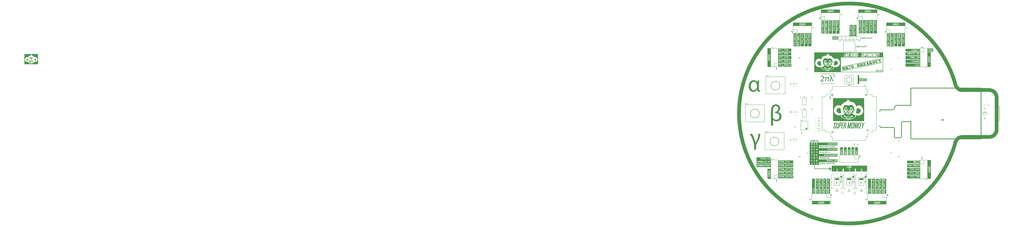
<source format=gto>
G04*
G04 #@! TF.GenerationSoftware,Altium Limited,Altium Designer,23.10.1 (27)*
G04*
G04 Layer_Color=15132400*
%FSLAX25Y25*%
%MOIN*%
G70*
G04*
G04 #@! TF.SameCoordinates,1313D058-037A-41F4-8C4B-E5D45CBE15D2*
G04*
G04*
G04 #@! TF.FilePolarity,Positive*
G04*
G01*
G75*
%ADD10C,0.02362*%
%ADD11C,0.00984*%
%ADD12C,0.02000*%
%ADD13C,0.10000*%
%ADD14C,0.01000*%
%ADD15C,0.00787*%
%ADD16C,0.00500*%
%ADD17C,0.00800*%
%ADD18C,0.00551*%
%ADD19R,0.04000X0.24100*%
%ADD20R,0.11000X0.04500*%
%ADD21R,0.04000X0.05500*%
G36*
X34290Y214900D02*
X25910D01*
Y249900D01*
X34290D01*
Y214900D01*
D02*
G37*
G36*
X-155300Y135810D02*
X-190300D01*
Y144190D01*
X-155300D01*
Y135810D01*
D02*
G37*
G36*
X-35664Y-24315D02*
X-35517Y-24348D01*
X-35369Y-24397D01*
X-35205Y-24479D01*
X-35041Y-24577D01*
X-34877Y-24725D01*
X-34861Y-24742D01*
X-34812Y-24807D01*
X-34730Y-24889D01*
X-34648Y-25020D01*
X-34582Y-25168D01*
X-34500Y-25348D01*
X-34451Y-25545D01*
X-34435Y-25758D01*
Y-25775D01*
Y-25840D01*
X-34451Y-25922D01*
X-34467Y-25988D01*
X-35156Y-29875D01*
X-37009D01*
X-36419Y-26611D01*
X-36402Y-26595D01*
Y-26529D01*
Y-26496D01*
X-36419Y-26431D01*
X-36468Y-26332D01*
X-36550Y-26217D01*
X-36583Y-26201D01*
X-36648Y-26152D01*
X-36747Y-26103D01*
X-36878Y-26086D01*
X-37928D01*
X-38043Y-26103D01*
X-38190Y-26152D01*
X-38338Y-26250D01*
X-38370Y-26283D01*
X-38436Y-26349D01*
X-38518Y-26463D01*
X-38567Y-26611D01*
X-38879Y-28366D01*
Y-28382D01*
Y-28399D01*
X-38895Y-28497D01*
X-38912Y-28628D01*
Y-28776D01*
Y-28792D01*
Y-28809D01*
X-38895Y-28907D01*
X-38879Y-29071D01*
X-38846Y-29268D01*
X-38797Y-29514D01*
X-38699Y-29776D01*
X-38584Y-30071D01*
X-38420Y-30383D01*
Y-30400D01*
X-38403Y-30416D01*
X-38338Y-30514D01*
X-38239Y-30662D01*
X-38124Y-30875D01*
X-37977Y-31105D01*
X-37813Y-31383D01*
X-37633Y-31679D01*
X-37452Y-31974D01*
X-37091Y-32597D01*
X-36927Y-32876D01*
X-36780Y-33155D01*
X-36648Y-33401D01*
X-36550Y-33614D01*
X-36468Y-33762D01*
X-36435Y-33876D01*
X-36419Y-33893D01*
X-36386Y-33975D01*
X-36337Y-34073D01*
X-36288Y-34221D01*
X-36239Y-34385D01*
X-36189Y-34582D01*
X-36156Y-34811D01*
X-36140Y-35041D01*
Y-35057D01*
Y-35090D01*
Y-35139D01*
X-36156Y-35221D01*
X-36173Y-35418D01*
X-36222Y-35647D01*
X-36780Y-38698D01*
Y-38731D01*
X-36812Y-38796D01*
X-36845Y-38911D01*
X-36895Y-39059D01*
X-36977Y-39223D01*
X-37091Y-39403D01*
X-37222Y-39584D01*
X-37387Y-39748D01*
X-37403Y-39764D01*
X-37468Y-39813D01*
X-37583Y-39879D01*
X-37714Y-39944D01*
X-37879Y-40010D01*
X-38075Y-40075D01*
X-38289Y-40125D01*
X-38518Y-40141D01*
X-41257D01*
X-41372Y-40125D01*
X-41503Y-40092D01*
X-41651Y-40043D01*
X-41815Y-39961D01*
X-41978Y-39862D01*
X-42143Y-39731D01*
X-42159Y-39715D01*
X-42208Y-39649D01*
X-42257Y-39567D01*
X-42323Y-39436D01*
X-42405Y-39288D01*
X-42454Y-39108D01*
X-42503Y-38911D01*
X-42520Y-38698D01*
Y-38452D01*
X-41831Y-34434D01*
X-39994D01*
X-40584Y-37829D01*
Y-37894D01*
Y-37927D01*
X-40568Y-38009D01*
X-40535Y-38107D01*
X-40453Y-38222D01*
X-40437Y-38239D01*
X-40371Y-38288D01*
X-40273Y-38337D01*
X-40142Y-38353D01*
X-39076D01*
X-38977Y-38337D01*
X-38830Y-38288D01*
X-38682Y-38206D01*
X-38666D01*
X-38649Y-38173D01*
X-38584Y-38091D01*
X-38502Y-37976D01*
X-38436Y-37812D01*
X-38043Y-35582D01*
Y-35566D01*
X-38026Y-35516D01*
X-38010Y-35451D01*
Y-35369D01*
Y-35352D01*
Y-35287D01*
X-38026Y-35188D01*
X-38059Y-35057D01*
X-38108Y-34893D01*
X-38190Y-34696D01*
X-38289Y-34467D01*
X-38420Y-34221D01*
Y-34204D01*
X-38453Y-34155D01*
X-38518Y-34057D01*
X-38551Y-33975D01*
X-38600Y-33893D01*
X-38649Y-33778D01*
X-38715Y-33663D01*
X-38797Y-33516D01*
X-38879Y-33351D01*
X-38977Y-33171D01*
X-39092Y-32958D01*
X-39223Y-32728D01*
X-39355Y-32466D01*
X-39371Y-32449D01*
X-39387Y-32400D01*
X-39437Y-32318D01*
X-39486Y-32204D01*
X-39551Y-32089D01*
X-39633Y-31941D01*
X-39797Y-31629D01*
X-39961Y-31302D01*
X-40125Y-30990D01*
X-40191Y-30859D01*
X-40257Y-30744D01*
X-40306Y-30662D01*
X-40339Y-30596D01*
Y-30580D01*
X-40355Y-30564D01*
X-40371Y-30514D01*
X-40404Y-30449D01*
X-40470Y-30285D01*
X-40535Y-30071D01*
X-40617Y-29825D01*
X-40683Y-29563D01*
X-40732Y-29268D01*
X-40749Y-28973D01*
Y-28956D01*
Y-28940D01*
Y-28874D01*
Y-28858D01*
Y-28842D01*
Y-28743D01*
X-40732Y-28628D01*
X-40716Y-28481D01*
X-40257Y-25742D01*
Y-25709D01*
X-40224Y-25644D01*
X-40191Y-25529D01*
X-40142Y-25381D01*
X-40060Y-25217D01*
X-39945Y-25037D01*
X-39814Y-24873D01*
X-39633Y-24709D01*
X-39617Y-24692D01*
X-39551Y-24643D01*
X-39437Y-24577D01*
X-39305Y-24496D01*
X-39141Y-24430D01*
X-38961Y-24364D01*
X-38748Y-24315D01*
X-38518Y-24299D01*
X-35763D01*
X-35664Y-24315D01*
D02*
G37*
G36*
X24474Y-32253D02*
X25934Y-40141D01*
X23917D01*
X22752Y-32876D01*
X21440Y-40141D01*
X19538D01*
X22408Y-24299D01*
X24310D01*
X23080Y-31105D01*
X26803Y-24299D01*
X28870D01*
X24474Y-32253D01*
D02*
G37*
G36*
X37135Y-33991D02*
X36020Y-40141D01*
X34117D01*
X35216Y-34024D01*
X34773Y-24299D01*
X36676D01*
X36643Y-31351D01*
X39480Y-24299D01*
X41497D01*
X37135Y-33991D01*
D02*
G37*
G36*
X3368Y-40141D02*
X1449D01*
X3204Y-30268D01*
X-126Y-40141D01*
X-1749D01*
X-1618Y-30137D01*
X-3340Y-40141D01*
X-5259D01*
X-2372Y-24299D01*
X-93D01*
X-224Y-35713D01*
X3597Y-24299D01*
X6238D01*
X3368Y-40141D01*
D02*
G37*
G36*
X18210D02*
X16291D01*
Y-40108D01*
X16274Y-40043D01*
Y-39928D01*
X16258Y-39764D01*
X16241Y-39567D01*
X16209Y-39338D01*
X16192Y-39059D01*
X16160Y-38763D01*
X16127Y-38419D01*
X16094Y-38058D01*
X16061Y-37681D01*
X16028Y-37271D01*
X15995Y-36845D01*
X15946Y-36402D01*
X15881Y-35467D01*
X15799Y-34499D01*
X15717Y-33516D01*
X15651Y-32531D01*
X15586Y-31564D01*
X15536Y-30645D01*
X15504Y-30203D01*
X15487Y-29776D01*
X15471Y-29383D01*
Y-29006D01*
X15454Y-28661D01*
Y-28464D01*
X15438Y-28546D01*
Y-28645D01*
X15421Y-28760D01*
X15405Y-28907D01*
X15389Y-29055D01*
X15372Y-29252D01*
X15356Y-29448D01*
X15339Y-29678D01*
X15307Y-29924D01*
X15274Y-30203D01*
X15241Y-30514D01*
X15192Y-30842D01*
X15143Y-31187D01*
X15093Y-31564D01*
X15044Y-31974D01*
X14979Y-32417D01*
X14913Y-32892D01*
X14831Y-33384D01*
X14765Y-33909D01*
X14667Y-34467D01*
X14585Y-35057D01*
X14487Y-35680D01*
X14372Y-36336D01*
X14257Y-37025D01*
X14142Y-37747D01*
X14011Y-38517D01*
X13863Y-39305D01*
X13716Y-40141D01*
X11797D01*
X14667Y-24299D01*
X16586D01*
Y-24315D01*
X16602Y-24397D01*
Y-24512D01*
X16619Y-24676D01*
X16651Y-24873D01*
X16668Y-25119D01*
X16701Y-25381D01*
X16717Y-25693D01*
X16750Y-26037D01*
X16783Y-26398D01*
X16832Y-26792D01*
X16865Y-27202D01*
X16897Y-27628D01*
X16947Y-28087D01*
X17029Y-29022D01*
X17094Y-30022D01*
X17176Y-31023D01*
X17258Y-32039D01*
X17324Y-33024D01*
X17373Y-33975D01*
X17406Y-34434D01*
X17422Y-34877D01*
X17439Y-35287D01*
Y-35680D01*
X17455Y-36057D01*
Y-36254D01*
X17471Y-36156D01*
Y-36057D01*
X17488Y-35926D01*
X17504Y-35779D01*
Y-35598D01*
X17521Y-35401D01*
X17553Y-35188D01*
X17570Y-34942D01*
X17603Y-34680D01*
X17636Y-34385D01*
X17668Y-34057D01*
X17701Y-33712D01*
X17750Y-33351D01*
X17799Y-32958D01*
X17865Y-32531D01*
X17914Y-32072D01*
X17980Y-31597D01*
X18062Y-31088D01*
X18144Y-30547D01*
X18226Y-29973D01*
X18324Y-29383D01*
X18423Y-28760D01*
X18521Y-28087D01*
X18636Y-27398D01*
X18767Y-26677D01*
X18898Y-25922D01*
X19029Y-25119D01*
X19177Y-24299D01*
X21080D01*
X18210Y-40141D01*
D02*
G37*
G36*
X-29662Y-38731D02*
Y-38763D01*
X-29695Y-38829D01*
X-29728Y-38944D01*
X-29777Y-39092D01*
X-29859Y-39239D01*
X-29974Y-39419D01*
X-30105Y-39584D01*
X-30285Y-39748D01*
X-30302Y-39764D01*
X-30367Y-39813D01*
X-30482Y-39879D01*
X-30613Y-39944D01*
X-30777Y-40010D01*
X-30974Y-40075D01*
X-31187Y-40125D01*
X-31417Y-40141D01*
X-34172D01*
X-34271Y-40125D01*
X-34418Y-40092D01*
X-34566Y-40043D01*
X-34730Y-39961D01*
X-34894Y-39862D01*
X-35058Y-39731D01*
X-35074Y-39715D01*
X-35123Y-39649D01*
X-35189Y-39567D01*
X-35254Y-39452D01*
X-35320Y-39305D01*
X-35386Y-39124D01*
X-35435Y-38944D01*
X-35451Y-38731D01*
Y-38452D01*
X-32909Y-24299D01*
X-31073D01*
X-33500Y-37845D01*
Y-37911D01*
Y-37944D01*
X-33483Y-38026D01*
X-33450Y-38124D01*
X-33385Y-38239D01*
X-33352Y-38255D01*
X-33286Y-38304D01*
X-33188Y-38353D01*
X-33057Y-38370D01*
X-32007D01*
X-31942Y-38353D01*
X-31860Y-38337D01*
X-31745Y-38304D01*
X-31630Y-38239D01*
X-31515Y-38140D01*
X-31417Y-38009D01*
X-31368Y-37829D01*
X-28908Y-24299D01*
X-27022D01*
X-29662Y-38731D01*
D02*
G37*
G36*
X33576Y-26070D02*
X31182D01*
X30296Y-31088D01*
X32658D01*
X32330Y-32860D01*
X29968D01*
X28984Y-38370D01*
X31330D01*
X31001Y-40141D01*
X26721D01*
X29591Y-24299D01*
X33888D01*
X33576Y-26070D01*
D02*
G37*
G36*
X11863Y-24315D02*
X12010Y-24348D01*
X12158Y-24397D01*
X12322Y-24479D01*
X12486Y-24577D01*
X12650Y-24725D01*
X12666Y-24742D01*
X12716Y-24807D01*
X12781Y-24889D01*
X12863Y-25020D01*
X12945Y-25168D01*
X13011Y-25348D01*
X13060Y-25545D01*
X13076Y-25758D01*
Y-25775D01*
Y-25840D01*
X13060Y-25922D01*
X13044Y-26004D01*
X10764Y-38698D01*
Y-38731D01*
X10747Y-38796D01*
X10698Y-38911D01*
X10649Y-39059D01*
X10567Y-39223D01*
X10469Y-39403D01*
X10338Y-39584D01*
X10157Y-39748D01*
X10141Y-39764D01*
X10075Y-39813D01*
X9960Y-39879D01*
X9829Y-39944D01*
X9665Y-40010D01*
X9468Y-40075D01*
X9255Y-40125D01*
X9025Y-40141D01*
X6287D01*
X6172Y-40125D01*
X6041Y-40092D01*
X5877Y-40043D01*
X5713Y-39961D01*
X5549Y-39862D01*
X5385Y-39731D01*
X5368Y-39715D01*
X5319Y-39649D01*
X5254Y-39567D01*
X5188Y-39436D01*
X5122Y-39288D01*
X5057Y-39108D01*
X5007Y-38911D01*
X4991Y-38698D01*
Y-38419D01*
X7254Y-25742D01*
Y-25709D01*
X7287Y-25644D01*
X7320Y-25529D01*
X7369Y-25381D01*
X7451Y-25217D01*
X7566Y-25037D01*
X7697Y-24873D01*
X7861Y-24709D01*
X7878Y-24692D01*
X7943Y-24643D01*
X8058Y-24577D01*
X8189Y-24496D01*
X8353Y-24430D01*
X8550Y-24364D01*
X8747Y-24315D01*
X8976Y-24299D01*
X11764D01*
X11863Y-24315D01*
D02*
G37*
G36*
X-8539D02*
X-8391Y-24348D01*
X-8244Y-24397D01*
X-8063Y-24479D01*
X-7899Y-24577D01*
X-7735Y-24725D01*
X-7719Y-24742D01*
X-7670Y-24791D01*
X-7604Y-24889D01*
X-7522Y-25004D01*
X-7440Y-25152D01*
X-7374Y-25315D01*
X-7325Y-25512D01*
X-7293Y-25725D01*
Y-25742D01*
X-7309Y-25791D01*
X-7325Y-25873D01*
X-7342Y-26004D01*
X-8227Y-30990D01*
Y-31006D01*
X-8244Y-31039D01*
Y-31088D01*
X-8276Y-31154D01*
X-8342Y-31334D01*
X-8457Y-31547D01*
X-8621Y-31777D01*
X-8834Y-31990D01*
X-8965Y-32089D01*
X-9113Y-32187D01*
X-9277Y-32253D01*
X-9457Y-32318D01*
X-9441D01*
X-9392Y-32351D01*
X-9326Y-32384D01*
X-9228Y-32433D01*
X-9146Y-32499D01*
X-9047Y-32597D01*
X-8949Y-32695D01*
X-8867Y-32827D01*
Y-32843D01*
X-8834Y-32876D01*
X-8818Y-32941D01*
X-8785Y-33024D01*
X-8736Y-33220D01*
X-8703Y-33466D01*
Y-33483D01*
Y-33516D01*
X-8719Y-33630D01*
Y-33663D01*
Y-33729D01*
Y-33811D01*
Y-33893D01*
X-9884Y-40141D01*
X-11819D01*
X-10655Y-33663D01*
Y-33614D01*
Y-33597D01*
Y-33581D01*
X-10671Y-33499D01*
X-10720Y-33401D01*
X-10802Y-33302D01*
X-10819Y-33286D01*
X-10884Y-33220D01*
X-10983Y-33171D01*
X-11114Y-33155D01*
X-12655D01*
X-13885Y-40141D01*
X-15821Y-40141D01*
X-12983Y-24299D01*
X-8637D01*
X-8539Y-24315D01*
D02*
G37*
G36*
X-14591Y-26070D02*
X-16985D01*
X-17871Y-31088D01*
X-15509D01*
X-15837Y-32860D01*
X-18199D01*
X-19183Y-38370D01*
X-16837D01*
X-17165Y-40141D01*
X-21446D01*
X-18576Y-24299D01*
X-14279D01*
X-14591Y-26070D01*
D02*
G37*
G36*
X-21380Y-24315D02*
X-21249Y-24348D01*
X-21085Y-24414D01*
X-20921Y-24479D01*
X-20741Y-24594D01*
X-20576Y-24742D01*
X-20560Y-24758D01*
X-20511Y-24807D01*
X-20445Y-24905D01*
X-20363Y-25004D01*
X-20298Y-25152D01*
X-20232Y-25315D01*
X-20183Y-25480D01*
X-20166Y-25676D01*
Y-25709D01*
Y-25775D01*
X-20183Y-25873D01*
X-20216Y-26004D01*
X-21216Y-31613D01*
Y-31646D01*
X-21249Y-31712D01*
X-21282Y-31843D01*
X-21331Y-31990D01*
X-21413Y-32154D01*
X-21528Y-32318D01*
X-21659Y-32499D01*
X-21823Y-32663D01*
X-21839Y-32679D01*
X-21905Y-32728D01*
X-22003Y-32794D01*
X-22135Y-32860D01*
X-22298Y-32925D01*
X-22495Y-32991D01*
X-22708Y-33040D01*
X-22938Y-33056D01*
X-25414D01*
X-26710Y-40157D01*
X-28613D01*
X-25743Y-24299D01*
X-21495D01*
X-21380Y-24315D01*
D02*
G37*
G36*
X-80900Y-77880D02*
X-31000D01*
Y-85380D01*
X-80900D01*
Y-85400D01*
Y-92780D01*
X-31100D01*
Y-100280D01*
X-80900D01*
Y-100340D01*
D01*
Y-107900D01*
Y-108150D01*
X-31000D01*
Y-115650D01*
X-80900D01*
Y-122900D01*
Y-123050D01*
X-31000D01*
Y-130550D01*
X-80900D01*
Y-137900D01*
X-92000D01*
Y-147500D01*
X-52750D01*
Y-142750D01*
X-47250Y-148250D01*
X-52750Y-153750D01*
Y-149000D01*
X-93500D01*
Y-137900D01*
X-105900D01*
Y-130400D01*
D01*
Y-122900D01*
Y-115400D01*
Y-107900D01*
Y-100400D01*
D01*
Y-92900D01*
Y-85400D01*
Y-77840D01*
X-80900D01*
Y-77880D01*
D02*
G37*
G36*
X109190Y179900D02*
X100810D01*
Y214900D01*
X109190D01*
Y179900D01*
D02*
G37*
G36*
X-24000Y191912D02*
X-24798D01*
Y194911D01*
X-24803Y194906D01*
X-24816Y194893D01*
X-24843Y194870D01*
X-24875Y194843D01*
X-24915Y194812D01*
X-24970Y194771D01*
X-25024Y194726D01*
X-25091Y194681D01*
X-25164Y194631D01*
X-25240Y194582D01*
X-25326Y194532D01*
X-25416Y194483D01*
X-25511Y194433D01*
X-25615Y194388D01*
X-25718Y194347D01*
X-25826Y194307D01*
Y195033D01*
X-25822D01*
X-25813Y195037D01*
X-25795Y195042D01*
X-25772Y195051D01*
X-25741Y195064D01*
X-25709Y195078D01*
X-25669Y195096D01*
X-25624Y195118D01*
X-25524Y195168D01*
X-25412Y195236D01*
X-25285Y195317D01*
X-25150Y195416D01*
X-25146Y195421D01*
X-25132Y195430D01*
X-25114Y195443D01*
X-25091Y195466D01*
X-25060Y195493D01*
X-25028Y195529D01*
X-24992Y195565D01*
X-24952Y195610D01*
X-24866Y195709D01*
X-24785Y195822D01*
X-24708Y195948D01*
X-24677Y196016D01*
X-24649Y196088D01*
X-24000D01*
Y191912D01*
D02*
G37*
G36*
X38266Y204449D02*
X38334Y204445D01*
X38406Y204435D01*
X38492Y204427D01*
X38582Y204408D01*
X38672Y204390D01*
X38771Y204368D01*
X38870Y204341D01*
X38965Y204309D01*
X39060Y204269D01*
X39155Y204219D01*
X39240Y204169D01*
X39317Y204106D01*
X39322Y204102D01*
X39335Y204093D01*
X39353Y204070D01*
X39380Y204043D01*
X39412Y204012D01*
X39443Y203966D01*
X39479Y203917D01*
X39520Y203863D01*
X39556Y203800D01*
X39592Y203732D01*
X39628Y203655D01*
X39660Y203574D01*
X39691Y203488D01*
X39714Y203394D01*
X39727Y203294D01*
X39737Y203191D01*
X38898Y203159D01*
Y203164D01*
X38893Y203173D01*
Y203191D01*
X38889Y203209D01*
X38880Y203236D01*
X38870Y203267D01*
X38848Y203335D01*
X38816Y203407D01*
X38776Y203484D01*
X38726Y203556D01*
X38663Y203615D01*
X38654Y203619D01*
X38631Y203637D01*
X38591Y203660D01*
X38532Y203687D01*
X38456Y203714D01*
X38365Y203736D01*
X38257Y203754D01*
X38131Y203759D01*
X38072D01*
X38041Y203754D01*
X38005Y203750D01*
X37919Y203741D01*
X37829Y203723D01*
X37729Y203696D01*
X37639Y203655D01*
X37554Y203606D01*
X37549Y203601D01*
X37536Y203588D01*
X37513Y203565D01*
X37490Y203538D01*
X37463Y203502D01*
X37445Y203457D01*
X37427Y203407D01*
X37423Y203349D01*
Y203344D01*
Y203326D01*
X37427Y203294D01*
X37436Y203263D01*
X37454Y203222D01*
X37472Y203177D01*
X37504Y203137D01*
X37545Y203096D01*
X37554Y203092D01*
X37563Y203082D01*
X37581Y203074D01*
X37599Y203060D01*
X37626Y203046D01*
X37662Y203028D01*
X37703Y203010D01*
X37748Y202992D01*
X37802Y202970D01*
X37865Y202947D01*
X37937Y202925D01*
X38018Y202898D01*
X38108Y202870D01*
X38208Y202843D01*
X38316Y202816D01*
X38325D01*
X38343Y202812D01*
X38375Y202803D01*
X38415Y202794D01*
X38469Y202780D01*
X38523Y202762D01*
X38591Y202744D01*
X38659Y202726D01*
X38807Y202681D01*
X38956Y202631D01*
X39028Y202604D01*
X39101Y202577D01*
X39164Y202546D01*
X39222Y202519D01*
X39227D01*
X39236Y202510D01*
X39249Y202501D01*
X39272Y202492D01*
X39326Y202456D01*
X39394Y202411D01*
X39466Y202347D01*
X39542Y202275D01*
X39619Y202189D01*
X39687Y202095D01*
Y202090D01*
X39696Y202081D01*
X39700Y202068D01*
X39714Y202045D01*
X39727Y202018D01*
X39741Y201987D01*
X39755Y201951D01*
X39773Y201910D01*
X39786Y201865D01*
X39800Y201815D01*
X39827Y201702D01*
X39845Y201572D01*
X39854Y201432D01*
Y201427D01*
Y201418D01*
Y201396D01*
X39849Y201373D01*
Y201342D01*
X39845Y201301D01*
X39836Y201260D01*
X39827Y201215D01*
X39804Y201112D01*
X39768Y200999D01*
X39718Y200882D01*
X39687Y200818D01*
X39651Y200760D01*
Y200755D01*
X39642Y200746D01*
X39628Y200728D01*
X39615Y200710D01*
X39592Y200683D01*
X39570Y200652D01*
X39507Y200584D01*
X39425Y200512D01*
X39331Y200431D01*
X39218Y200358D01*
X39087Y200295D01*
X39083D01*
X39069Y200291D01*
X39051Y200282D01*
X39024Y200273D01*
X38988Y200259D01*
X38943Y200250D01*
X38893Y200237D01*
X38839Y200223D01*
X38776Y200205D01*
X38708Y200192D01*
X38631Y200183D01*
X38550Y200169D01*
X38469Y200160D01*
X38375Y200151D01*
X38280Y200147D01*
X38144D01*
X38104Y200151D01*
X38050D01*
X37987Y200155D01*
X37910Y200165D01*
X37824Y200178D01*
X37734Y200192D01*
X37635Y200210D01*
X37536Y200237D01*
X37436Y200264D01*
X37337Y200300D01*
X37238Y200340D01*
X37143Y200390D01*
X37053Y200444D01*
X36967Y200507D01*
X36963Y200512D01*
X36949Y200525D01*
X36927Y200548D01*
X36900Y200575D01*
X36868Y200616D01*
X36827Y200661D01*
X36787Y200715D01*
X36746Y200778D01*
X36701Y200850D01*
X36656Y200927D01*
X36616Y201017D01*
X36575Y201112D01*
X36539Y201215D01*
X36507Y201324D01*
X36480Y201445D01*
X36462Y201572D01*
X37279Y201653D01*
Y201648D01*
X37283Y201635D01*
X37288Y201612D01*
X37292Y201585D01*
X37301Y201549D01*
X37315Y201513D01*
X37342Y201423D01*
X37382Y201324D01*
X37436Y201220D01*
X37499Y201125D01*
X37536Y201085D01*
X37576Y201044D01*
X37581D01*
X37585Y201035D01*
X37599Y201026D01*
X37617Y201012D01*
X37639Y200999D01*
X37671Y200985D01*
X37703Y200967D01*
X37738Y200949D01*
X37829Y200913D01*
X37933Y200886D01*
X38054Y200864D01*
X38190Y200854D01*
X38230D01*
X38257Y200859D01*
X38293D01*
X38329Y200864D01*
X38419Y200877D01*
X38519Y200895D01*
X38622Y200927D01*
X38722Y200967D01*
X38767Y200994D01*
X38807Y201026D01*
X38812D01*
X38816Y201035D01*
X38839Y201058D01*
X38875Y201094D01*
X38911Y201139D01*
X38947Y201197D01*
X38983Y201270D01*
X39006Y201346D01*
X39015Y201387D01*
Y201427D01*
Y201432D01*
Y201454D01*
X39010Y201481D01*
X39006Y201513D01*
X38992Y201554D01*
X38979Y201599D01*
X38956Y201639D01*
X38925Y201680D01*
X38920Y201684D01*
X38907Y201698D01*
X38884Y201716D01*
X38857Y201743D01*
X38812Y201770D01*
X38762Y201802D01*
X38699Y201829D01*
X38622Y201860D01*
X38614Y201865D01*
X38605D01*
X38591Y201869D01*
X38573Y201874D01*
X38546Y201883D01*
X38519Y201892D01*
X38483Y201901D01*
X38442Y201914D01*
X38392Y201928D01*
X38338Y201941D01*
X38275Y201959D01*
X38208Y201977D01*
X38131Y201996D01*
X38045Y202018D01*
X37951Y202041D01*
X37942D01*
X37919Y202050D01*
X37887Y202059D01*
X37842Y202072D01*
X37784Y202086D01*
X37721Y202108D01*
X37653Y202131D01*
X37581Y202153D01*
X37423Y202217D01*
X37265Y202284D01*
X37193Y202325D01*
X37121Y202365D01*
X37058Y202406D01*
X37003Y202451D01*
X36999Y202456D01*
X36985Y202469D01*
X36967Y202487D01*
X36945Y202514D01*
X36913Y202546D01*
X36882Y202586D01*
X36846Y202631D01*
X36814Y202686D01*
X36778Y202744D01*
X36742Y202807D01*
X36710Y202880D01*
X36679Y202952D01*
X36656Y203028D01*
X36638Y203114D01*
X36625Y203200D01*
X36620Y203290D01*
Y203294D01*
Y203304D01*
Y203322D01*
X36625Y203344D01*
Y203371D01*
X36629Y203407D01*
X36643Y203484D01*
X36665Y203574D01*
X36697Y203678D01*
X36742Y203782D01*
X36801Y203885D01*
Y203890D01*
X36810Y203899D01*
X36819Y203912D01*
X36832Y203930D01*
X36877Y203980D01*
X36931Y204043D01*
X37008Y204111D01*
X37094Y204178D01*
X37202Y204246D01*
X37319Y204305D01*
X37324D01*
X37333Y204309D01*
X37355Y204318D01*
X37378Y204327D01*
X37414Y204341D01*
X37450Y204350D01*
X37495Y204363D01*
X37549Y204381D01*
X37608Y204395D01*
X37666Y204408D01*
X37734Y204417D01*
X37806Y204431D01*
X37887Y204440D01*
X37964Y204449D01*
X38140Y204453D01*
X38217D01*
X38266Y204449D01*
D02*
G37*
G36*
X46231Y201333D02*
X44661D01*
Y202131D01*
X46231D01*
Y201333D01*
D02*
G37*
G36*
X50006Y202194D02*
Y202185D01*
Y202162D01*
Y202122D01*
Y202072D01*
Y202009D01*
X50001Y201941D01*
Y201865D01*
X49997Y201779D01*
X49988Y201608D01*
X49974Y201432D01*
X49965Y201346D01*
X49956Y201270D01*
X49947Y201197D01*
X49934Y201134D01*
Y201130D01*
X49929Y201121D01*
X49925Y201103D01*
X49920Y201085D01*
X49911Y201058D01*
X49902Y201026D01*
X49875Y200954D01*
X49843Y200868D01*
X49798Y200782D01*
X49744Y200697D01*
X49681Y200611D01*
Y200606D01*
X49672Y200602D01*
X49650Y200575D01*
X49609Y200539D01*
X49555Y200489D01*
X49483Y200435D01*
X49401Y200381D01*
X49302Y200322D01*
X49194Y200273D01*
X49189D01*
X49180Y200268D01*
X49162Y200259D01*
X49140Y200255D01*
X49108Y200246D01*
X49072Y200232D01*
X49027Y200223D01*
X48978Y200210D01*
X48923Y200196D01*
X48865Y200187D01*
X48797Y200178D01*
X48729Y200165D01*
X48653Y200160D01*
X48572Y200151D01*
X48486Y200147D01*
X48337D01*
X48296Y200151D01*
X48247D01*
X48193Y200155D01*
X48130Y200160D01*
X48062Y200165D01*
X47913Y200178D01*
X47764Y200205D01*
X47620Y200237D01*
X47552Y200259D01*
X47494Y200282D01*
X47489D01*
X47480Y200286D01*
X47462Y200295D01*
X47444Y200309D01*
X47417Y200322D01*
X47385Y200336D01*
X47318Y200381D01*
X47241Y200431D01*
X47160Y200489D01*
X47079Y200561D01*
X47007Y200638D01*
Y200643D01*
X46998Y200647D01*
X46988Y200661D01*
X46979Y200679D01*
X46948Y200719D01*
X46912Y200778D01*
X46871Y200850D01*
X46831Y200927D01*
X46799Y201012D01*
X46772Y201103D01*
Y201107D01*
X46768Y201121D01*
X46763Y201139D01*
X46758Y201170D01*
X46754Y201206D01*
X46745Y201251D01*
X46740Y201306D01*
X46731Y201369D01*
X46722Y201436D01*
X46718Y201518D01*
X46709Y201603D01*
X46704Y201698D01*
X46700Y201802D01*
X46695Y201910D01*
X46691Y202032D01*
Y202158D01*
Y204386D01*
X47530D01*
Y202126D01*
Y202122D01*
Y202104D01*
Y202077D01*
Y202041D01*
Y201996D01*
Y201946D01*
X47534Y201892D01*
Y201838D01*
Y201716D01*
X47543Y201603D01*
Y201549D01*
X47548Y201504D01*
X47552Y201463D01*
X47557Y201427D01*
Y201423D01*
X47561Y201418D01*
Y201405D01*
X47570Y201387D01*
X47584Y201337D01*
X47611Y201278D01*
X47642Y201215D01*
X47688Y201148D01*
X47746Y201080D01*
X47814Y201017D01*
X47818D01*
X47823Y201012D01*
X47836Y201003D01*
X47850Y200994D01*
X47895Y200967D01*
X47958Y200940D01*
X48039Y200913D01*
X48134Y200886D01*
X48242Y200868D01*
X48369Y200864D01*
X48405D01*
X48427Y200868D01*
X48459D01*
X48490Y200873D01*
X48572Y200882D01*
X48657Y200900D01*
X48747Y200927D01*
X48833Y200958D01*
X48910Y201008D01*
X48919Y201012D01*
X48937Y201035D01*
X48968Y201066D01*
X49005Y201107D01*
X49041Y201157D01*
X49077Y201220D01*
X49108Y201288D01*
X49126Y201364D01*
Y201369D01*
Y201373D01*
X49131Y201387D01*
Y201405D01*
X49135Y201432D01*
X49140Y201459D01*
X49144Y201495D01*
X49149Y201536D01*
Y201581D01*
X49153Y201635D01*
X49158Y201693D01*
X49162Y201757D01*
Y201829D01*
X49167Y201905D01*
Y201987D01*
Y202077D01*
Y204386D01*
X50006D01*
Y202194D01*
D02*
G37*
G36*
X35795D02*
Y202185D01*
Y202162D01*
Y202122D01*
Y202072D01*
Y202009D01*
X35790Y201941D01*
Y201865D01*
X35786Y201779D01*
X35777Y201608D01*
X35763Y201432D01*
X35754Y201346D01*
X35745Y201270D01*
X35736Y201197D01*
X35723Y201134D01*
Y201130D01*
X35718Y201121D01*
X35713Y201103D01*
X35709Y201085D01*
X35700Y201058D01*
X35691Y201026D01*
X35664Y200954D01*
X35632Y200868D01*
X35587Y200782D01*
X35533Y200697D01*
X35470Y200611D01*
Y200606D01*
X35461Y200602D01*
X35438Y200575D01*
X35398Y200539D01*
X35344Y200489D01*
X35272Y200435D01*
X35190Y200381D01*
X35091Y200322D01*
X34983Y200273D01*
X34978D01*
X34969Y200268D01*
X34951Y200259D01*
X34929Y200255D01*
X34897Y200246D01*
X34861Y200232D01*
X34816Y200223D01*
X34766Y200210D01*
X34712Y200196D01*
X34654Y200187D01*
X34586Y200178D01*
X34518Y200165D01*
X34442Y200160D01*
X34361Y200151D01*
X34275Y200147D01*
X34126D01*
X34085Y200151D01*
X34036D01*
X33982Y200155D01*
X33919Y200160D01*
X33851Y200165D01*
X33702Y200178D01*
X33553Y200205D01*
X33409Y200237D01*
X33341Y200259D01*
X33283Y200282D01*
X33278D01*
X33269Y200286D01*
X33251Y200295D01*
X33233Y200309D01*
X33206Y200322D01*
X33174Y200336D01*
X33107Y200381D01*
X33030Y200431D01*
X32949Y200489D01*
X32868Y200561D01*
X32796Y200638D01*
Y200643D01*
X32787Y200647D01*
X32778Y200661D01*
X32768Y200679D01*
X32737Y200719D01*
X32701Y200778D01*
X32660Y200850D01*
X32620Y200927D01*
X32588Y201012D01*
X32561Y201103D01*
Y201107D01*
X32557Y201121D01*
X32552Y201139D01*
X32548Y201170D01*
X32543Y201206D01*
X32534Y201251D01*
X32530Y201306D01*
X32520Y201369D01*
X32511Y201436D01*
X32507Y201518D01*
X32498Y201603D01*
X32493Y201698D01*
X32489Y201802D01*
X32484Y201910D01*
X32480Y202032D01*
Y202158D01*
Y204386D01*
X33319D01*
Y202126D01*
Y202122D01*
Y202104D01*
Y202077D01*
Y202041D01*
Y201996D01*
Y201946D01*
X33323Y201892D01*
Y201838D01*
Y201716D01*
X33332Y201603D01*
Y201549D01*
X33337Y201504D01*
X33341Y201463D01*
X33346Y201427D01*
Y201423D01*
X33350Y201418D01*
Y201405D01*
X33359Y201387D01*
X33373Y201337D01*
X33400Y201278D01*
X33432Y201215D01*
X33477Y201148D01*
X33535Y201080D01*
X33603Y201017D01*
X33607D01*
X33612Y201012D01*
X33625Y201003D01*
X33639Y200994D01*
X33684Y200967D01*
X33747Y200940D01*
X33828Y200913D01*
X33923Y200886D01*
X34031Y200868D01*
X34158Y200864D01*
X34194D01*
X34216Y200868D01*
X34248D01*
X34279Y200873D01*
X34361Y200882D01*
X34446Y200900D01*
X34536Y200927D01*
X34622Y200958D01*
X34699Y201008D01*
X34708Y201012D01*
X34726Y201035D01*
X34757Y201066D01*
X34793Y201107D01*
X34830Y201157D01*
X34866Y201220D01*
X34897Y201288D01*
X34915Y201364D01*
Y201369D01*
Y201373D01*
X34920Y201387D01*
Y201405D01*
X34924Y201432D01*
X34929Y201459D01*
X34933Y201495D01*
X34938Y201536D01*
Y201581D01*
X34942Y201635D01*
X34947Y201693D01*
X34951Y201757D01*
Y201829D01*
X34956Y201905D01*
Y201987D01*
Y202077D01*
Y204386D01*
X35795D01*
Y202194D01*
D02*
G37*
G36*
X62300Y203682D02*
X61073D01*
Y200223D01*
X60234D01*
Y203682D01*
X58999Y203682D01*
Y204386D01*
X62300Y204386D01*
Y203682D01*
D02*
G37*
G36*
X57023Y204381D02*
X57086D01*
X57159Y204377D01*
X57231Y204372D01*
X57393Y204359D01*
X57551Y204336D01*
X57628Y204327D01*
X57704Y204309D01*
X57772Y204291D01*
X57831Y204273D01*
X57835D01*
X57844Y204269D01*
X57858Y204260D01*
X57880Y204251D01*
X57907Y204237D01*
X57934Y204223D01*
X58007Y204183D01*
X58083Y204124D01*
X58160Y204057D01*
X58241Y203971D01*
X58313Y203872D01*
Y203867D01*
X58322Y203858D01*
X58331Y203845D01*
X58340Y203822D01*
X58358Y203795D01*
X58372Y203764D01*
X58390Y203723D01*
X58408Y203682D01*
X58439Y203588D01*
X58471Y203475D01*
X58489Y203353D01*
X58498Y203218D01*
Y203213D01*
Y203195D01*
Y203173D01*
X58494Y203141D01*
X58489Y203100D01*
X58485Y203055D01*
X58476Y203001D01*
X58462Y202947D01*
X58430Y202821D01*
X58408Y202758D01*
X58381Y202695D01*
X58349Y202627D01*
X58313Y202564D01*
X58273Y202501D01*
X58223Y202442D01*
X58218Y202438D01*
X58209Y202429D01*
X58196Y202415D01*
X58173Y202393D01*
X58142Y202370D01*
X58106Y202343D01*
X58065Y202311D01*
X58016Y202280D01*
X57961Y202244D01*
X57903Y202212D01*
X57835Y202181D01*
X57758Y202149D01*
X57677Y202122D01*
X57592Y202095D01*
X57497Y202072D01*
X57398Y202054D01*
X57402D01*
X57411Y202045D01*
X57425Y202041D01*
X57443Y202027D01*
X57492Y201996D01*
X57556Y201951D01*
X57628Y201901D01*
X57704Y201842D01*
X57781Y201775D01*
X57849Y201707D01*
X57858Y201698D01*
X57867Y201684D01*
X57880Y201671D01*
X57898Y201648D01*
X57921Y201621D01*
X57948Y201590D01*
X57975Y201554D01*
X58007Y201508D01*
X58043Y201459D01*
X58083Y201405D01*
X58124Y201342D01*
X58169Y201274D01*
X58218Y201197D01*
X58273Y201121D01*
X58327Y201030D01*
X58836Y200223D01*
X57831D01*
X57222Y201130D01*
X57217Y201134D01*
X57208Y201152D01*
X57190Y201175D01*
X57168Y201206D01*
X57145Y201247D01*
X57113Y201288D01*
X57046Y201387D01*
X56969Y201490D01*
X56897Y201590D01*
X56861Y201635D01*
X56829Y201675D01*
X56802Y201711D01*
X56775Y201739D01*
X56771Y201743D01*
X56757Y201761D01*
X56730Y201779D01*
X56699Y201806D01*
X56662Y201838D01*
X56617Y201865D01*
X56572Y201892D01*
X56523Y201910D01*
X56518Y201914D01*
X56496Y201919D01*
X56464Y201928D01*
X56419Y201937D01*
X56360Y201946D01*
X56288Y201951D01*
X56203Y201959D01*
X55932D01*
Y200223D01*
X55093D01*
Y204386D01*
X56969D01*
X57023Y204381D01*
D02*
G37*
G36*
X54651Y200223D02*
X53736D01*
X53370Y201170D01*
X51706D01*
X51359Y200223D01*
X50470D01*
X52089Y204386D01*
X52982D01*
X54651Y200223D01*
D02*
G37*
G36*
X42447Y204381D02*
X42501D01*
X42623Y204377D01*
X42745Y204368D01*
X42862Y204354D01*
X42911Y204350D01*
X42961Y204341D01*
X42970D01*
X42984Y204336D01*
X43002Y204332D01*
X43047Y204323D01*
X43105Y204305D01*
X43173Y204282D01*
X43245Y204251D01*
X43322Y204215D01*
X43394Y204169D01*
X43399D01*
X43403Y204165D01*
X43426Y204147D01*
X43462Y204115D01*
X43507Y204079D01*
X43556Y204025D01*
X43611Y203966D01*
X43665Y203899D01*
X43714Y203822D01*
Y203818D01*
X43719Y203813D01*
X43728Y203800D01*
X43737Y203786D01*
X43755Y203741D01*
X43782Y203682D01*
X43804Y203610D01*
X43827Y203524D01*
X43841Y203434D01*
X43845Y203335D01*
Y203330D01*
Y203322D01*
Y203308D01*
X43841Y203285D01*
Y203258D01*
X43836Y203231D01*
X43827Y203159D01*
X43804Y203074D01*
X43777Y202983D01*
X43741Y202893D01*
X43687Y202798D01*
Y202794D01*
X43678Y202789D01*
X43669Y202776D01*
X43660Y202758D01*
X43624Y202717D01*
X43575Y202663D01*
X43511Y202604D01*
X43439Y202541D01*
X43354Y202483D01*
X43259Y202433D01*
X43263D01*
X43277Y202429D01*
X43295Y202419D01*
X43322Y202411D01*
X43354Y202397D01*
X43390Y202383D01*
X43475Y202343D01*
X43565Y202293D01*
X43665Y202226D01*
X43759Y202149D01*
X43841Y202054D01*
X43845Y202050D01*
X43850Y202041D01*
X43859Y202027D01*
X43872Y202009D01*
X43890Y201982D01*
X43908Y201951D01*
X43926Y201914D01*
X43944Y201878D01*
X43980Y201784D01*
X44017Y201680D01*
X44039Y201558D01*
X44048Y201495D01*
Y201427D01*
Y201423D01*
Y201414D01*
Y201400D01*
Y201378D01*
X44043Y201355D01*
X44039Y201324D01*
X44030Y201251D01*
X44017Y201166D01*
X43989Y201076D01*
X43958Y200976D01*
X43913Y200873D01*
Y200868D01*
X43908Y200859D01*
X43899Y200846D01*
X43890Y200828D01*
X43859Y200778D01*
X43818Y200719D01*
X43768Y200652D01*
X43705Y200579D01*
X43633Y200507D01*
X43552Y200444D01*
X43547D01*
X43543Y200440D01*
X43529Y200431D01*
X43511Y200417D01*
X43489Y200408D01*
X43462Y200395D01*
X43399Y200363D01*
X43317Y200327D01*
X43218Y200295D01*
X43110Y200268D01*
X42988Y200250D01*
X42966D01*
X42943Y200246D01*
X42916D01*
X42880Y200241D01*
X42835D01*
X42785Y200237D01*
X42722D01*
X42650Y200232D01*
X42569D01*
X42474Y200228D01*
X42253D01*
X42122Y200223D01*
X40562D01*
Y204386D01*
X42393D01*
X42447Y204381D01*
D02*
G37*
G36*
X139290Y179900D02*
X130910D01*
Y214900D01*
X139290D01*
Y179900D01*
D02*
G37*
G36*
X-210083Y124800D02*
X-218717D01*
Y175200D01*
X-210083D01*
Y124800D01*
D02*
G37*
G36*
X-100736Y-71446D02*
X-100689Y-71452D01*
X-100632Y-71457D01*
X-100575Y-71462D01*
X-100439Y-71483D01*
X-100299Y-71514D01*
X-100148Y-71556D01*
X-100003Y-71613D01*
X-99997D01*
X-99987Y-71623D01*
X-99966Y-71628D01*
X-99940Y-71644D01*
X-99909Y-71660D01*
X-99873Y-71686D01*
X-99784Y-71738D01*
X-99691Y-71805D01*
X-99592Y-71894D01*
X-99498Y-71987D01*
X-99415Y-72102D01*
Y-72107D01*
X-99405Y-72117D01*
X-99394Y-72133D01*
X-99384Y-72159D01*
X-99363Y-72185D01*
X-99347Y-72221D01*
X-99327Y-72263D01*
X-99306Y-72310D01*
X-99269Y-72414D01*
X-99233Y-72533D01*
X-99212Y-72674D01*
X-99202Y-72819D01*
X-100273D01*
Y-72814D01*
Y-72809D01*
Y-72772D01*
X-100283Y-72726D01*
X-100294Y-72663D01*
X-100315Y-72596D01*
X-100341Y-72528D01*
X-100382Y-72460D01*
X-100439Y-72398D01*
X-100445Y-72393D01*
X-100471Y-72372D01*
X-100507Y-72351D01*
X-100554Y-72320D01*
X-100621Y-72294D01*
X-100694Y-72268D01*
X-100783Y-72252D01*
X-100887Y-72247D01*
X-100933D01*
X-100985Y-72252D01*
X-101048Y-72263D01*
X-101121Y-72278D01*
X-101199Y-72304D01*
X-101271Y-72336D01*
X-101339Y-72377D01*
X-101344Y-72382D01*
X-101365Y-72398D01*
X-101391Y-72429D01*
X-101422Y-72466D01*
X-101453Y-72512D01*
X-101479Y-72564D01*
X-101500Y-72627D01*
X-101505Y-72700D01*
Y-72705D01*
X-101500Y-72731D01*
X-101495Y-72762D01*
X-101485Y-72804D01*
X-101459Y-72850D01*
X-101427Y-72902D01*
X-101386Y-72960D01*
X-101323Y-73012D01*
X-101313Y-73017D01*
X-101287Y-73032D01*
X-101240Y-73064D01*
X-101209Y-73079D01*
X-101173Y-73100D01*
X-101131Y-73121D01*
X-101084Y-73142D01*
X-101032Y-73162D01*
X-100970Y-73188D01*
X-100907Y-73214D01*
X-100840Y-73240D01*
X-100762Y-73272D01*
X-100679Y-73298D01*
X-100673D01*
X-100658Y-73303D01*
X-100632Y-73313D01*
X-100601Y-73324D01*
X-100564Y-73334D01*
X-100517Y-73355D01*
X-100465Y-73370D01*
X-100413Y-73391D01*
X-100294Y-73438D01*
X-100169Y-73495D01*
X-100044Y-73552D01*
X-99925Y-73615D01*
X-99914Y-73620D01*
X-99893Y-73636D01*
X-99857Y-73656D01*
X-99810Y-73693D01*
X-99758Y-73734D01*
X-99696Y-73786D01*
X-99628Y-73844D01*
X-99561Y-73911D01*
X-99498Y-73989D01*
X-99431Y-74078D01*
X-99368Y-74171D01*
X-99316Y-74275D01*
X-99269Y-74384D01*
X-99233Y-74499D01*
X-99212Y-74624D01*
X-99202Y-74759D01*
Y-74764D01*
Y-74785D01*
X-99207Y-74816D01*
Y-74852D01*
X-99217Y-74904D01*
X-99223Y-74962D01*
X-99238Y-75024D01*
X-99259Y-75092D01*
X-99280Y-75164D01*
X-99311Y-75237D01*
X-99347Y-75315D01*
X-99389Y-75388D01*
X-99441Y-75466D01*
X-99498Y-75539D01*
X-99566Y-75606D01*
X-99644Y-75674D01*
X-99649Y-75679D01*
X-99665Y-75690D01*
X-99691Y-75705D01*
X-99722Y-75726D01*
X-99769Y-75752D01*
X-99821Y-75778D01*
X-99883Y-75809D01*
X-99956Y-75835D01*
X-100039Y-75866D01*
X-100127Y-75898D01*
X-100226Y-75924D01*
X-100335Y-75950D01*
X-100450Y-75970D01*
X-100575Y-75986D01*
X-100705Y-75996D01*
X-100845Y-76002D01*
X-100897D01*
X-100939Y-75996D01*
X-100985D01*
X-101037Y-75991D01*
X-101100Y-75986D01*
X-101167Y-75976D01*
X-101323Y-75955D01*
X-101485Y-75918D01*
X-101656Y-75872D01*
X-101823Y-75809D01*
X-101828D01*
X-101843Y-75799D01*
X-101864Y-75788D01*
X-101895Y-75773D01*
X-101932Y-75752D01*
X-101973Y-75731D01*
X-102067Y-75669D01*
X-102176Y-75596D01*
X-102285Y-75502D01*
X-102389Y-75398D01*
X-102483Y-75279D01*
Y-75274D01*
X-102493Y-75263D01*
X-102504Y-75242D01*
X-102519Y-75216D01*
X-102535Y-75185D01*
X-102551Y-75149D01*
X-102571Y-75102D01*
X-102592Y-75055D01*
X-102634Y-74941D01*
X-102665Y-74811D01*
X-102691Y-74660D01*
X-102701Y-74504D01*
X-101630D01*
Y-74509D01*
Y-74520D01*
Y-74540D01*
X-101625Y-74561D01*
X-101620Y-74624D01*
X-101609Y-74702D01*
X-101583Y-74790D01*
X-101552Y-74878D01*
X-101511Y-74956D01*
X-101448Y-75029D01*
X-101438Y-75034D01*
X-101412Y-75055D01*
X-101365Y-75081D01*
X-101303Y-75112D01*
X-101219Y-75144D01*
X-101115Y-75170D01*
X-101053Y-75180D01*
X-100991Y-75190D01*
X-100918Y-75196D01*
X-100803D01*
X-100751Y-75190D01*
X-100694Y-75180D01*
X-100627Y-75170D01*
X-100559Y-75149D01*
X-100491Y-75123D01*
X-100429Y-75086D01*
X-100424Y-75081D01*
X-100403Y-75066D01*
X-100377Y-75040D01*
X-100351Y-75003D01*
X-100320Y-74956D01*
X-100299Y-74904D01*
X-100278Y-74837D01*
X-100273Y-74764D01*
Y-74759D01*
Y-74754D01*
Y-74728D01*
X-100283Y-74681D01*
X-100294Y-74629D01*
X-100315Y-74572D01*
X-100341Y-74509D01*
X-100382Y-74452D01*
X-100439Y-74400D01*
X-100450Y-74395D01*
X-100471Y-74374D01*
X-100512Y-74348D01*
X-100575Y-74317D01*
X-100658Y-74275D01*
X-100705Y-74249D01*
X-100757Y-74228D01*
X-100814Y-74202D01*
X-100881Y-74176D01*
X-100949Y-74150D01*
X-101027Y-74124D01*
X-101032D01*
X-101048Y-74119D01*
X-101069Y-74109D01*
X-101095Y-74098D01*
X-101131Y-74088D01*
X-101173Y-74072D01*
X-101266Y-74036D01*
X-101375Y-73994D01*
X-101490Y-73953D01*
X-101599Y-73901D01*
X-101703Y-73854D01*
X-101713Y-73849D01*
X-101739Y-73833D01*
X-101781Y-73812D01*
X-101838Y-73776D01*
X-101901Y-73734D01*
X-101973Y-73682D01*
X-102051Y-73620D01*
X-102135Y-73552D01*
X-102213Y-73469D01*
X-102291Y-73386D01*
X-102363Y-73287D01*
X-102431Y-73183D01*
X-102488Y-73074D01*
X-102530Y-72954D01*
X-102556Y-72824D01*
X-102566Y-72689D01*
Y-72684D01*
Y-72674D01*
Y-72653D01*
X-102561Y-72627D01*
Y-72596D01*
X-102556Y-72559D01*
X-102540Y-72471D01*
X-102514Y-72367D01*
X-102478Y-72258D01*
X-102426Y-72148D01*
X-102353Y-72039D01*
X-102348Y-72034D01*
X-102343Y-72029D01*
X-102332Y-72013D01*
X-102311Y-71992D01*
X-102265Y-71940D01*
X-102197Y-71878D01*
X-102114Y-71810D01*
X-102010Y-71738D01*
X-101885Y-71665D01*
X-101750Y-71602D01*
X-101745D01*
X-101734Y-71597D01*
X-101708Y-71587D01*
X-101682Y-71576D01*
X-101641Y-71566D01*
X-101599Y-71550D01*
X-101547Y-71535D01*
X-101490Y-71519D01*
X-101427Y-71509D01*
X-101360Y-71493D01*
X-101209Y-71467D01*
X-101043Y-71446D01*
X-100861Y-71441D01*
X-100777D01*
X-100736Y-71446D01*
D02*
G37*
G36*
X-88542Y-72512D02*
X-88490Y-72523D01*
X-88422Y-72544D01*
X-88355Y-72570D01*
X-88287Y-72606D01*
X-88225Y-72653D01*
X-88219Y-72658D01*
X-88199Y-72679D01*
X-88173Y-72710D01*
X-88141Y-72752D01*
X-88115Y-72809D01*
X-88089Y-72871D01*
X-88069Y-72944D01*
X-88063Y-73027D01*
Y-73038D01*
Y-73064D01*
X-88074Y-73105D01*
X-88084Y-73157D01*
X-88105Y-73214D01*
X-88131Y-73277D01*
X-88173Y-73339D01*
X-88225Y-73396D01*
X-88230Y-73402D01*
X-88256Y-73417D01*
X-88287Y-73443D01*
X-88334Y-73464D01*
X-88396Y-73490D01*
X-88464Y-73516D01*
X-88542Y-73532D01*
X-88630Y-73537D01*
X-88672D01*
X-88713Y-73526D01*
X-88771Y-73516D01*
X-88838Y-73500D01*
X-88906Y-73474D01*
X-88973Y-73438D01*
X-89036Y-73391D01*
X-89041Y-73386D01*
X-89062Y-73365D01*
X-89088Y-73334D01*
X-89114Y-73292D01*
X-89145Y-73240D01*
X-89171Y-73178D01*
X-89192Y-73105D01*
X-89197Y-73027D01*
Y-73022D01*
Y-73017D01*
X-89192Y-72991D01*
X-89187Y-72949D01*
X-89176Y-72897D01*
X-89155Y-72840D01*
X-89129Y-72778D01*
X-89088Y-72715D01*
X-89036Y-72658D01*
X-89031Y-72653D01*
X-89005Y-72632D01*
X-88973Y-72611D01*
X-88927Y-72580D01*
X-88864Y-72554D01*
X-88797Y-72528D01*
X-88719Y-72512D01*
X-88630Y-72507D01*
X-88589D01*
X-88542Y-72512D01*
D02*
G37*
G36*
X-91293Y-71446D02*
X-91235Y-71452D01*
X-91163Y-71457D01*
X-91090Y-71467D01*
X-91007Y-71483D01*
X-90825Y-71524D01*
X-90736Y-71550D01*
X-90643Y-71582D01*
X-90549Y-71618D01*
X-90466Y-71665D01*
X-90383Y-71717D01*
X-90305Y-71774D01*
X-90299Y-71779D01*
X-90289Y-71790D01*
X-90268Y-71810D01*
X-90242Y-71836D01*
X-90216Y-71868D01*
X-90180Y-71914D01*
X-90143Y-71961D01*
X-90107Y-72018D01*
X-90071Y-72081D01*
X-90039Y-72154D01*
X-90003Y-72232D01*
X-89977Y-72320D01*
X-89951Y-72408D01*
X-89930Y-72512D01*
X-89920Y-72616D01*
X-89915Y-72731D01*
Y-72736D01*
Y-72741D01*
Y-72757D01*
Y-72778D01*
X-89920Y-72824D01*
X-89925Y-72892D01*
X-89941Y-72970D01*
X-89956Y-73053D01*
X-89982Y-73147D01*
X-90013Y-73240D01*
Y-73246D01*
X-90019Y-73251D01*
X-90034Y-73282D01*
X-90055Y-73334D01*
X-90086Y-73396D01*
X-90133Y-73474D01*
X-90185Y-73563D01*
X-90247Y-73656D01*
X-90320Y-73760D01*
Y-73766D01*
X-90331Y-73771D01*
X-90341Y-73786D01*
X-90357Y-73807D01*
X-90383Y-73838D01*
X-90409Y-73870D01*
X-90440Y-73906D01*
X-90476Y-73953D01*
X-90523Y-74000D01*
X-90570Y-74057D01*
X-90627Y-74119D01*
X-90684Y-74182D01*
X-90752Y-74249D01*
X-90819Y-74327D01*
X-90897Y-74405D01*
X-90981Y-74488D01*
X-91553Y-75149D01*
X-89805D01*
Y-75939D01*
X-92899D01*
Y-75274D01*
X-91475Y-73776D01*
X-91469Y-73771D01*
X-91454Y-73750D01*
X-91428Y-73719D01*
X-91391Y-73677D01*
X-91355Y-73625D01*
X-91308Y-73568D01*
X-91261Y-73500D01*
X-91209Y-73428D01*
X-91116Y-73277D01*
X-91069Y-73199D01*
X-91033Y-73116D01*
X-90996Y-73038D01*
X-90970Y-72960D01*
X-90955Y-72887D01*
X-90949Y-72819D01*
Y-72814D01*
Y-72809D01*
Y-72793D01*
Y-72772D01*
X-90955Y-72720D01*
X-90965Y-72658D01*
X-90981Y-72585D01*
X-91001Y-72512D01*
X-91033Y-72445D01*
X-91074Y-72382D01*
X-91079Y-72377D01*
X-91095Y-72356D01*
X-91126Y-72336D01*
X-91168Y-72304D01*
X-91215Y-72278D01*
X-91277Y-72252D01*
X-91350Y-72237D01*
X-91433Y-72232D01*
X-91443D01*
X-91475Y-72237D01*
X-91516Y-72242D01*
X-91568Y-72258D01*
X-91631Y-72278D01*
X-91698Y-72315D01*
X-91761Y-72367D01*
X-91818Y-72434D01*
X-91823Y-72445D01*
X-91839Y-72471D01*
X-91865Y-72512D01*
X-91891Y-72570D01*
X-91917Y-72642D01*
X-91943Y-72726D01*
X-91958Y-72824D01*
X-91963Y-72934D01*
X-92993D01*
Y-72928D01*
Y-72913D01*
Y-72892D01*
X-92988Y-72866D01*
Y-72830D01*
X-92983Y-72783D01*
X-92977Y-72736D01*
X-92967Y-72684D01*
X-92941Y-72570D01*
X-92910Y-72440D01*
X-92858Y-72310D01*
X-92790Y-72180D01*
Y-72174D01*
X-92780Y-72164D01*
X-92769Y-72148D01*
X-92754Y-72122D01*
X-92733Y-72091D01*
X-92707Y-72060D01*
X-92639Y-71982D01*
X-92561Y-71894D01*
X-92463Y-71805D01*
X-92348Y-71717D01*
X-92223Y-71639D01*
X-92218D01*
X-92208Y-71628D01*
X-92187Y-71618D01*
X-92161Y-71608D01*
X-92125Y-71592D01*
X-92083Y-71576D01*
X-92036Y-71561D01*
X-91984Y-71540D01*
X-91927Y-71519D01*
X-91865Y-71504D01*
X-91729Y-71472D01*
X-91573Y-71452D01*
X-91412Y-71441D01*
X-91345D01*
X-91293Y-71446D01*
D02*
G37*
G36*
X-96799Y-71509D02*
X-96758D01*
X-96706Y-71514D01*
X-96649Y-71519D01*
X-96586Y-71530D01*
X-96446Y-71550D01*
X-96295Y-71587D01*
X-96139Y-71634D01*
X-95988Y-71696D01*
X-95983D01*
X-95973Y-71706D01*
X-95952Y-71717D01*
X-95921Y-71732D01*
X-95889Y-71748D01*
X-95853Y-71774D01*
X-95765Y-71831D01*
X-95666Y-71909D01*
X-95567Y-72003D01*
X-95468Y-72107D01*
X-95380Y-72232D01*
Y-72237D01*
X-95369Y-72247D01*
X-95359Y-72268D01*
X-95349Y-72294D01*
X-95328Y-72325D01*
X-95312Y-72362D01*
X-95291Y-72408D01*
X-95271Y-72455D01*
X-95234Y-72575D01*
X-95198Y-72705D01*
X-95177Y-72850D01*
X-95167Y-73012D01*
Y-73017D01*
Y-73038D01*
X-95172Y-73074D01*
Y-73121D01*
X-95182Y-73173D01*
X-95193Y-73235D01*
X-95203Y-73308D01*
X-95224Y-73386D01*
X-95250Y-73464D01*
X-95281Y-73552D01*
X-95317Y-73636D01*
X-95364Y-73724D01*
X-95416Y-73812D01*
X-95479Y-73896D01*
X-95546Y-73974D01*
X-95629Y-74052D01*
X-95635Y-74057D01*
X-95650Y-74067D01*
X-95676Y-74088D01*
X-95713Y-74114D01*
X-95759Y-74140D01*
X-95817Y-74171D01*
X-95884Y-74208D01*
X-95962Y-74244D01*
X-96051Y-74280D01*
X-96144Y-74317D01*
X-96248Y-74348D01*
X-96363Y-74374D01*
X-96482Y-74400D01*
X-96617Y-74421D01*
X-96758Y-74431D01*
X-96903Y-74436D01*
X-97585D01*
Y-75939D01*
X-98656D01*
Y-71504D01*
X-96836D01*
X-96799Y-71509D01*
D02*
G37*
G36*
X-103305Y-75939D02*
X-104371D01*
Y-71504D01*
X-103305D01*
Y-75939D01*
D02*
G37*
G36*
X-88542Y-74946D02*
X-88490Y-74956D01*
X-88422Y-74977D01*
X-88355Y-75003D01*
X-88287Y-75040D01*
X-88225Y-75086D01*
X-88219Y-75092D01*
X-88199Y-75112D01*
X-88173Y-75144D01*
X-88141Y-75185D01*
X-88115Y-75242D01*
X-88089Y-75305D01*
X-88069Y-75378D01*
X-88063Y-75461D01*
Y-75471D01*
Y-75497D01*
X-88074Y-75539D01*
X-88084Y-75591D01*
X-88105Y-75648D01*
X-88131Y-75710D01*
X-88173Y-75773D01*
X-88225Y-75830D01*
X-88230Y-75835D01*
X-88256Y-75851D01*
X-88287Y-75877D01*
X-88334Y-75898D01*
X-88396Y-75924D01*
X-88464Y-75950D01*
X-88542Y-75965D01*
X-88630Y-75970D01*
X-88672D01*
X-88713Y-75960D01*
X-88771Y-75950D01*
X-88838Y-75934D01*
X-88906Y-75908D01*
X-88973Y-75872D01*
X-89036Y-75825D01*
X-89041Y-75820D01*
X-89062Y-75799D01*
X-89088Y-75768D01*
X-89114Y-75726D01*
X-89145Y-75674D01*
X-89171Y-75612D01*
X-89192Y-75539D01*
X-89197Y-75461D01*
Y-75456D01*
Y-75450D01*
X-89192Y-75424D01*
X-89187Y-75383D01*
X-89176Y-75331D01*
X-89155Y-75274D01*
X-89129Y-75211D01*
X-89088Y-75149D01*
X-89036Y-75092D01*
X-89031Y-75086D01*
X-89005Y-75066D01*
X-88973Y-75045D01*
X-88927Y-75014D01*
X-88864Y-74988D01*
X-88797Y-74962D01*
X-88719Y-74946D01*
X-88630Y-74941D01*
X-88589D01*
X-88542Y-74946D01*
D02*
G37*
G36*
X-85812Y-71446D02*
X-85765D01*
X-85703Y-71457D01*
X-85630Y-71467D01*
X-85552Y-71483D01*
X-85463Y-71504D01*
X-85375Y-71530D01*
X-85281Y-71561D01*
X-85188Y-71602D01*
X-85089Y-71649D01*
X-84995Y-71706D01*
X-84907Y-71774D01*
X-84819Y-71847D01*
X-84741Y-71935D01*
X-84735Y-71940D01*
X-84725Y-71956D01*
X-84704Y-71987D01*
X-84678Y-72024D01*
X-84647Y-72076D01*
X-84611Y-72138D01*
X-84574Y-72211D01*
X-84538Y-72294D01*
X-84501Y-72388D01*
X-84465Y-72486D01*
X-84429Y-72601D01*
X-84397Y-72726D01*
X-84371Y-72861D01*
X-84351Y-73006D01*
X-84340Y-73157D01*
X-84335Y-73324D01*
Y-74130D01*
Y-74140D01*
Y-74171D01*
Y-74218D01*
X-84340Y-74275D01*
X-84345Y-74353D01*
X-84356Y-74442D01*
X-84371Y-74535D01*
X-84387Y-74639D01*
X-84408Y-74748D01*
X-84434Y-74863D01*
X-84465Y-74977D01*
X-84507Y-75097D01*
X-84553Y-75206D01*
X-84605Y-75320D01*
X-84668Y-75419D01*
X-84741Y-75518D01*
X-84746Y-75523D01*
X-84761Y-75539D01*
X-84782Y-75565D01*
X-84813Y-75591D01*
X-84855Y-75632D01*
X-84907Y-75669D01*
X-84964Y-75716D01*
X-85032Y-75757D01*
X-85110Y-75804D01*
X-85193Y-75851D01*
X-85287Y-75887D01*
X-85385Y-75924D01*
X-85495Y-75955D01*
X-85614Y-75981D01*
X-85739Y-75996D01*
X-85874Y-76002D01*
X-85905D01*
X-85947Y-75996D01*
X-85999Y-75991D01*
X-86061Y-75986D01*
X-86129Y-75976D01*
X-86212Y-75960D01*
X-86295Y-75939D01*
X-86389Y-75913D01*
X-86483Y-75882D01*
X-86576Y-75840D01*
X-86675Y-75794D01*
X-86769Y-75742D01*
X-86857Y-75674D01*
X-86945Y-75601D01*
X-87023Y-75513D01*
X-87029Y-75508D01*
X-87039Y-75492D01*
X-87060Y-75461D01*
X-87086Y-75424D01*
X-87117Y-75372D01*
X-87153Y-75310D01*
X-87190Y-75237D01*
X-87226Y-75154D01*
X-87263Y-75066D01*
X-87299Y-74962D01*
X-87335Y-74847D01*
X-87367Y-74722D01*
X-87393Y-74587D01*
X-87413Y-74447D01*
X-87424Y-74291D01*
X-87429Y-74130D01*
Y-73318D01*
Y-73313D01*
Y-73308D01*
Y-73277D01*
X-87424Y-73230D01*
Y-73168D01*
X-87419Y-73095D01*
X-87408Y-73006D01*
X-87393Y-72913D01*
X-87377Y-72809D01*
X-87356Y-72700D01*
X-87330Y-72585D01*
X-87299Y-72471D01*
X-87257Y-72351D01*
X-87211Y-72242D01*
X-87159Y-72128D01*
X-87096Y-72024D01*
X-87023Y-71930D01*
X-87018Y-71925D01*
X-87003Y-71909D01*
X-86982Y-71883D01*
X-86951Y-71852D01*
X-86909Y-71816D01*
X-86857Y-71774D01*
X-86795Y-71732D01*
X-86727Y-71686D01*
X-86654Y-71639D01*
X-86566Y-71597D01*
X-86472Y-71556D01*
X-86373Y-71519D01*
X-86264Y-71488D01*
X-86145Y-71462D01*
X-86020Y-71446D01*
X-85885Y-71441D01*
X-85853D01*
X-85812Y-71446D01*
D02*
G37*
G36*
X-82640Y-77000D02*
X-84028D01*
Y-76251D01*
X-83669D01*
Y-71488D01*
X-84028D01*
Y-70739D01*
X-82640D01*
Y-77000D01*
D02*
G37*
G36*
X-93211Y-71488D02*
X-93570D01*
Y-76251D01*
X-93211D01*
Y-77000D01*
X-94600D01*
Y-70739D01*
X-93211D01*
Y-71488D01*
D02*
G37*
G36*
X19590Y207700D02*
X11210D01*
Y237700D01*
X19590D01*
Y207700D01*
D02*
G37*
G36*
X-45810Y214000D02*
X-54190D01*
Y249000D01*
X-45810D01*
Y214000D01*
D02*
G37*
G36*
X3700Y-110500D02*
X-3607D01*
Y-90500D01*
X3700D01*
Y-110500D01*
D02*
G37*
G36*
X-130810Y180000D02*
X-139190D01*
Y215000D01*
X-130810D01*
Y180000D01*
D02*
G37*
G36*
X-50234Y-132027D02*
X-50194Y-132031D01*
X-50149Y-132036D01*
X-50095Y-132040D01*
X-49982Y-132058D01*
X-49856Y-132086D01*
X-49729Y-132126D01*
X-49608Y-132176D01*
X-49603D01*
X-49594Y-132185D01*
X-49576Y-132189D01*
X-49553Y-132203D01*
X-49526Y-132216D01*
X-49495Y-132239D01*
X-49423Y-132284D01*
X-49346Y-132343D01*
X-49260Y-132415D01*
X-49179Y-132500D01*
X-49107Y-132595D01*
Y-132600D01*
X-49098Y-132609D01*
X-49089Y-132622D01*
X-49080Y-132645D01*
X-49066Y-132667D01*
X-49048Y-132699D01*
X-49035Y-132735D01*
X-49017Y-132775D01*
X-48985Y-132866D01*
X-48954Y-132969D01*
X-48935Y-133087D01*
X-48926Y-133213D01*
X-49720D01*
Y-133209D01*
Y-133200D01*
Y-133186D01*
X-49725Y-133168D01*
X-49729Y-133123D01*
X-49743Y-133064D01*
X-49761Y-132996D01*
X-49792Y-132929D01*
X-49833Y-132861D01*
X-49887Y-132803D01*
X-49896Y-132798D01*
X-49919Y-132780D01*
X-49955Y-132757D01*
X-50009Y-132726D01*
X-50077Y-132699D01*
X-50153Y-132676D01*
X-50248Y-132658D01*
X-50356Y-132654D01*
X-50406D01*
X-50455Y-132658D01*
X-50519Y-132667D01*
X-50595Y-132685D01*
X-50667Y-132708D01*
X-50740Y-132739D01*
X-50807Y-132780D01*
X-50816Y-132784D01*
X-50834Y-132803D01*
X-50857Y-132830D01*
X-50888Y-132866D01*
X-50920Y-132911D01*
X-50942Y-132969D01*
X-50960Y-133033D01*
X-50969Y-133105D01*
Y-133114D01*
X-50965Y-133136D01*
X-50960Y-133168D01*
X-50947Y-133213D01*
X-50924Y-133263D01*
X-50888Y-133312D01*
X-50843Y-133366D01*
X-50780Y-133416D01*
X-50771Y-133421D01*
X-50744Y-133439D01*
X-50699Y-133461D01*
X-50640Y-133493D01*
X-50559Y-133529D01*
X-50464Y-133569D01*
X-50356Y-133614D01*
X-50225Y-133655D01*
X-50216D01*
X-50194Y-133664D01*
X-50162Y-133677D01*
X-50113Y-133691D01*
X-50059Y-133709D01*
X-49995Y-133736D01*
X-49923Y-133763D01*
X-49847Y-133795D01*
X-49689Y-133867D01*
X-49522Y-133953D01*
X-49445Y-134002D01*
X-49369Y-134052D01*
X-49301Y-134106D01*
X-49238Y-134160D01*
X-49233Y-134165D01*
X-49224Y-134174D01*
X-49211Y-134192D01*
X-49188Y-134214D01*
X-49165Y-134246D01*
X-49139Y-134277D01*
X-49111Y-134323D01*
X-49080Y-134368D01*
X-49053Y-134422D01*
X-49026Y-134476D01*
X-48999Y-134539D01*
X-48976Y-134607D01*
X-48954Y-134674D01*
X-48940Y-134751D01*
X-48931Y-134832D01*
X-48926Y-134913D01*
Y-134918D01*
Y-134936D01*
X-48931Y-134963D01*
Y-134994D01*
X-48940Y-135035D01*
X-48945Y-135085D01*
X-48958Y-135139D01*
X-48972Y-135197D01*
X-48994Y-135256D01*
X-49017Y-135324D01*
X-49048Y-135387D01*
X-49084Y-135450D01*
X-49130Y-135518D01*
X-49179Y-135576D01*
X-49238Y-135639D01*
X-49305Y-135694D01*
X-49310Y-135698D01*
X-49323Y-135707D01*
X-49346Y-135721D01*
X-49373Y-135739D01*
X-49414Y-135761D01*
X-49459Y-135784D01*
X-49513Y-135811D01*
X-49576Y-135833D01*
X-49644Y-135860D01*
X-49720Y-135887D01*
X-49806Y-135910D01*
X-49896Y-135933D01*
X-49991Y-135951D01*
X-50095Y-135964D01*
X-50207Y-135973D01*
X-50325Y-135978D01*
X-50370D01*
X-50401Y-135973D01*
X-50437D01*
X-50482Y-135969D01*
X-50537Y-135964D01*
X-50591Y-135955D01*
X-50717Y-135937D01*
X-50852Y-135910D01*
X-50992Y-135869D01*
X-51132Y-135815D01*
X-51136D01*
X-51150Y-135806D01*
X-51168Y-135797D01*
X-51191Y-135784D01*
X-51222Y-135770D01*
X-51258Y-135748D01*
X-51339Y-135698D01*
X-51430Y-135635D01*
X-51520Y-135558D01*
X-51610Y-135473D01*
X-51691Y-135373D01*
Y-135369D01*
X-51700Y-135360D01*
X-51709Y-135346D01*
X-51723Y-135324D01*
X-51736Y-135297D01*
X-51750Y-135265D01*
X-51768Y-135224D01*
X-51786Y-135184D01*
X-51822Y-135089D01*
X-51849Y-134976D01*
X-51872Y-134850D01*
X-51881Y-134715D01*
X-51087D01*
Y-134724D01*
Y-134742D01*
X-51082Y-134774D01*
X-51073Y-134814D01*
X-51064Y-134864D01*
X-51046Y-134918D01*
X-51024Y-134972D01*
X-50992Y-135030D01*
X-50951Y-135094D01*
X-50902Y-135148D01*
X-50839Y-135202D01*
X-50767Y-135251D01*
X-50676Y-135292D01*
X-50577Y-135324D01*
X-50460Y-135342D01*
X-50325Y-135351D01*
X-50279D01*
X-50225Y-135346D01*
X-50162Y-135337D01*
X-50090Y-135324D01*
X-50018Y-135301D01*
X-49946Y-135274D01*
X-49883Y-135238D01*
X-49874Y-135233D01*
X-49856Y-135215D01*
X-49833Y-135193D01*
X-49801Y-135157D01*
X-49774Y-135112D01*
X-49747Y-135053D01*
X-49729Y-134990D01*
X-49725Y-134918D01*
Y-134913D01*
Y-134909D01*
X-49729Y-134882D01*
X-49734Y-134841D01*
X-49743Y-134792D01*
X-49765Y-134733D01*
X-49792Y-134679D01*
X-49828Y-134625D01*
X-49883Y-134575D01*
X-49892Y-134571D01*
X-49914Y-134553D01*
X-49932Y-134544D01*
X-49955Y-134530D01*
X-49982Y-134512D01*
X-50013Y-134498D01*
X-50050Y-134480D01*
X-50090Y-134458D01*
X-50140Y-134435D01*
X-50189Y-134417D01*
X-50248Y-134390D01*
X-50311Y-134368D01*
X-50379Y-134345D01*
X-50455Y-134318D01*
X-50460D01*
X-50473Y-134313D01*
X-50496Y-134304D01*
X-50523Y-134295D01*
X-50559Y-134282D01*
X-50600Y-134268D01*
X-50690Y-134232D01*
X-50794Y-134196D01*
X-50902Y-134151D01*
X-51010Y-134101D01*
X-51105Y-134056D01*
X-51114Y-134052D01*
X-51132Y-134038D01*
X-51164Y-134020D01*
X-51209Y-133993D01*
X-51258Y-133957D01*
X-51312Y-133912D01*
X-51371Y-133862D01*
X-51434Y-133804D01*
X-51497Y-133736D01*
X-51556Y-133664D01*
X-51610Y-133587D01*
X-51660Y-133502D01*
X-51700Y-133411D01*
X-51736Y-133312D01*
X-51754Y-133209D01*
X-51763Y-133100D01*
Y-133096D01*
Y-133087D01*
Y-133069D01*
X-51759Y-133046D01*
Y-133019D01*
X-51754Y-132987D01*
X-51741Y-132915D01*
X-51718Y-132830D01*
X-51691Y-132735D01*
X-51646Y-132640D01*
X-51587Y-132545D01*
Y-132541D01*
X-51578Y-132536D01*
X-51569Y-132523D01*
X-51556Y-132505D01*
X-51515Y-132460D01*
X-51457Y-132406D01*
X-51385Y-132343D01*
X-51299Y-132279D01*
X-51200Y-132216D01*
X-51082Y-132162D01*
X-51078D01*
X-51069Y-132158D01*
X-51051Y-132149D01*
X-51024Y-132140D01*
X-50992Y-132131D01*
X-50956Y-132117D01*
X-50915Y-132104D01*
X-50866Y-132090D01*
X-50812Y-132081D01*
X-50758Y-132068D01*
X-50631Y-132045D01*
X-50491Y-132027D01*
X-50343Y-132022D01*
X-50270D01*
X-50234Y-132027D01*
D02*
G37*
G36*
X-77939D02*
X-77899Y-132031D01*
X-77854Y-132036D01*
X-77799Y-132040D01*
X-77687Y-132058D01*
X-77561Y-132086D01*
X-77434Y-132126D01*
X-77312Y-132176D01*
X-77308D01*
X-77299Y-132185D01*
X-77281Y-132189D01*
X-77258Y-132203D01*
X-77231Y-132216D01*
X-77200Y-132239D01*
X-77127Y-132284D01*
X-77051Y-132343D01*
X-76965Y-132415D01*
X-76884Y-132500D01*
X-76812Y-132595D01*
Y-132600D01*
X-76803Y-132609D01*
X-76794Y-132622D01*
X-76785Y-132645D01*
X-76771Y-132667D01*
X-76753Y-132699D01*
X-76740Y-132735D01*
X-76722Y-132775D01*
X-76690Y-132866D01*
X-76658Y-132969D01*
X-76640Y-133087D01*
X-76631Y-133213D01*
X-77425D01*
Y-133209D01*
Y-133200D01*
Y-133186D01*
X-77430Y-133168D01*
X-77434Y-133123D01*
X-77448Y-133064D01*
X-77466Y-132996D01*
X-77497Y-132929D01*
X-77538Y-132861D01*
X-77592Y-132803D01*
X-77601Y-132798D01*
X-77624Y-132780D01*
X-77660Y-132757D01*
X-77714Y-132726D01*
X-77781Y-132699D01*
X-77858Y-132676D01*
X-77953Y-132658D01*
X-78061Y-132654D01*
X-78111D01*
X-78160Y-132658D01*
X-78224Y-132667D01*
X-78300Y-132685D01*
X-78372Y-132708D01*
X-78444Y-132739D01*
X-78512Y-132780D01*
X-78521Y-132784D01*
X-78539Y-132803D01*
X-78562Y-132830D01*
X-78593Y-132866D01*
X-78625Y-132911D01*
X-78647Y-132969D01*
X-78665Y-133033D01*
X-78675Y-133105D01*
Y-133114D01*
X-78670Y-133136D01*
X-78665Y-133168D01*
X-78652Y-133213D01*
X-78629Y-133263D01*
X-78593Y-133312D01*
X-78548Y-133366D01*
X-78485Y-133416D01*
X-78476Y-133421D01*
X-78449Y-133439D01*
X-78404Y-133461D01*
X-78345Y-133493D01*
X-78264Y-133529D01*
X-78169Y-133569D01*
X-78061Y-133614D01*
X-77930Y-133655D01*
X-77921D01*
X-77899Y-133664D01*
X-77867Y-133677D01*
X-77818Y-133691D01*
X-77763Y-133709D01*
X-77700Y-133736D01*
X-77628Y-133763D01*
X-77552Y-133795D01*
X-77394Y-133867D01*
X-77227Y-133953D01*
X-77150Y-134002D01*
X-77073Y-134052D01*
X-77006Y-134106D01*
X-76943Y-134160D01*
X-76938Y-134165D01*
X-76929Y-134174D01*
X-76916Y-134192D01*
X-76893Y-134214D01*
X-76871Y-134246D01*
X-76843Y-134277D01*
X-76816Y-134323D01*
X-76785Y-134368D01*
X-76758Y-134422D01*
X-76731Y-134476D01*
X-76704Y-134539D01*
X-76681Y-134607D01*
X-76658Y-134674D01*
X-76645Y-134751D01*
X-76636Y-134832D01*
X-76631Y-134913D01*
Y-134918D01*
Y-134936D01*
X-76636Y-134963D01*
Y-134994D01*
X-76645Y-135035D01*
X-76649Y-135085D01*
X-76663Y-135139D01*
X-76676Y-135197D01*
X-76699Y-135256D01*
X-76722Y-135324D01*
X-76753Y-135387D01*
X-76789Y-135450D01*
X-76834Y-135518D01*
X-76884Y-135576D01*
X-76943Y-135639D01*
X-77010Y-135694D01*
X-77015Y-135698D01*
X-77028Y-135707D01*
X-77051Y-135721D01*
X-77078Y-135739D01*
X-77118Y-135761D01*
X-77164Y-135784D01*
X-77218Y-135811D01*
X-77281Y-135833D01*
X-77349Y-135860D01*
X-77425Y-135887D01*
X-77511Y-135910D01*
X-77601Y-135933D01*
X-77696Y-135951D01*
X-77799Y-135964D01*
X-77912Y-135973D01*
X-78030Y-135978D01*
X-78075D01*
X-78106Y-135973D01*
X-78142D01*
X-78187Y-135969D01*
X-78241Y-135964D01*
X-78296Y-135955D01*
X-78422Y-135937D01*
X-78557Y-135910D01*
X-78697Y-135869D01*
X-78837Y-135815D01*
X-78841D01*
X-78855Y-135806D01*
X-78873Y-135797D01*
X-78895Y-135784D01*
X-78927Y-135770D01*
X-78963Y-135748D01*
X-79044Y-135698D01*
X-79135Y-135635D01*
X-79225Y-135558D01*
X-79315Y-135473D01*
X-79396Y-135373D01*
Y-135369D01*
X-79405Y-135360D01*
X-79414Y-135346D01*
X-79428Y-135324D01*
X-79441Y-135297D01*
X-79455Y-135265D01*
X-79473Y-135224D01*
X-79491Y-135184D01*
X-79527Y-135089D01*
X-79554Y-134976D01*
X-79576Y-134850D01*
X-79585Y-134715D01*
X-78792D01*
Y-134724D01*
Y-134742D01*
X-78787Y-134774D01*
X-78778Y-134814D01*
X-78769Y-134864D01*
X-78751Y-134918D01*
X-78729Y-134972D01*
X-78697Y-135030D01*
X-78656Y-135094D01*
X-78607Y-135148D01*
X-78544Y-135202D01*
X-78471Y-135251D01*
X-78381Y-135292D01*
X-78282Y-135324D01*
X-78165Y-135342D01*
X-78030Y-135351D01*
X-77984D01*
X-77930Y-135346D01*
X-77867Y-135337D01*
X-77795Y-135324D01*
X-77723Y-135301D01*
X-77651Y-135274D01*
X-77588Y-135238D01*
X-77579Y-135233D01*
X-77561Y-135215D01*
X-77538Y-135193D01*
X-77506Y-135157D01*
X-77479Y-135112D01*
X-77452Y-135053D01*
X-77434Y-134990D01*
X-77430Y-134918D01*
Y-134913D01*
Y-134909D01*
X-77434Y-134882D01*
X-77439Y-134841D01*
X-77448Y-134792D01*
X-77470Y-134733D01*
X-77497Y-134679D01*
X-77533Y-134625D01*
X-77588Y-134575D01*
X-77597Y-134571D01*
X-77619Y-134553D01*
X-77637Y-134544D01*
X-77660Y-134530D01*
X-77687Y-134512D01*
X-77718Y-134498D01*
X-77754Y-134480D01*
X-77795Y-134458D01*
X-77845Y-134435D01*
X-77894Y-134417D01*
X-77953Y-134390D01*
X-78016Y-134368D01*
X-78084Y-134345D01*
X-78160Y-134318D01*
X-78165D01*
X-78178Y-134313D01*
X-78201Y-134304D01*
X-78228Y-134295D01*
X-78264Y-134282D01*
X-78305Y-134268D01*
X-78395Y-134232D01*
X-78499Y-134196D01*
X-78607Y-134151D01*
X-78715Y-134101D01*
X-78810Y-134056D01*
X-78819Y-134052D01*
X-78837Y-134038D01*
X-78868Y-134020D01*
X-78913Y-133993D01*
X-78963Y-133957D01*
X-79017Y-133912D01*
X-79076Y-133862D01*
X-79139Y-133804D01*
X-79202Y-133736D01*
X-79261Y-133664D01*
X-79315Y-133587D01*
X-79365Y-133502D01*
X-79405Y-133411D01*
X-79441Y-133312D01*
X-79459Y-133209D01*
X-79468Y-133100D01*
Y-133096D01*
Y-133087D01*
Y-133069D01*
X-79464Y-133046D01*
Y-133019D01*
X-79459Y-132987D01*
X-79446Y-132915D01*
X-79423Y-132830D01*
X-79396Y-132735D01*
X-79351Y-132640D01*
X-79292Y-132545D01*
Y-132541D01*
X-79283Y-132536D01*
X-79274Y-132523D01*
X-79261Y-132505D01*
X-79220Y-132460D01*
X-79162Y-132406D01*
X-79089Y-132343D01*
X-79004Y-132279D01*
X-78904Y-132216D01*
X-78787Y-132162D01*
X-78783D01*
X-78774Y-132158D01*
X-78756Y-132149D01*
X-78729Y-132140D01*
X-78697Y-132131D01*
X-78661Y-132117D01*
X-78620Y-132104D01*
X-78571Y-132090D01*
X-78517Y-132081D01*
X-78462Y-132068D01*
X-78336Y-132045D01*
X-78196Y-132027D01*
X-78048Y-132022D01*
X-77975D01*
X-77939Y-132027D01*
D02*
G37*
G36*
X-56052Y-135924D02*
X-56846D01*
Y-134873D01*
X-56765Y-133060D01*
X-57807Y-135924D01*
X-58348D01*
X-59385Y-133060D01*
X-59308Y-134873D01*
Y-135924D01*
X-60098D01*
Y-132077D01*
X-59065D01*
X-58073Y-134868D01*
X-57094Y-132077D01*
X-56052D01*
Y-135924D01*
D02*
G37*
G36*
X-40457Y-132081D02*
X-40398Y-132086D01*
X-40335Y-132095D01*
X-40263Y-132104D01*
X-40182Y-132113D01*
X-40015Y-132153D01*
X-39924Y-132176D01*
X-39839Y-132207D01*
X-39753Y-132239D01*
X-39672Y-132284D01*
X-39591Y-132329D01*
X-39519Y-132383D01*
X-39514Y-132388D01*
X-39501Y-132397D01*
X-39483Y-132415D01*
X-39460Y-132437D01*
X-39433Y-132469D01*
X-39401Y-132509D01*
X-39370Y-132554D01*
X-39334Y-132604D01*
X-39298Y-132663D01*
X-39266Y-132726D01*
X-39235Y-132794D01*
X-39208Y-132870D01*
X-39185Y-132956D01*
X-39162Y-133042D01*
X-39153Y-133141D01*
X-39149Y-133240D01*
Y-133245D01*
Y-133258D01*
Y-133276D01*
X-39153Y-133303D01*
Y-133339D01*
X-39158Y-133380D01*
X-39162Y-133421D01*
X-39171Y-133470D01*
X-39189Y-133574D01*
X-39221Y-133682D01*
X-39262Y-133795D01*
X-39320Y-133898D01*
Y-133903D01*
X-39329Y-133912D01*
X-39338Y-133926D01*
X-39352Y-133944D01*
X-39392Y-133989D01*
X-39446Y-134047D01*
X-39519Y-134115D01*
X-39609Y-134183D01*
X-39713Y-134250D01*
X-39834Y-134313D01*
X-39004Y-135887D01*
Y-135924D01*
X-39852D01*
X-40574Y-134512D01*
X-41205D01*
Y-135924D01*
X-41999D01*
Y-132077D01*
X-40502D01*
X-40457Y-132081D01*
D02*
G37*
G36*
X-42473Y-132717D02*
X-44254D01*
Y-133637D01*
X-42730D01*
Y-134255D01*
X-44254D01*
Y-135288D01*
X-42464D01*
Y-135924D01*
X-45043D01*
Y-132077D01*
X-42473D01*
Y-132717D01*
D02*
G37*
G36*
X-45494D02*
X-46672D01*
Y-135924D01*
X-47465D01*
Y-132717D01*
X-48629D01*
Y-132077D01*
X-45494D01*
Y-132717D01*
D02*
G37*
G36*
X-52079Y-135924D02*
X-52918D01*
X-53189Y-135130D01*
X-54577D01*
X-54839Y-135924D01*
X-55682D01*
X-54253Y-132077D01*
X-53518D01*
X-52079Y-135924D01*
D02*
G37*
G36*
X-63589Y-135288D02*
X-61902D01*
Y-135924D01*
X-64378D01*
Y-132077D01*
X-63589D01*
Y-135288D01*
D02*
G37*
G36*
X-64739Y-135924D02*
X-65577D01*
X-65848Y-135130D01*
X-67237D01*
X-67499Y-135924D01*
X-68342D01*
X-66912Y-132077D01*
X-66177D01*
X-64739Y-135924D01*
D02*
G37*
G36*
X-68752D02*
X-69546D01*
Y-132077D01*
X-68752D01*
Y-135924D01*
D02*
G37*
G36*
X-71508Y-132081D02*
X-71450Y-132086D01*
X-71386Y-132095D01*
X-71314Y-132104D01*
X-71233Y-132113D01*
X-71066Y-132153D01*
X-70976Y-132176D01*
X-70890Y-132207D01*
X-70805Y-132239D01*
X-70723Y-132284D01*
X-70642Y-132329D01*
X-70570Y-132383D01*
X-70565Y-132388D01*
X-70552Y-132397D01*
X-70534Y-132415D01*
X-70511Y-132437D01*
X-70484Y-132469D01*
X-70453Y-132509D01*
X-70421Y-132554D01*
X-70385Y-132604D01*
X-70349Y-132663D01*
X-70317Y-132726D01*
X-70286Y-132794D01*
X-70259Y-132870D01*
X-70236Y-132956D01*
X-70214Y-133042D01*
X-70205Y-133141D01*
X-70200Y-133240D01*
Y-133245D01*
Y-133258D01*
Y-133276D01*
X-70205Y-133303D01*
Y-133339D01*
X-70209Y-133380D01*
X-70214Y-133421D01*
X-70223Y-133470D01*
X-70241Y-133574D01*
X-70272Y-133682D01*
X-70313Y-133795D01*
X-70372Y-133898D01*
Y-133903D01*
X-70381Y-133912D01*
X-70390Y-133926D01*
X-70403Y-133944D01*
X-70444Y-133989D01*
X-70498Y-134047D01*
X-70570Y-134115D01*
X-70660Y-134183D01*
X-70764Y-134250D01*
X-70886Y-134313D01*
X-70056Y-135887D01*
Y-135924D01*
X-70904D01*
X-71625Y-134512D01*
X-72257D01*
Y-135924D01*
X-73050D01*
Y-132077D01*
X-71553D01*
X-71508Y-132081D01*
D02*
G37*
G36*
X-73524Y-132717D02*
X-75305D01*
Y-133637D01*
X-73781D01*
Y-134255D01*
X-75305D01*
Y-135288D01*
X-73515D01*
Y-135924D01*
X-76095D01*
Y-132077D01*
X-73524D01*
Y-132717D01*
D02*
G37*
G36*
X47900Y-147843D02*
X47891D01*
Y-155537D01*
X18400D01*
Y-147843D01*
X15234D01*
Y-155765D01*
X-14257D01*
Y-147843D01*
X-17366D01*
Y-155465D01*
X-46857D01*
Y-147843D01*
X-46900D01*
Y-139757D01*
X47900D01*
Y-147843D01*
D02*
G37*
G36*
X75200Y278717D02*
Y270083D01*
X24700D01*
Y278717D01*
X75200D01*
D02*
G37*
G36*
X-29800Y206884D02*
Y198516D01*
X-45153D01*
Y206884D01*
X-29800D01*
D02*
G37*
G36*
X-155000Y155910D02*
X-190000D01*
Y164290D01*
X-155000D01*
Y155910D01*
D02*
G37*
G36*
X190000Y145810D02*
X151000D01*
Y154190D01*
X190000D01*
Y145810D01*
D02*
G37*
G36*
X13500Y-110500D02*
X6193D01*
Y-90500D01*
X13500D01*
Y-110500D01*
D02*
G37*
G36*
X-71000Y-215100D02*
X-79326D01*
Y-174969D01*
X-71000D01*
Y-215100D01*
D02*
G37*
G36*
X-16800Y-110500D02*
X-24107D01*
Y-90500D01*
X-16800D01*
Y-110500D01*
D02*
G37*
G36*
X-63841Y-102327D02*
X-63801Y-102331D01*
X-63755Y-102336D01*
X-63701Y-102340D01*
X-63589Y-102358D01*
X-63462Y-102385D01*
X-63336Y-102426D01*
X-63214Y-102476D01*
X-63210D01*
X-63201Y-102485D01*
X-63183Y-102489D01*
X-63160Y-102503D01*
X-63133Y-102516D01*
X-63101Y-102539D01*
X-63029Y-102584D01*
X-62953Y-102643D01*
X-62867Y-102715D01*
X-62786Y-102800D01*
X-62714Y-102895D01*
Y-102900D01*
X-62705Y-102909D01*
X-62696Y-102922D01*
X-62687Y-102945D01*
X-62673Y-102967D01*
X-62655Y-102999D01*
X-62641Y-103035D01*
X-62623Y-103076D01*
X-62592Y-103166D01*
X-62560Y-103270D01*
X-62542Y-103387D01*
X-62533Y-103513D01*
X-63327D01*
Y-103508D01*
Y-103499D01*
Y-103486D01*
X-63332Y-103468D01*
X-63336Y-103423D01*
X-63349Y-103364D01*
X-63367Y-103296D01*
X-63399Y-103229D01*
X-63440Y-103161D01*
X-63494Y-103103D01*
X-63503Y-103098D01*
X-63525Y-103080D01*
X-63561Y-103058D01*
X-63616Y-103026D01*
X-63683Y-102999D01*
X-63760Y-102976D01*
X-63855Y-102958D01*
X-63963Y-102954D01*
X-64012D01*
X-64062Y-102958D01*
X-64125Y-102967D01*
X-64202Y-102985D01*
X-64274Y-103008D01*
X-64346Y-103040D01*
X-64414Y-103080D01*
X-64423Y-103085D01*
X-64441Y-103103D01*
X-64464Y-103130D01*
X-64495Y-103166D01*
X-64527Y-103211D01*
X-64549Y-103270D01*
X-64567Y-103333D01*
X-64576Y-103405D01*
Y-103414D01*
X-64572Y-103436D01*
X-64567Y-103468D01*
X-64554Y-103513D01*
X-64531Y-103563D01*
X-64495Y-103612D01*
X-64450Y-103666D01*
X-64387Y-103716D01*
X-64378Y-103720D01*
X-64351Y-103738D01*
X-64306Y-103761D01*
X-64247Y-103793D01*
X-64166Y-103829D01*
X-64071Y-103869D01*
X-63963Y-103914D01*
X-63832Y-103955D01*
X-63823D01*
X-63801Y-103964D01*
X-63769Y-103978D01*
X-63719Y-103991D01*
X-63665Y-104009D01*
X-63602Y-104036D01*
X-63530Y-104063D01*
X-63453Y-104095D01*
X-63295Y-104167D01*
X-63129Y-104253D01*
X-63052Y-104302D01*
X-62975Y-104352D01*
X-62907Y-104406D01*
X-62844Y-104460D01*
X-62840Y-104465D01*
X-62831Y-104474D01*
X-62817Y-104492D01*
X-62795Y-104514D01*
X-62772Y-104546D01*
X-62745Y-104577D01*
X-62718Y-104622D01*
X-62687Y-104668D01*
X-62660Y-104722D01*
X-62632Y-104776D01*
X-62605Y-104839D01*
X-62583Y-104907D01*
X-62560Y-104974D01*
X-62547Y-105051D01*
X-62538Y-105132D01*
X-62533Y-105213D01*
Y-105218D01*
Y-105236D01*
X-62538Y-105263D01*
Y-105295D01*
X-62547Y-105335D01*
X-62551Y-105385D01*
X-62565Y-105439D01*
X-62578Y-105497D01*
X-62601Y-105556D01*
X-62623Y-105624D01*
X-62655Y-105687D01*
X-62691Y-105750D01*
X-62736Y-105818D01*
X-62786Y-105876D01*
X-62844Y-105939D01*
X-62912Y-105993D01*
X-62916Y-105998D01*
X-62930Y-106007D01*
X-62953Y-106021D01*
X-62980Y-106039D01*
X-63020Y-106061D01*
X-63065Y-106084D01*
X-63120Y-106111D01*
X-63183Y-106133D01*
X-63250Y-106160D01*
X-63327Y-106187D01*
X-63413Y-106210D01*
X-63503Y-106233D01*
X-63598Y-106251D01*
X-63701Y-106264D01*
X-63814Y-106273D01*
X-63931Y-106278D01*
X-63976D01*
X-64008Y-106273D01*
X-64044D01*
X-64089Y-106269D01*
X-64143Y-106264D01*
X-64197Y-106255D01*
X-64324Y-106237D01*
X-64459Y-106210D01*
X-64599Y-106169D01*
X-64739Y-106115D01*
X-64743D01*
X-64757Y-106106D01*
X-64775Y-106097D01*
X-64797Y-106084D01*
X-64829Y-106070D01*
X-64865Y-106048D01*
X-64946Y-105998D01*
X-65036Y-105935D01*
X-65126Y-105858D01*
X-65217Y-105772D01*
X-65298Y-105673D01*
Y-105669D01*
X-65307Y-105660D01*
X-65316Y-105646D01*
X-65329Y-105624D01*
X-65343Y-105597D01*
X-65356Y-105565D01*
X-65374Y-105525D01*
X-65393Y-105484D01*
X-65429Y-105389D01*
X-65456Y-105276D01*
X-65478Y-105150D01*
X-65487Y-105015D01*
X-64693D01*
Y-105024D01*
Y-105042D01*
X-64689Y-105073D01*
X-64680Y-105114D01*
X-64671Y-105164D01*
X-64653Y-105218D01*
X-64630Y-105272D01*
X-64599Y-105331D01*
X-64558Y-105394D01*
X-64509Y-105448D01*
X-64445Y-105502D01*
X-64373Y-105552D01*
X-64283Y-105592D01*
X-64184Y-105624D01*
X-64067Y-105642D01*
X-63931Y-105651D01*
X-63886D01*
X-63832Y-105646D01*
X-63769Y-105637D01*
X-63697Y-105624D01*
X-63625Y-105601D01*
X-63552Y-105574D01*
X-63489Y-105538D01*
X-63480Y-105534D01*
X-63462Y-105515D01*
X-63440Y-105493D01*
X-63408Y-105457D01*
X-63381Y-105412D01*
X-63354Y-105353D01*
X-63336Y-105290D01*
X-63332Y-105218D01*
Y-105213D01*
Y-105209D01*
X-63336Y-105182D01*
X-63341Y-105141D01*
X-63349Y-105092D01*
X-63372Y-105033D01*
X-63399Y-104979D01*
X-63435Y-104925D01*
X-63489Y-104875D01*
X-63498Y-104870D01*
X-63521Y-104852D01*
X-63539Y-104843D01*
X-63561Y-104830D01*
X-63589Y-104812D01*
X-63620Y-104798D01*
X-63656Y-104780D01*
X-63697Y-104758D01*
X-63746Y-104735D01*
X-63796Y-104717D01*
X-63855Y-104690D01*
X-63918Y-104668D01*
X-63985Y-104645D01*
X-64062Y-104618D01*
X-64067D01*
X-64080Y-104613D01*
X-64103Y-104604D01*
X-64130Y-104595D01*
X-64166Y-104582D01*
X-64206Y-104568D01*
X-64297Y-104532D01*
X-64400Y-104496D01*
X-64509Y-104451D01*
X-64617Y-104402D01*
X-64711Y-104356D01*
X-64720Y-104352D01*
X-64739Y-104338D01*
X-64770Y-104320D01*
X-64815Y-104293D01*
X-64865Y-104257D01*
X-64919Y-104212D01*
X-64978Y-104162D01*
X-65041Y-104104D01*
X-65104Y-104036D01*
X-65162Y-103964D01*
X-65217Y-103887D01*
X-65266Y-103802D01*
X-65307Y-103711D01*
X-65343Y-103612D01*
X-65361Y-103508D01*
X-65370Y-103400D01*
Y-103396D01*
Y-103387D01*
Y-103369D01*
X-65365Y-103346D01*
Y-103319D01*
X-65361Y-103287D01*
X-65347Y-103215D01*
X-65325Y-103130D01*
X-65298Y-103035D01*
X-65253Y-102940D01*
X-65194Y-102846D01*
Y-102841D01*
X-65185Y-102837D01*
X-65176Y-102823D01*
X-65162Y-102805D01*
X-65122Y-102760D01*
X-65063Y-102706D01*
X-64991Y-102643D01*
X-64905Y-102579D01*
X-64806Y-102516D01*
X-64689Y-102462D01*
X-64684D01*
X-64675Y-102458D01*
X-64657Y-102449D01*
X-64630Y-102440D01*
X-64599Y-102431D01*
X-64563Y-102417D01*
X-64522Y-102403D01*
X-64473Y-102390D01*
X-64418Y-102381D01*
X-64364Y-102367D01*
X-64238Y-102345D01*
X-64098Y-102327D01*
X-63949Y-102322D01*
X-63877D01*
X-63841Y-102327D01*
D02*
G37*
G36*
X-68220Y-104284D02*
X-67070Y-106223D01*
X-67995D01*
X-68734Y-104879D01*
X-69474Y-106223D01*
X-70399D01*
X-69249Y-104284D01*
X-70367Y-102376D01*
X-69456D01*
X-68734Y-103707D01*
X-68013Y-102376D01*
X-67102D01*
X-68220Y-104284D01*
D02*
G37*
G36*
X-52300Y-106223D02*
X-53139D01*
X-53409Y-105430D01*
X-54799D01*
X-55060Y-106223D01*
X-55904D01*
X-54474Y-102376D01*
X-53739D01*
X-52300Y-106223D01*
D02*
G37*
G36*
X-57662D02*
X-58456D01*
Y-102376D01*
X-57662D01*
Y-106223D01*
D02*
G37*
G36*
X-60427Y-102381D02*
X-60386D01*
X-60341Y-102385D01*
X-60292Y-102390D01*
X-60238Y-102394D01*
X-60120Y-102417D01*
X-59994Y-102444D01*
X-59863Y-102485D01*
X-59737Y-102539D01*
X-59733D01*
X-59724Y-102548D01*
X-59705Y-102557D01*
X-59683Y-102566D01*
X-59656Y-102584D01*
X-59624Y-102602D01*
X-59552Y-102656D01*
X-59471Y-102719D01*
X-59385Y-102796D01*
X-59304Y-102886D01*
X-59232Y-102990D01*
Y-102994D01*
X-59223Y-103003D01*
X-59214Y-103017D01*
X-59205Y-103040D01*
X-59191Y-103067D01*
X-59173Y-103103D01*
X-59160Y-103139D01*
X-59142Y-103179D01*
X-59110Y-103279D01*
X-59079Y-103391D01*
X-59061Y-103517D01*
X-59052Y-103653D01*
Y-103657D01*
Y-103675D01*
X-59056Y-103707D01*
Y-103747D01*
X-59065Y-103793D01*
X-59074Y-103847D01*
X-59083Y-103910D01*
X-59101Y-103973D01*
X-59119Y-104045D01*
X-59146Y-104117D01*
X-59178Y-104190D01*
X-59214Y-104266D01*
X-59259Y-104338D01*
X-59313Y-104411D01*
X-59372Y-104478D01*
X-59439Y-104541D01*
X-59444Y-104546D01*
X-59457Y-104555D01*
X-59480Y-104573D01*
X-59512Y-104591D01*
X-59552Y-104618D01*
X-59597Y-104645D01*
X-59656Y-104672D01*
X-59719Y-104704D01*
X-59791Y-104735D01*
X-59872Y-104762D01*
X-59958Y-104789D01*
X-60053Y-104816D01*
X-60156Y-104834D01*
X-60265Y-104852D01*
X-60382Y-104861D01*
X-60508Y-104866D01*
X-61207D01*
Y-106223D01*
X-61997D01*
Y-102376D01*
X-60459D01*
X-60427Y-102381D01*
D02*
G37*
G36*
X-70583Y-103017D02*
X-72365D01*
Y-103937D01*
X-70841D01*
Y-104555D01*
X-72365D01*
Y-105588D01*
X-70574D01*
Y-106223D01*
X-73154D01*
Y-102376D01*
X-70583D01*
Y-103017D01*
D02*
G37*
G36*
X-75296Y-105588D02*
X-73610D01*
Y-106223D01*
X-76086D01*
Y-102376D01*
X-75296D01*
Y-105588D01*
D02*
G37*
G36*
X-76546Y-103017D02*
X-78260D01*
Y-104014D01*
X-76735D01*
Y-104654D01*
X-78260D01*
Y-106223D01*
X-79049D01*
Y-102376D01*
X-76546D01*
Y-103017D01*
D02*
G37*
G36*
X-91600Y-214800D02*
X-99339D01*
Y-174800D01*
X-91600D01*
Y-214800D01*
D02*
G37*
G36*
X-110710Y180000D02*
X-119090D01*
Y215000D01*
X-110710D01*
Y180000D01*
D02*
G37*
G36*
X-22154Y163775D02*
X90881D01*
Y150625D01*
X-22154D01*
Y110978D01*
X-93400D01*
Y163822D01*
X-22154D01*
Y163775D01*
D02*
G37*
G36*
X224800Y166016D02*
X209925D01*
Y174383D01*
X224800D01*
Y166016D01*
D02*
G37*
G36*
X99455Y-243817D02*
X50745D01*
Y-235183D01*
X99455D01*
Y-243817D01*
D02*
G37*
G36*
X-2172345Y132101D02*
X-2208780D01*
Y159544D01*
X-2172345D01*
Y132101D01*
D02*
G37*
G36*
X58600Y-214900D02*
X50600D01*
Y-174800D01*
X58600D01*
Y-214900D01*
D02*
G37*
G36*
X-55810Y214000D02*
X-64190D01*
Y249000D01*
X-55810D01*
Y214000D01*
D02*
G37*
G36*
X-24700Y270083D02*
X-75300D01*
Y278717D01*
X-24700D01*
Y270083D01*
D02*
G37*
G36*
X190000Y125716D02*
X151000D01*
Y134083D01*
X190000D01*
Y125716D01*
D02*
G37*
G36*
X-149800Y-153900D02*
X-189800D01*
Y-145520D01*
X-149800D01*
Y-153900D01*
D02*
G37*
G36*
X63990Y214900D02*
X55610D01*
Y249900D01*
X63990D01*
Y214900D01*
D02*
G37*
G36*
X190100Y-133751D02*
X155100D01*
Y-126449D01*
X190100D01*
Y-133751D01*
D02*
G37*
G36*
X218517Y124800D02*
X209883D01*
Y164800D01*
X218517D01*
Y124800D01*
D02*
G37*
G36*
X-6700Y-110500D02*
X-14007D01*
Y-90500D01*
X-6700D01*
Y-110500D01*
D02*
G37*
G36*
X190300Y-144190D02*
X155300D01*
Y-135810D01*
X190300D01*
Y-144190D01*
D02*
G37*
G36*
X40157Y-20472D02*
X-43090D01*
Y41067D01*
X40157D01*
Y-20472D01*
D02*
G37*
G36*
X-154800Y125710D02*
X-189800D01*
Y134090D01*
X-154800D01*
Y125710D01*
D02*
G37*
G36*
X-210100Y-143983D02*
X-247953D01*
Y-135617D01*
X-210100D01*
Y-143983D01*
D02*
G37*
G36*
X218817Y-175200D02*
X210183D01*
Y-124745D01*
X218817D01*
Y-175200D01*
D02*
G37*
G36*
X9590Y237800D02*
Y207800D01*
X1210D01*
Y237800D01*
X9590D01*
D02*
G37*
G36*
X-61100Y-215000D02*
X-69480D01*
Y-175000D01*
X-61100D01*
Y-215000D01*
D02*
G37*
G36*
X-65930Y214000D02*
X-74310D01*
Y249000D01*
X-65930D01*
Y214000D01*
D02*
G37*
G36*
X-59698Y-87394D02*
X-59657Y-87398D01*
X-59612Y-87403D01*
X-59558Y-87407D01*
X-59445Y-87425D01*
X-59319Y-87453D01*
X-59193Y-87493D01*
X-59071Y-87543D01*
X-59066D01*
X-59057Y-87552D01*
X-59039Y-87556D01*
X-59017Y-87570D01*
X-58990Y-87583D01*
X-58958Y-87606D01*
X-58886Y-87651D01*
X-58809Y-87709D01*
X-58723Y-87782D01*
X-58642Y-87867D01*
X-58570Y-87962D01*
Y-87967D01*
X-58561Y-87976D01*
X-58552Y-87989D01*
X-58543Y-88012D01*
X-58530Y-88034D01*
X-58512Y-88066D01*
X-58498Y-88102D01*
X-58480Y-88143D01*
X-58448Y-88233D01*
X-58417Y-88336D01*
X-58399Y-88454D01*
X-58390Y-88580D01*
X-59184D01*
Y-88576D01*
Y-88566D01*
Y-88553D01*
X-59188Y-88535D01*
X-59193Y-88490D01*
X-59206Y-88431D01*
X-59224Y-88363D01*
X-59256Y-88296D01*
X-59296Y-88228D01*
X-59350Y-88170D01*
X-59359Y-88165D01*
X-59382Y-88147D01*
X-59418Y-88125D01*
X-59472Y-88093D01*
X-59540Y-88066D01*
X-59616Y-88043D01*
X-59711Y-88025D01*
X-59819Y-88021D01*
X-59869D01*
X-59919Y-88025D01*
X-59982Y-88034D01*
X-60058Y-88052D01*
X-60131Y-88075D01*
X-60203Y-88106D01*
X-60270Y-88147D01*
X-60279Y-88152D01*
X-60297Y-88170D01*
X-60320Y-88197D01*
X-60352Y-88233D01*
X-60383Y-88278D01*
X-60406Y-88336D01*
X-60424Y-88400D01*
X-60433Y-88472D01*
Y-88481D01*
X-60428Y-88503D01*
X-60424Y-88535D01*
X-60410Y-88580D01*
X-60388Y-88630D01*
X-60352Y-88679D01*
X-60307Y-88733D01*
X-60243Y-88783D01*
X-60234Y-88787D01*
X-60207Y-88806D01*
X-60162Y-88828D01*
X-60103Y-88860D01*
X-60022Y-88896D01*
X-59928Y-88936D01*
X-59819Y-88981D01*
X-59689Y-89022D01*
X-59680D01*
X-59657Y-89031D01*
X-59626Y-89044D01*
X-59576Y-89058D01*
X-59522Y-89076D01*
X-59459Y-89103D01*
X-59386Y-89130D01*
X-59310Y-89162D01*
X-59152Y-89234D01*
X-58985Y-89320D01*
X-58908Y-89369D01*
X-58832Y-89419D01*
X-58764Y-89473D01*
X-58701Y-89527D01*
X-58696Y-89532D01*
X-58687Y-89541D01*
X-58674Y-89559D01*
X-58651Y-89581D01*
X-58629Y-89613D01*
X-58602Y-89644D01*
X-58575Y-89689D01*
X-58543Y-89735D01*
X-58516Y-89789D01*
X-58489Y-89843D01*
X-58462Y-89906D01*
X-58439Y-89974D01*
X-58417Y-90041D01*
X-58403Y-90118D01*
X-58394Y-90199D01*
X-58390Y-90280D01*
Y-90285D01*
Y-90303D01*
X-58394Y-90330D01*
Y-90361D01*
X-58403Y-90402D01*
X-58408Y-90452D01*
X-58421Y-90506D01*
X-58435Y-90564D01*
X-58457Y-90623D01*
X-58480Y-90691D01*
X-58512Y-90754D01*
X-58548Y-90817D01*
X-58593Y-90885D01*
X-58642Y-90943D01*
X-58701Y-91006D01*
X-58769Y-91061D01*
X-58773Y-91065D01*
X-58787Y-91074D01*
X-58809Y-91088D01*
X-58836Y-91106D01*
X-58877Y-91128D01*
X-58922Y-91151D01*
X-58976Y-91178D01*
X-59039Y-91200D01*
X-59107Y-91227D01*
X-59184Y-91254D01*
X-59269Y-91277D01*
X-59359Y-91299D01*
X-59454Y-91317D01*
X-59558Y-91331D01*
X-59671Y-91340D01*
X-59788Y-91345D01*
X-59833D01*
X-59864Y-91340D01*
X-59901D01*
X-59946Y-91336D01*
X-60000Y-91331D01*
X-60054Y-91322D01*
X-60180Y-91304D01*
X-60316Y-91277D01*
X-60455Y-91236D01*
X-60595Y-91182D01*
X-60600D01*
X-60613Y-91173D01*
X-60631Y-91164D01*
X-60654Y-91151D01*
X-60685Y-91137D01*
X-60721Y-91115D01*
X-60803Y-91065D01*
X-60893Y-91002D01*
X-60983Y-90925D01*
X-61073Y-90839D01*
X-61154Y-90740D01*
Y-90736D01*
X-61163Y-90727D01*
X-61172Y-90713D01*
X-61186Y-90691D01*
X-61199Y-90664D01*
X-61213Y-90632D01*
X-61231Y-90591D01*
X-61249Y-90551D01*
X-61285Y-90456D01*
X-61312Y-90343D01*
X-61335Y-90217D01*
X-61344Y-90082D01*
X-60550D01*
Y-90091D01*
Y-90109D01*
X-60545Y-90140D01*
X-60536Y-90181D01*
X-60527Y-90231D01*
X-60509Y-90285D01*
X-60487Y-90339D01*
X-60455Y-90398D01*
X-60415Y-90461D01*
X-60365Y-90515D01*
X-60302Y-90569D01*
X-60230Y-90618D01*
X-60140Y-90659D01*
X-60040Y-90691D01*
X-59923Y-90709D01*
X-59788Y-90718D01*
X-59743D01*
X-59689Y-90713D01*
X-59626Y-90704D01*
X-59553Y-90691D01*
X-59481Y-90668D01*
X-59409Y-90641D01*
X-59346Y-90605D01*
X-59337Y-90600D01*
X-59319Y-90582D01*
X-59296Y-90560D01*
X-59265Y-90524D01*
X-59238Y-90479D01*
X-59210Y-90420D01*
X-59193Y-90357D01*
X-59188Y-90285D01*
Y-90280D01*
Y-90276D01*
X-59193Y-90249D01*
X-59197Y-90208D01*
X-59206Y-90158D01*
X-59229Y-90100D01*
X-59256Y-90046D01*
X-59292Y-89992D01*
X-59346Y-89942D01*
X-59355Y-89938D01*
X-59377Y-89919D01*
X-59395Y-89910D01*
X-59418Y-89897D01*
X-59445Y-89879D01*
X-59477Y-89865D01*
X-59513Y-89847D01*
X-59553Y-89825D01*
X-59603Y-89802D01*
X-59653Y-89784D01*
X-59711Y-89757D01*
X-59774Y-89735D01*
X-59842Y-89712D01*
X-59919Y-89685D01*
X-59923D01*
X-59937Y-89680D01*
X-59959Y-89671D01*
X-59986Y-89662D01*
X-60022Y-89649D01*
X-60063Y-89635D01*
X-60153Y-89599D01*
X-60257Y-89563D01*
X-60365Y-89518D01*
X-60473Y-89468D01*
X-60568Y-89423D01*
X-60577Y-89419D01*
X-60595Y-89405D01*
X-60627Y-89387D01*
X-60672Y-89360D01*
X-60721Y-89324D01*
X-60776Y-89279D01*
X-60834Y-89229D01*
X-60897Y-89171D01*
X-60960Y-89103D01*
X-61019Y-89031D01*
X-61073Y-88954D01*
X-61123Y-88869D01*
X-61163Y-88778D01*
X-61199Y-88679D01*
X-61217Y-88576D01*
X-61226Y-88467D01*
Y-88463D01*
Y-88454D01*
Y-88436D01*
X-61222Y-88413D01*
Y-88386D01*
X-61217Y-88354D01*
X-61204Y-88282D01*
X-61181Y-88197D01*
X-61154Y-88102D01*
X-61109Y-88007D01*
X-61051Y-87912D01*
Y-87908D01*
X-61042Y-87903D01*
X-61033Y-87890D01*
X-61019Y-87872D01*
X-60978Y-87827D01*
X-60920Y-87773D01*
X-60848Y-87709D01*
X-60762Y-87646D01*
X-60663Y-87583D01*
X-60545Y-87529D01*
X-60541D01*
X-60532Y-87525D01*
X-60514Y-87516D01*
X-60487Y-87507D01*
X-60455Y-87498D01*
X-60419Y-87484D01*
X-60379Y-87471D01*
X-60329Y-87457D01*
X-60275Y-87448D01*
X-60221Y-87434D01*
X-60094Y-87412D01*
X-59955Y-87394D01*
X-59806Y-87389D01*
X-59734D01*
X-59698Y-87394D01*
D02*
G37*
G36*
X-77814D02*
X-77774Y-87398D01*
X-77729Y-87403D01*
X-77675Y-87407D01*
X-77562Y-87425D01*
X-77435Y-87453D01*
X-77309Y-87493D01*
X-77187Y-87543D01*
X-77183D01*
X-77174Y-87552D01*
X-77156Y-87556D01*
X-77133Y-87570D01*
X-77106Y-87583D01*
X-77075Y-87606D01*
X-77003Y-87651D01*
X-76926Y-87709D01*
X-76840Y-87782D01*
X-76759Y-87867D01*
X-76687Y-87962D01*
Y-87967D01*
X-76678Y-87976D01*
X-76669Y-87989D01*
X-76660Y-88012D01*
X-76646Y-88034D01*
X-76628Y-88066D01*
X-76615Y-88102D01*
X-76597Y-88143D01*
X-76565Y-88233D01*
X-76533Y-88336D01*
X-76515Y-88454D01*
X-76506Y-88580D01*
X-77300D01*
Y-88576D01*
Y-88566D01*
Y-88553D01*
X-77305Y-88535D01*
X-77309Y-88490D01*
X-77323Y-88431D01*
X-77341Y-88363D01*
X-77372Y-88296D01*
X-77413Y-88228D01*
X-77467Y-88170D01*
X-77476Y-88165D01*
X-77499Y-88147D01*
X-77535Y-88125D01*
X-77589Y-88093D01*
X-77656Y-88066D01*
X-77733Y-88043D01*
X-77828Y-88025D01*
X-77936Y-88021D01*
X-77986D01*
X-78035Y-88025D01*
X-78098Y-88034D01*
X-78175Y-88052D01*
X-78247Y-88075D01*
X-78319Y-88106D01*
X-78387Y-88147D01*
X-78396Y-88152D01*
X-78414Y-88170D01*
X-78437Y-88197D01*
X-78468Y-88233D01*
X-78500Y-88278D01*
X-78522Y-88336D01*
X-78540Y-88400D01*
X-78549Y-88472D01*
Y-88481D01*
X-78545Y-88503D01*
X-78540Y-88535D01*
X-78527Y-88580D01*
X-78504Y-88630D01*
X-78468Y-88679D01*
X-78423Y-88733D01*
X-78360Y-88783D01*
X-78351Y-88787D01*
X-78324Y-88806D01*
X-78279Y-88828D01*
X-78220Y-88860D01*
X-78139Y-88896D01*
X-78044Y-88936D01*
X-77936Y-88981D01*
X-77805Y-89022D01*
X-77796D01*
X-77774Y-89031D01*
X-77742Y-89044D01*
X-77693Y-89058D01*
X-77638Y-89076D01*
X-77575Y-89103D01*
X-77503Y-89130D01*
X-77426Y-89162D01*
X-77269Y-89234D01*
X-77102Y-89320D01*
X-77025Y-89369D01*
X-76948Y-89419D01*
X-76881Y-89473D01*
X-76818Y-89527D01*
X-76813Y-89532D01*
X-76804Y-89541D01*
X-76790Y-89559D01*
X-76768Y-89581D01*
X-76745Y-89613D01*
X-76718Y-89644D01*
X-76691Y-89689D01*
X-76660Y-89735D01*
X-76633Y-89789D01*
X-76606Y-89843D01*
X-76578Y-89906D01*
X-76556Y-89974D01*
X-76533Y-90041D01*
X-76520Y-90118D01*
X-76511Y-90199D01*
X-76506Y-90280D01*
Y-90285D01*
Y-90303D01*
X-76511Y-90330D01*
Y-90361D01*
X-76520Y-90402D01*
X-76524Y-90452D01*
X-76538Y-90506D01*
X-76552Y-90564D01*
X-76574Y-90623D01*
X-76597Y-90691D01*
X-76628Y-90754D01*
X-76664Y-90817D01*
X-76709Y-90885D01*
X-76759Y-90943D01*
X-76818Y-91006D01*
X-76885Y-91061D01*
X-76890Y-91065D01*
X-76903Y-91074D01*
X-76926Y-91088D01*
X-76953Y-91106D01*
X-76994Y-91128D01*
X-77039Y-91151D01*
X-77093Y-91178D01*
X-77156Y-91200D01*
X-77223Y-91227D01*
X-77300Y-91254D01*
X-77386Y-91277D01*
X-77476Y-91299D01*
X-77571Y-91317D01*
X-77675Y-91331D01*
X-77787Y-91340D01*
X-77904Y-91345D01*
X-77950D01*
X-77981Y-91340D01*
X-78017D01*
X-78062Y-91336D01*
X-78116Y-91331D01*
X-78171Y-91322D01*
X-78297Y-91304D01*
X-78432Y-91277D01*
X-78572Y-91236D01*
X-78712Y-91182D01*
X-78716D01*
X-78730Y-91173D01*
X-78748Y-91164D01*
X-78770Y-91151D01*
X-78802Y-91137D01*
X-78838Y-91115D01*
X-78919Y-91065D01*
X-79009Y-91002D01*
X-79100Y-90925D01*
X-79190Y-90839D01*
X-79271Y-90740D01*
Y-90736D01*
X-79280Y-90727D01*
X-79289Y-90713D01*
X-79303Y-90691D01*
X-79316Y-90664D01*
X-79330Y-90632D01*
X-79348Y-90591D01*
X-79366Y-90551D01*
X-79402Y-90456D01*
X-79429Y-90343D01*
X-79451Y-90217D01*
X-79460Y-90082D01*
X-78667D01*
Y-90091D01*
Y-90109D01*
X-78662Y-90140D01*
X-78653Y-90181D01*
X-78644Y-90231D01*
X-78626Y-90285D01*
X-78604Y-90339D01*
X-78572Y-90398D01*
X-78531Y-90461D01*
X-78482Y-90515D01*
X-78419Y-90569D01*
X-78347Y-90618D01*
X-78256Y-90659D01*
X-78157Y-90691D01*
X-78040Y-90709D01*
X-77904Y-90718D01*
X-77859D01*
X-77805Y-90713D01*
X-77742Y-90704D01*
X-77670Y-90691D01*
X-77598Y-90668D01*
X-77526Y-90641D01*
X-77463Y-90605D01*
X-77454Y-90600D01*
X-77435Y-90582D01*
X-77413Y-90560D01*
X-77381Y-90524D01*
X-77354Y-90479D01*
X-77327Y-90420D01*
X-77309Y-90357D01*
X-77305Y-90285D01*
Y-90280D01*
Y-90276D01*
X-77309Y-90249D01*
X-77314Y-90208D01*
X-77323Y-90158D01*
X-77345Y-90100D01*
X-77372Y-90046D01*
X-77408Y-89992D01*
X-77463Y-89942D01*
X-77472Y-89938D01*
X-77494Y-89919D01*
X-77512Y-89910D01*
X-77535Y-89897D01*
X-77562Y-89879D01*
X-77593Y-89865D01*
X-77629Y-89847D01*
X-77670Y-89825D01*
X-77720Y-89802D01*
X-77769Y-89784D01*
X-77828Y-89757D01*
X-77891Y-89735D01*
X-77959Y-89712D01*
X-78035Y-89685D01*
X-78040D01*
X-78053Y-89680D01*
X-78076Y-89671D01*
X-78103Y-89662D01*
X-78139Y-89649D01*
X-78180Y-89635D01*
X-78270Y-89599D01*
X-78373Y-89563D01*
X-78482Y-89518D01*
X-78590Y-89468D01*
X-78685Y-89423D01*
X-78694Y-89419D01*
X-78712Y-89405D01*
X-78743Y-89387D01*
X-78788Y-89360D01*
X-78838Y-89324D01*
X-78892Y-89279D01*
X-78951Y-89229D01*
X-79014Y-89171D01*
X-79077Y-89103D01*
X-79136Y-89031D01*
X-79190Y-88954D01*
X-79239Y-88869D01*
X-79280Y-88778D01*
X-79316Y-88679D01*
X-79334Y-88576D01*
X-79343Y-88467D01*
Y-88463D01*
Y-88454D01*
Y-88436D01*
X-79339Y-88413D01*
Y-88386D01*
X-79334Y-88354D01*
X-79321Y-88282D01*
X-79298Y-88197D01*
X-79271Y-88102D01*
X-79226Y-88007D01*
X-79167Y-87912D01*
Y-87908D01*
X-79158Y-87903D01*
X-79149Y-87890D01*
X-79136Y-87872D01*
X-79095Y-87827D01*
X-79036Y-87773D01*
X-78964Y-87709D01*
X-78879Y-87646D01*
X-78779Y-87583D01*
X-78662Y-87529D01*
X-78658D01*
X-78649Y-87525D01*
X-78631Y-87516D01*
X-78604Y-87507D01*
X-78572Y-87498D01*
X-78536Y-87484D01*
X-78495Y-87471D01*
X-78446Y-87457D01*
X-78392Y-87448D01*
X-78337Y-87434D01*
X-78211Y-87412D01*
X-78071Y-87394D01*
X-77922Y-87389D01*
X-77850D01*
X-77814Y-87394D01*
D02*
G37*
G36*
X-51395D02*
X-51341Y-87398D01*
X-51273Y-87407D01*
X-51201Y-87421D01*
X-51124Y-87434D01*
X-51038Y-87453D01*
X-50953Y-87475D01*
X-50862Y-87507D01*
X-50772Y-87543D01*
X-50682Y-87583D01*
X-50596Y-87633D01*
X-50511Y-87687D01*
X-50434Y-87750D01*
X-50430Y-87755D01*
X-50416Y-87768D01*
X-50393Y-87786D01*
X-50371Y-87818D01*
X-50335Y-87854D01*
X-50299Y-87899D01*
X-50263Y-87949D01*
X-50222Y-88007D01*
X-50177Y-88075D01*
X-50136Y-88152D01*
X-50100Y-88233D01*
X-50060Y-88323D01*
X-50028Y-88418D01*
X-49997Y-88521D01*
X-49974Y-88634D01*
X-49961Y-88751D01*
X-50754D01*
Y-88747D01*
Y-88733D01*
X-50759Y-88715D01*
X-50763Y-88688D01*
X-50768Y-88661D01*
X-50772Y-88625D01*
X-50790Y-88544D01*
X-50822Y-88454D01*
X-50858Y-88363D01*
X-50903Y-88282D01*
X-50935Y-88242D01*
X-50966Y-88210D01*
X-50975Y-88201D01*
X-50998Y-88183D01*
X-51043Y-88156D01*
X-51101Y-88125D01*
X-51174Y-88093D01*
X-51268Y-88066D01*
X-51381Y-88048D01*
X-51507Y-88039D01*
X-51543D01*
X-51571Y-88043D01*
X-51602Y-88048D01*
X-51643Y-88052D01*
X-51728Y-88075D01*
X-51823Y-88106D01*
X-51873Y-88129D01*
X-51922Y-88161D01*
X-51972Y-88192D01*
X-52017Y-88228D01*
X-52058Y-88273D01*
X-52098Y-88323D01*
Y-88327D01*
X-52107Y-88336D01*
X-52116Y-88354D01*
X-52130Y-88377D01*
X-52143Y-88409D01*
X-52161Y-88445D01*
X-52179Y-88490D01*
X-52197Y-88539D01*
X-52215Y-88598D01*
X-52234Y-88666D01*
X-52252Y-88738D01*
X-52270Y-88815D01*
X-52279Y-88900D01*
X-52292Y-88995D01*
X-52297Y-89099D01*
X-52301Y-89207D01*
Y-89495D01*
Y-89504D01*
Y-89523D01*
Y-89554D01*
X-52297Y-89599D01*
Y-89649D01*
X-52292Y-89707D01*
X-52283Y-89775D01*
X-52279Y-89843D01*
X-52256Y-89996D01*
X-52220Y-90145D01*
X-52197Y-90217D01*
X-52175Y-90289D01*
X-52143Y-90352D01*
X-52112Y-90411D01*
X-52107Y-90416D01*
X-52103Y-90425D01*
X-52089Y-90438D01*
X-52076Y-90456D01*
X-52053Y-90479D01*
X-52031Y-90501D01*
X-51999Y-90528D01*
X-51968Y-90551D01*
X-51927Y-90578D01*
X-51882Y-90605D01*
X-51832Y-90627D01*
X-51783Y-90650D01*
X-51724Y-90668D01*
X-51656Y-90682D01*
X-51589Y-90691D01*
X-51516Y-90695D01*
X-51480D01*
X-51458Y-90691D01*
X-51426D01*
X-51390Y-90686D01*
X-51309Y-90673D01*
X-51223Y-90655D01*
X-51133Y-90623D01*
X-51047Y-90582D01*
X-50971Y-90528D01*
X-50962Y-90519D01*
X-50939Y-90497D01*
X-50912Y-90456D01*
X-50876Y-90402D01*
X-50836Y-90330D01*
X-50804Y-90240D01*
X-50777Y-90136D01*
X-50759Y-90014D01*
X-49970D01*
Y-90023D01*
X-49974Y-90041D01*
Y-90073D01*
X-49983Y-90118D01*
X-49992Y-90167D01*
X-50006Y-90226D01*
X-50024Y-90294D01*
X-50042Y-90366D01*
X-50069Y-90443D01*
X-50100Y-90524D01*
X-50141Y-90605D01*
X-50182Y-90686D01*
X-50231Y-90767D01*
X-50290Y-90844D01*
X-50357Y-90921D01*
X-50430Y-90988D01*
X-50434Y-90993D01*
X-50448Y-91002D01*
X-50470Y-91020D01*
X-50506Y-91042D01*
X-50547Y-91070D01*
X-50596Y-91101D01*
X-50655Y-91133D01*
X-50718Y-91164D01*
X-50795Y-91200D01*
X-50876Y-91232D01*
X-50966Y-91263D01*
X-51061Y-91290D01*
X-51165Y-91313D01*
X-51277Y-91331D01*
X-51395Y-91340D01*
X-51516Y-91345D01*
X-51548D01*
X-51589Y-91340D01*
X-51638Y-91336D01*
X-51701Y-91331D01*
X-51774Y-91317D01*
X-51855Y-91304D01*
X-51940Y-91281D01*
X-52031Y-91254D01*
X-52125Y-91223D01*
X-52220Y-91182D01*
X-52319Y-91137D01*
X-52414Y-91079D01*
X-52509Y-91011D01*
X-52599Y-90934D01*
X-52680Y-90848D01*
X-52685Y-90844D01*
X-52698Y-90826D01*
X-52721Y-90794D01*
X-52748Y-90758D01*
X-52779Y-90704D01*
X-52815Y-90645D01*
X-52851Y-90573D01*
X-52892Y-90488D01*
X-52933Y-90398D01*
X-52969Y-90294D01*
X-53005Y-90181D01*
X-53036Y-90059D01*
X-53063Y-89928D01*
X-53086Y-89789D01*
X-53100Y-89640D01*
X-53104Y-89482D01*
Y-89243D01*
Y-89238D01*
Y-89220D01*
Y-89189D01*
X-53100Y-89148D01*
Y-89103D01*
X-53095Y-89044D01*
X-53086Y-88981D01*
X-53081Y-88914D01*
X-53068Y-88837D01*
X-53054Y-88760D01*
X-53023Y-88598D01*
X-52973Y-88431D01*
X-52946Y-88350D01*
X-52910Y-88269D01*
X-52906Y-88264D01*
X-52901Y-88251D01*
X-52887Y-88228D01*
X-52874Y-88197D01*
X-52851Y-88165D01*
X-52829Y-88125D01*
X-52766Y-88030D01*
X-52685Y-87926D01*
X-52590Y-87818D01*
X-52477Y-87714D01*
X-52419Y-87664D01*
X-52351Y-87619D01*
X-52346Y-87615D01*
X-52333Y-87610D01*
X-52315Y-87597D01*
X-52288Y-87583D01*
X-52252Y-87565D01*
X-52211Y-87547D01*
X-52161Y-87525D01*
X-52107Y-87502D01*
X-52049Y-87484D01*
X-51986Y-87462D01*
X-51913Y-87443D01*
X-51841Y-87425D01*
X-51679Y-87398D01*
X-51598Y-87394D01*
X-51507Y-87389D01*
X-51444D01*
X-51395Y-87394D01*
D02*
G37*
G36*
X-41085Y-87448D02*
X-41040Y-87453D01*
X-40990Y-87457D01*
X-40931Y-87462D01*
X-40864Y-87471D01*
X-40796Y-87484D01*
X-40724Y-87498D01*
X-40571Y-87538D01*
X-40494Y-87565D01*
X-40417Y-87597D01*
X-40341Y-87633D01*
X-40264Y-87673D01*
X-40260Y-87678D01*
X-40246Y-87682D01*
X-40223Y-87696D01*
X-40196Y-87714D01*
X-40165Y-87741D01*
X-40124Y-87768D01*
X-40084Y-87804D01*
X-40034Y-87840D01*
X-39984Y-87885D01*
X-39935Y-87935D01*
X-39881Y-87989D01*
X-39831Y-88048D01*
X-39777Y-88111D01*
X-39727Y-88179D01*
X-39682Y-88251D01*
X-39637Y-88327D01*
X-39633Y-88332D01*
X-39628Y-88345D01*
X-39615Y-88368D01*
X-39601Y-88400D01*
X-39583Y-88440D01*
X-39565Y-88490D01*
X-39547Y-88544D01*
X-39524Y-88603D01*
X-39502Y-88670D01*
X-39484Y-88747D01*
X-39466Y-88823D01*
X-39448Y-88909D01*
X-39434Y-88995D01*
X-39421Y-89090D01*
X-39416Y-89184D01*
X-39412Y-89284D01*
Y-89459D01*
Y-89464D01*
Y-89482D01*
Y-89513D01*
X-39416Y-89550D01*
Y-89595D01*
X-39425Y-89653D01*
X-39430Y-89712D01*
X-39439Y-89780D01*
X-39452Y-89852D01*
X-39466Y-89928D01*
X-39506Y-90091D01*
X-39529Y-90172D01*
X-39560Y-90253D01*
X-39592Y-90334D01*
X-39633Y-90416D01*
X-39637Y-90420D01*
X-39642Y-90434D01*
X-39655Y-90456D01*
X-39673Y-90483D01*
X-39696Y-90519D01*
X-39723Y-90560D01*
X-39754Y-90605D01*
X-39795Y-90650D01*
X-39836Y-90704D01*
X-39881Y-90754D01*
X-39935Y-90808D01*
X-39989Y-90862D01*
X-40111Y-90966D01*
X-40255Y-91061D01*
X-40260Y-91065D01*
X-40273Y-91070D01*
X-40296Y-91083D01*
X-40327Y-91097D01*
X-40363Y-91115D01*
X-40408Y-91133D01*
X-40462Y-91155D01*
X-40517Y-91173D01*
X-40584Y-91196D01*
X-40652Y-91218D01*
X-40729Y-91236D01*
X-40805Y-91254D01*
X-40977Y-91281D01*
X-41067Y-91286D01*
X-41162Y-91290D01*
X-42352D01*
Y-87443D01*
X-41121D01*
X-41085Y-87448D01*
D02*
G37*
G36*
X-44264D02*
X-44206Y-87453D01*
X-44143Y-87462D01*
X-44071Y-87471D01*
X-43989Y-87480D01*
X-43822Y-87520D01*
X-43732Y-87543D01*
X-43646Y-87574D01*
X-43561Y-87606D01*
X-43480Y-87651D01*
X-43398Y-87696D01*
X-43326Y-87750D01*
X-43322Y-87755D01*
X-43308Y-87764D01*
X-43290Y-87782D01*
X-43268Y-87804D01*
X-43241Y-87836D01*
X-43209Y-87876D01*
X-43178Y-87922D01*
X-43141Y-87971D01*
X-43105Y-88030D01*
X-43074Y-88093D01*
X-43042Y-88161D01*
X-43015Y-88237D01*
X-42993Y-88323D01*
X-42970Y-88409D01*
X-42961Y-88508D01*
X-42957Y-88607D01*
Y-88612D01*
Y-88625D01*
Y-88643D01*
X-42961Y-88670D01*
Y-88706D01*
X-42965Y-88747D01*
X-42970Y-88787D01*
X-42979Y-88837D01*
X-42997Y-88941D01*
X-43029Y-89049D01*
X-43069Y-89162D01*
X-43128Y-89266D01*
Y-89270D01*
X-43137Y-89279D01*
X-43146Y-89293D01*
X-43159Y-89311D01*
X-43200Y-89356D01*
X-43254Y-89414D01*
X-43326Y-89482D01*
X-43417Y-89550D01*
X-43520Y-89617D01*
X-43642Y-89680D01*
X-42812Y-91254D01*
Y-91290D01*
X-43660D01*
X-44382Y-89879D01*
X-45013D01*
Y-91290D01*
X-45807D01*
Y-87443D01*
X-44309D01*
X-44264Y-87448D01*
D02*
G37*
G36*
X-46168Y-91290D02*
X-47006D01*
X-47277Y-90497D01*
X-48666D01*
X-48928Y-91290D01*
X-49771D01*
X-48341Y-87443D01*
X-47606D01*
X-46168Y-91290D01*
D02*
G37*
G36*
X-56586Y-87448D02*
X-56541Y-87453D01*
X-56491Y-87457D01*
X-56432Y-87462D01*
X-56365Y-87471D01*
X-56297Y-87484D01*
X-56225Y-87498D01*
X-56072Y-87538D01*
X-55995Y-87565D01*
X-55918Y-87597D01*
X-55842Y-87633D01*
X-55765Y-87673D01*
X-55760Y-87678D01*
X-55747Y-87682D01*
X-55724Y-87696D01*
X-55697Y-87714D01*
X-55666Y-87741D01*
X-55625Y-87768D01*
X-55585Y-87804D01*
X-55535Y-87840D01*
X-55485Y-87885D01*
X-55436Y-87935D01*
X-55382Y-87989D01*
X-55332Y-88048D01*
X-55278Y-88111D01*
X-55228Y-88179D01*
X-55183Y-88251D01*
X-55138Y-88327D01*
X-55133Y-88332D01*
X-55129Y-88345D01*
X-55115Y-88368D01*
X-55102Y-88400D01*
X-55084Y-88440D01*
X-55066Y-88490D01*
X-55048Y-88544D01*
X-55025Y-88603D01*
X-55003Y-88670D01*
X-54985Y-88747D01*
X-54967Y-88823D01*
X-54949Y-88909D01*
X-54935Y-88995D01*
X-54922Y-89090D01*
X-54917Y-89184D01*
X-54913Y-89284D01*
Y-89459D01*
Y-89464D01*
Y-89482D01*
Y-89513D01*
X-54917Y-89550D01*
Y-89595D01*
X-54926Y-89653D01*
X-54931Y-89712D01*
X-54940Y-89780D01*
X-54953Y-89852D01*
X-54967Y-89928D01*
X-55007Y-90091D01*
X-55030Y-90172D01*
X-55061Y-90253D01*
X-55093Y-90334D01*
X-55133Y-90416D01*
X-55138Y-90420D01*
X-55142Y-90434D01*
X-55156Y-90456D01*
X-55174Y-90483D01*
X-55197Y-90519D01*
X-55224Y-90560D01*
X-55255Y-90605D01*
X-55296Y-90650D01*
X-55336Y-90704D01*
X-55382Y-90754D01*
X-55436Y-90808D01*
X-55490Y-90862D01*
X-55611Y-90966D01*
X-55756Y-91061D01*
X-55760Y-91065D01*
X-55774Y-91070D01*
X-55796Y-91083D01*
X-55828Y-91097D01*
X-55864Y-91115D01*
X-55909Y-91133D01*
X-55963Y-91155D01*
X-56017Y-91173D01*
X-56085Y-91196D01*
X-56153Y-91218D01*
X-56229Y-91236D01*
X-56306Y-91254D01*
X-56477Y-91281D01*
X-56568Y-91286D01*
X-56662Y-91290D01*
X-57853D01*
Y-87443D01*
X-56622D01*
X-56586Y-87448D01*
D02*
G37*
G36*
X-71609Y-91290D02*
X-72402D01*
Y-87443D01*
X-71609D01*
Y-91290D01*
D02*
G37*
G36*
X-74702Y-87448D02*
X-74657Y-87453D01*
X-74608Y-87457D01*
X-74549Y-87462D01*
X-74481Y-87471D01*
X-74414Y-87484D01*
X-74342Y-87498D01*
X-74188Y-87538D01*
X-74112Y-87565D01*
X-74035Y-87597D01*
X-73958Y-87633D01*
X-73882Y-87673D01*
X-73877Y-87678D01*
X-73864Y-87682D01*
X-73841Y-87696D01*
X-73814Y-87714D01*
X-73782Y-87741D01*
X-73742Y-87768D01*
X-73701Y-87804D01*
X-73651Y-87840D01*
X-73602Y-87885D01*
X-73552Y-87935D01*
X-73498Y-87989D01*
X-73449Y-88048D01*
X-73395Y-88111D01*
X-73345Y-88179D01*
X-73300Y-88251D01*
X-73255Y-88327D01*
X-73250Y-88332D01*
X-73246Y-88345D01*
X-73232Y-88368D01*
X-73219Y-88400D01*
X-73201Y-88440D01*
X-73182Y-88490D01*
X-73164Y-88544D01*
X-73142Y-88603D01*
X-73119Y-88670D01*
X-73101Y-88747D01*
X-73083Y-88823D01*
X-73065Y-88909D01*
X-73052Y-88995D01*
X-73038Y-89090D01*
X-73034Y-89184D01*
X-73029Y-89284D01*
Y-89459D01*
Y-89464D01*
Y-89482D01*
Y-89513D01*
X-73034Y-89550D01*
Y-89595D01*
X-73043Y-89653D01*
X-73047Y-89712D01*
X-73056Y-89780D01*
X-73070Y-89852D01*
X-73083Y-89928D01*
X-73124Y-90091D01*
X-73146Y-90172D01*
X-73178Y-90253D01*
X-73210Y-90334D01*
X-73250Y-90416D01*
X-73255Y-90420D01*
X-73259Y-90434D01*
X-73273Y-90456D01*
X-73291Y-90483D01*
X-73313Y-90519D01*
X-73340Y-90560D01*
X-73372Y-90605D01*
X-73413Y-90650D01*
X-73453Y-90704D01*
X-73498Y-90754D01*
X-73552Y-90808D01*
X-73606Y-90862D01*
X-73728Y-90966D01*
X-73873Y-91061D01*
X-73877Y-91065D01*
X-73891Y-91070D01*
X-73913Y-91083D01*
X-73945Y-91097D01*
X-73981Y-91115D01*
X-74026Y-91133D01*
X-74080Y-91155D01*
X-74134Y-91173D01*
X-74202Y-91196D01*
X-74269Y-91218D01*
X-74346Y-91236D01*
X-74423Y-91254D01*
X-74594Y-91281D01*
X-74684Y-91286D01*
X-74779Y-91290D01*
X-75970D01*
Y-87443D01*
X-74739D01*
X-74702Y-87448D01*
D02*
G37*
G36*
X-65876Y-87394D02*
X-65831D01*
X-65777Y-87403D01*
X-65719Y-87412D01*
X-65651Y-87425D01*
X-65579Y-87439D01*
X-65502Y-87462D01*
X-65421Y-87489D01*
X-65340Y-87525D01*
X-65263Y-87565D01*
X-65182Y-87610D01*
X-65105Y-87669D01*
X-65038Y-87732D01*
X-64970Y-87804D01*
X-64965Y-87809D01*
X-64956Y-87822D01*
X-64938Y-87849D01*
X-64916Y-87881D01*
X-64893Y-87926D01*
X-64862Y-87976D01*
X-64834Y-88039D01*
X-64803Y-88106D01*
X-64771Y-88188D01*
X-64740Y-88278D01*
X-64708Y-88377D01*
X-64686Y-88481D01*
X-64663Y-88598D01*
X-64645Y-88720D01*
X-64632Y-88855D01*
X-64627Y-88995D01*
Y-89703D01*
Y-89712D01*
Y-89739D01*
Y-89780D01*
X-64632Y-89834D01*
X-64636Y-89901D01*
X-64645Y-89978D01*
X-64654Y-90064D01*
X-64668Y-90154D01*
X-64686Y-90253D01*
X-64708Y-90352D01*
X-64735Y-90452D01*
X-64767Y-90555D01*
X-64807Y-90655D01*
X-64852Y-90749D01*
X-64902Y-90839D01*
X-64961Y-90925D01*
X-64965Y-90930D01*
X-64974Y-90943D01*
X-64997Y-90966D01*
X-65024Y-90988D01*
X-65056Y-91024D01*
X-65101Y-91056D01*
X-65146Y-91097D01*
X-65204Y-91133D01*
X-65267Y-91173D01*
X-65340Y-91214D01*
X-65421Y-91245D01*
X-65507Y-91277D01*
X-65601Y-91304D01*
X-65700Y-91326D01*
X-65809Y-91340D01*
X-65926Y-91345D01*
X-65953D01*
X-65985Y-91340D01*
X-66030D01*
X-66084Y-91331D01*
X-66142Y-91322D01*
X-66210Y-91308D01*
X-66282Y-91290D01*
X-66359Y-91272D01*
X-66440Y-91245D01*
X-66521Y-91209D01*
X-66598Y-91169D01*
X-66679Y-91124D01*
X-66756Y-91065D01*
X-66823Y-91002D01*
X-66891Y-90930D01*
X-66896Y-90925D01*
X-66905Y-90912D01*
X-66923Y-90885D01*
X-66941Y-90853D01*
X-66968Y-90808D01*
X-66995Y-90758D01*
X-67026Y-90695D01*
X-67058Y-90627D01*
X-67089Y-90546D01*
X-67117Y-90456D01*
X-67148Y-90361D01*
X-67171Y-90253D01*
X-67193Y-90140D01*
X-67211Y-90014D01*
X-67225Y-89883D01*
X-67229Y-89744D01*
Y-89035D01*
Y-89031D01*
Y-89026D01*
Y-88999D01*
X-67225Y-88959D01*
Y-88905D01*
X-67220Y-88837D01*
X-67211Y-88756D01*
X-67202Y-88670D01*
X-67189Y-88580D01*
X-67171Y-88481D01*
X-67148Y-88381D01*
X-67121Y-88278D01*
X-67089Y-88179D01*
X-67049Y-88079D01*
X-67004Y-87980D01*
X-66954Y-87890D01*
X-66896Y-87809D01*
X-66891Y-87804D01*
X-66882Y-87791D01*
X-66860Y-87768D01*
X-66832Y-87741D01*
X-66801Y-87709D01*
X-66756Y-87678D01*
X-66706Y-87637D01*
X-66652Y-87597D01*
X-66584Y-87561D01*
X-66512Y-87520D01*
X-66436Y-87489D01*
X-66350Y-87453D01*
X-66255Y-87430D01*
X-66156Y-87407D01*
X-66048Y-87394D01*
X-65935Y-87389D01*
X-65908D01*
X-65876Y-87394D01*
D02*
G37*
G36*
X-69272D02*
X-69232Y-87398D01*
X-69182Y-87403D01*
X-69124Y-87407D01*
X-69065Y-87416D01*
X-68934Y-87448D01*
X-68790Y-87489D01*
X-68713Y-87516D01*
X-68641Y-87547D01*
X-68569Y-87583D01*
X-68497Y-87624D01*
X-68492Y-87628D01*
X-68479Y-87633D01*
X-68461Y-87646D01*
X-68433Y-87664D01*
X-68402Y-87691D01*
X-68366Y-87719D01*
X-68325Y-87755D01*
X-68285Y-87791D01*
X-68239Y-87836D01*
X-68190Y-87885D01*
X-68145Y-87940D01*
X-68095Y-87998D01*
X-68046Y-88066D01*
X-68001Y-88134D01*
X-67960Y-88206D01*
X-67919Y-88287D01*
X-67915Y-88291D01*
X-67910Y-88305D01*
X-67901Y-88332D01*
X-67888Y-88363D01*
X-67870Y-88404D01*
X-67852Y-88454D01*
X-67834Y-88508D01*
X-67816Y-88576D01*
X-67798Y-88643D01*
X-67779Y-88720D01*
X-67761Y-88801D01*
X-67743Y-88891D01*
X-67730Y-88981D01*
X-67721Y-89081D01*
X-67712Y-89180D01*
Y-89284D01*
Y-89455D01*
Y-89459D01*
Y-89482D01*
Y-89509D01*
X-67716Y-89550D01*
Y-89599D01*
X-67721Y-89658D01*
X-67730Y-89721D01*
X-67739Y-89793D01*
X-67748Y-89870D01*
X-67761Y-89947D01*
X-67798Y-90113D01*
X-67847Y-90285D01*
X-67879Y-90370D01*
X-67915Y-90452D01*
Y-90456D01*
X-67924Y-90470D01*
X-67937Y-90492D01*
X-67951Y-90524D01*
X-67974Y-90560D01*
X-67996Y-90600D01*
X-68028Y-90645D01*
X-68059Y-90695D01*
X-68140Y-90803D01*
X-68239Y-90912D01*
X-68357Y-91020D01*
X-68420Y-91070D01*
X-68488Y-91115D01*
X-68492Y-91119D01*
X-68506Y-91124D01*
X-68524Y-91137D01*
X-68555Y-91151D01*
X-68587Y-91169D01*
X-68632Y-91187D01*
X-68682Y-91209D01*
X-68736Y-91227D01*
X-68794Y-91250D01*
X-68862Y-91272D01*
X-68930Y-91290D01*
X-69006Y-91308D01*
X-69169Y-91336D01*
X-69254Y-91340D01*
X-69345Y-91345D01*
X-69390D01*
X-69426Y-91340D01*
X-69466Y-91336D01*
X-69516Y-91331D01*
X-69570Y-91326D01*
X-69629Y-91317D01*
X-69764Y-91290D01*
X-69908Y-91245D01*
X-69980Y-91223D01*
X-70057Y-91191D01*
X-70129Y-91155D01*
X-70201Y-91115D01*
X-70206Y-91110D01*
X-70219Y-91106D01*
X-70237Y-91092D01*
X-70265Y-91074D01*
X-70296Y-91047D01*
X-70332Y-91020D01*
X-70373Y-90984D01*
X-70413Y-90948D01*
X-70459Y-90903D01*
X-70508Y-90853D01*
X-70558Y-90799D01*
X-70603Y-90740D01*
X-70652Y-90677D01*
X-70697Y-90610D01*
X-70743Y-90537D01*
X-70783Y-90461D01*
Y-90456D01*
X-70792Y-90443D01*
X-70801Y-90416D01*
X-70815Y-90384D01*
X-70828Y-90343D01*
X-70846Y-90294D01*
X-70864Y-90240D01*
X-70887Y-90176D01*
X-70905Y-90109D01*
X-70923Y-90032D01*
X-70941Y-89951D01*
X-70955Y-89865D01*
X-70968Y-89775D01*
X-70982Y-89680D01*
X-70986Y-89581D01*
X-70991Y-89477D01*
Y-89288D01*
Y-89284D01*
Y-89261D01*
Y-89234D01*
X-70986Y-89193D01*
Y-89144D01*
X-70982Y-89085D01*
X-70973Y-89022D01*
X-70964Y-88950D01*
X-70955Y-88873D01*
X-70941Y-88792D01*
X-70905Y-88625D01*
X-70855Y-88454D01*
X-70824Y-88368D01*
X-70788Y-88287D01*
X-70783Y-88282D01*
X-70779Y-88269D01*
X-70765Y-88246D01*
X-70747Y-88215D01*
X-70729Y-88179D01*
X-70702Y-88138D01*
X-70670Y-88093D01*
X-70639Y-88043D01*
X-70553Y-87935D01*
X-70454Y-87822D01*
X-70337Y-87719D01*
X-70274Y-87669D01*
X-70206Y-87624D01*
X-70201Y-87619D01*
X-70188Y-87615D01*
X-70170Y-87601D01*
X-70138Y-87588D01*
X-70102Y-87570D01*
X-70062Y-87552D01*
X-70012Y-87529D01*
X-69958Y-87507D01*
X-69899Y-87484D01*
X-69832Y-87462D01*
X-69764Y-87443D01*
X-69687Y-87425D01*
X-69529Y-87398D01*
X-69444Y-87394D01*
X-69353Y-87389D01*
X-69308D01*
X-69272Y-87394D01*
D02*
G37*
G36*
X-38004Y-92188D02*
X-39145D01*
Y-91597D01*
X-38767D01*
Y-87403D01*
X-39145D01*
Y-86812D01*
X-38004D01*
Y-92188D01*
D02*
G37*
G36*
X-61569Y-87403D02*
X-61944D01*
Y-91597D01*
X-61569D01*
Y-92188D01*
X-62710D01*
Y-86812D01*
X-61569D01*
Y-87403D01*
D02*
G37*
G36*
X-210200Y-125790D02*
Y-134090D01*
X-248200D01*
Y-125790D01*
Y-117410D01*
X-210200D01*
Y-125790D01*
D02*
G37*
G36*
X-155100Y165710D02*
X-190100D01*
Y174090D01*
X-155100D01*
Y165710D01*
D02*
G37*
G36*
X190300Y-174090D02*
X155300D01*
Y-165710D01*
X190300D01*
Y-174090D01*
D02*
G37*
G36*
X149190Y180000D02*
X140810D01*
Y215000D01*
X149190D01*
Y180000D01*
D02*
G37*
G36*
X-81100Y-215100D02*
X-89481D01*
Y-174969D01*
X-81100D01*
Y-215100D01*
D02*
G37*
G36*
X54290Y214800D02*
X45910D01*
Y249800D01*
X54290D01*
Y214800D01*
D02*
G37*
G36*
X-50745Y-234883D02*
Y-243517D01*
X-99455D01*
Y-234883D01*
X-50745D01*
D02*
G37*
G36*
X-99700Y243717D02*
Y235083D01*
X-150300D01*
Y243717D01*
X-99700D01*
D02*
G37*
G36*
X-51000Y-214800D02*
X-59326D01*
Y-174800D01*
X-51000D01*
Y-214800D01*
D02*
G37*
G36*
X-35810Y214000D02*
X-44190D01*
Y249000D01*
X-35810D01*
Y214000D01*
D02*
G37*
G36*
X-140710Y179900D02*
X-149090D01*
Y214900D01*
X-140710D01*
Y179900D01*
D02*
G37*
G36*
X-25810Y214000D02*
X-34190D01*
Y249000D01*
X-25810D01*
Y214000D01*
D02*
G37*
G36*
X190100Y-154490D02*
X155100D01*
Y-146110D01*
X190100D01*
Y-154490D01*
D02*
G37*
G36*
X-210183Y-175100D02*
X-218817D01*
Y-148100D01*
X-210183D01*
Y-175100D01*
D02*
G37*
G36*
X85362Y147750D02*
X85481Y147189D01*
X85321Y146942D01*
X84321Y146801D01*
X82820Y146349D01*
X82131Y146335D01*
X81428Y146053D01*
X80738Y146039D01*
X80090Y145831D01*
X79399Y145826D01*
X78647Y145524D01*
X77750Y145404D01*
X77249Y145298D01*
X77209Y145236D01*
X76283Y145039D01*
X74741Y144782D01*
X73473Y144442D01*
X73195Y144454D01*
X72845Y144308D01*
X72680Y144415D01*
X71034Y143852D01*
X70603Y143832D01*
X70102Y143725D01*
X69828Y143596D01*
X69430Y143646D01*
X69427Y143644D01*
X69382Y143608D01*
X69319Y143568D01*
X69255Y143536D01*
X69172Y143510D01*
X68742Y143489D01*
X66818Y142938D01*
X65838Y142872D01*
X65600Y142822D01*
X65009Y142554D01*
X63936Y142468D01*
X63891Y142387D01*
X63747Y142357D01*
X63546Y142385D01*
X63297Y142261D01*
X63011Y142271D01*
X62694Y142133D01*
X62340Y142129D01*
X61947Y141974D01*
X61465Y141943D01*
X61106Y141795D01*
X61038Y141834D01*
X60722Y141767D01*
X60319Y141743D01*
X60229Y141582D01*
X60084Y141551D01*
X59881Y141588D01*
X59524Y141432D01*
X58115Y141213D01*
X57231Y140945D01*
X57156Y141009D01*
X56900Y140875D01*
X56043Y140692D01*
X55317Y140476D01*
X54566Y140459D01*
X53988Y140256D01*
X53454Y140222D01*
X52532Y139884D01*
X52361Y139981D01*
X52355Y140006D01*
X52135Y139959D01*
X51212Y139621D01*
X49299Y139357D01*
X48829Y139186D01*
X48594Y139207D01*
X48557Y139128D01*
X48235Y139059D01*
X48220Y139127D01*
X46203Y138557D01*
X45622Y138575D01*
X45569Y138493D01*
X45172Y138479D01*
X44233Y138138D01*
X43972Y138260D01*
X43944Y138245D01*
X43839Y138196D01*
X43724Y138154D01*
X43592Y138108D01*
X43552Y138295D01*
X43550Y138303D01*
X43552Y138339D01*
X43551Y138383D01*
X43557Y138438D01*
X43580Y138496D01*
X43621Y138558D01*
X43673Y138604D01*
X43761Y138650D01*
X43737Y138760D01*
X42965Y138179D01*
X42863Y138157D01*
X42763Y138127D01*
X42656Y138087D01*
X42542Y138036D01*
X42448Y137980D01*
X42409Y137954D01*
X42380Y137922D01*
X42371Y137884D01*
X42369Y137848D01*
X41421Y137718D01*
X40920Y137611D01*
X40533Y137387D01*
X39893Y137393D01*
X38699Y136997D01*
X38466Y137090D01*
X38065Y136933D01*
X37963Y136912D01*
X37702Y136927D01*
X37538Y136821D01*
X37504Y136814D01*
X37460Y136814D01*
X37409Y136803D01*
X37348Y136799D01*
X37278Y136793D01*
X37289Y136742D01*
X37077Y136697D01*
X36544Y136654D01*
X35903Y136376D01*
X35464Y136354D01*
X35430Y136346D01*
X34977Y136179D01*
X32868Y135873D01*
X32280Y135677D01*
X31603Y135604D01*
X31346Y135478D01*
X30661Y135404D01*
X30123Y135219D01*
X29913Y135245D01*
X29560Y135028D01*
X28918Y134962D01*
X28536Y134881D01*
X28457Y134936D01*
X28446Y134924D01*
X28315Y134959D01*
X28306Y134957D01*
X27198Y134579D01*
X26934Y134523D01*
X26650Y134400D01*
X25938Y134453D01*
X25508Y134220D01*
X24740Y134199D01*
X24285Y133960D01*
X23739Y133986D01*
X23581Y133810D01*
X22715Y133706D01*
X21629Y133475D01*
X21242Y133455D01*
X20923Y133245D01*
X20712Y133280D01*
X20392Y133070D01*
X20384Y133069D01*
X20365Y133073D01*
X20338Y133077D01*
X20309Y133088D01*
X20217Y133104D01*
X20134Y133129D01*
X20010Y132989D01*
X19005Y132917D01*
X18638Y132768D01*
X18555Y132822D01*
X18032Y132569D01*
X15966Y132271D01*
X15980Y132203D01*
X15657Y132135D01*
X15592Y132192D01*
X15377Y132075D01*
X14879Y132040D01*
X13023Y131504D01*
X12035Y131436D01*
X11923Y131412D01*
X11849Y131308D01*
X11119Y131152D01*
X10255Y131040D01*
X9726Y130857D01*
X9262Y130829D01*
X9073Y130718D01*
X8583Y130684D01*
X8130Y130517D01*
X7708Y130499D01*
X6812Y130166D01*
X6449Y130160D01*
X5880Y130039D01*
X5572Y129903D01*
X5475Y129951D01*
X5215Y129827D01*
X4593Y129792D01*
X4586Y129782D01*
X4255Y129711D01*
X3374Y129595D01*
X2837Y129410D01*
X2602Y129431D01*
X2565Y129352D01*
X2413Y129320D01*
X1999Y129303D01*
X1897Y129281D01*
X1521Y129130D01*
X1348Y129235D01*
X1301Y129456D01*
X1318Y129460D01*
X1342Y129474D01*
X1374Y129489D01*
X1455Y129524D01*
X1550Y129580D01*
X1658Y129656D01*
X1766Y129732D01*
X1868Y129834D01*
X1952Y129941D01*
X2421Y130280D01*
X3141Y130362D01*
X4086Y130634D01*
X4094Y130635D01*
X4330Y130819D01*
X4442Y130758D01*
X4506Y130785D01*
X4602Y130832D01*
X4719Y130866D01*
X4845Y130902D01*
X5022Y130735D01*
X6532Y131189D01*
X7013Y131220D01*
X7755Y131449D01*
X8129Y131316D01*
X8932Y131628D01*
X9548Y131697D01*
X9701Y131729D01*
X9792Y131758D01*
X9907Y131800D01*
X10021Y131851D01*
X10141Y131912D01*
X10251Y131980D01*
X10338Y132069D01*
X11057Y132151D01*
X11637Y132345D01*
X11863Y132143D01*
X11893Y132142D01*
X11990Y132145D01*
X12087Y132148D01*
X12201Y132155D01*
X12314Y132170D01*
X12322Y132171D01*
X12329Y132182D01*
X12378Y132201D01*
X12440Y132241D01*
X12520Y132284D01*
X12589Y132335D01*
X12646Y132400D01*
X12686Y132462D01*
X12689Y132489D01*
X12691Y132525D01*
X12869Y132563D01*
X12964Y132574D01*
X13068Y132587D01*
X13180Y132602D01*
X13292Y132617D01*
X13546Y132635D01*
X13660Y132642D01*
X13775Y132640D01*
X13884Y132628D01*
X13985Y132614D01*
X14071Y132587D01*
X14099Y132575D01*
X14106Y132586D01*
X14120Y132607D01*
X14140Y132638D01*
X14185Y132674D01*
X14237Y132720D01*
X14315Y132773D01*
X14412Y132820D01*
X14540Y132882D01*
X14696Y132942D01*
X14786Y132979D01*
X14886Y133009D01*
X15003Y133043D01*
X15120Y133077D01*
X15246Y133112D01*
X15380Y133150D01*
X15531Y133191D01*
X15690Y133233D01*
X16047Y133309D01*
X16095Y133233D01*
X16405Y133252D01*
X16413Y133254D01*
X16469Y133328D01*
X17432Y133391D01*
X17508Y133407D01*
X17615Y133572D01*
X18995Y133803D01*
X19046Y133814D01*
X19107Y133818D01*
X19175Y133832D01*
X19272Y133835D01*
X19367Y133846D01*
X19600Y133834D01*
X19709Y133821D01*
X19830Y133794D01*
X19870Y133779D01*
X19932Y133816D01*
X20008Y133876D01*
X20120Y133935D01*
X20249Y133998D01*
X20409Y134077D01*
X20596Y134161D01*
X20711Y134203D01*
X20826Y134245D01*
X20950Y134289D01*
X21080Y134344D01*
X21221Y134391D01*
X21379Y134442D01*
X21824Y134395D01*
X22503Y134539D01*
X23762Y134878D01*
X24130Y134814D01*
X25502Y135248D01*
X25780Y135236D01*
X26105Y135376D01*
X26550Y135329D01*
X26720Y135365D01*
X27226Y135614D01*
X27716Y135647D01*
X28341Y135922D01*
X28533Y135812D01*
X28551Y135726D01*
X28583Y135743D01*
X28718Y135816D01*
X28872Y135884D01*
X29061Y135960D01*
X29284Y136034D01*
X29400Y136076D01*
X29534Y136114D01*
X29862Y136113D01*
X30353Y136350D01*
X30533Y136255D01*
X30652Y136280D01*
X30858Y136395D01*
X31221Y136401D01*
X31535Y136468D01*
X32085Y136718D01*
X32398Y136581D01*
X32953Y136769D01*
X33207Y136824D01*
X33222Y136756D01*
X33555Y136898D01*
X34608Y137121D01*
X34980Y137334D01*
X35023Y137343D01*
X35067Y137343D01*
X35126Y137356D01*
X35196Y137362D01*
X35283Y137371D01*
X35458Y137382D01*
X35642Y137394D01*
X35730Y137395D01*
X35810Y137395D01*
X35873Y137390D01*
X35938Y137378D01*
X35976Y137368D01*
X36007Y137348D01*
X36169Y137586D01*
X36211Y137595D01*
X36256Y137596D01*
X36317Y137600D01*
X36387Y137606D01*
X36465Y137614D01*
X36633Y137614D01*
X36804Y137606D01*
X36885Y137597D01*
X36959Y137586D01*
X37025Y137564D01*
X37075Y137539D01*
X37118Y137504D01*
X37120Y137500D01*
X37142Y137518D01*
X37252Y137586D01*
X37389Y137650D01*
X37548Y137693D01*
X37534Y137761D01*
X38329Y137859D01*
X39866Y138186D01*
X40763Y138518D01*
X41380Y138578D01*
X43077Y139152D01*
X43686Y139211D01*
X43941Y139265D01*
X44196Y139106D01*
X44207Y139055D01*
X44302Y139111D01*
X44447Y139177D01*
X44620Y139241D01*
X44822Y139293D01*
X46185Y139644D01*
X46350Y139537D01*
X46418Y139552D01*
X47323Y139886D01*
X47403Y139841D01*
X47412Y139843D01*
X47706Y139952D01*
X47716Y140041D01*
X47903Y140080D01*
X48032Y140099D01*
X48184Y140131D01*
X48365Y140161D01*
X48545Y140190D01*
X48744Y140215D01*
X48934Y140237D01*
X49116Y140258D01*
X49301Y140262D01*
X49460Y140269D01*
X49596Y140254D01*
X49651Y140248D01*
X49707Y140233D01*
X49746Y140215D01*
X49777Y140195D01*
X49800Y140173D01*
X49803Y140166D01*
X49823Y140187D01*
X49854Y140211D01*
X49899Y140247D01*
X49945Y140284D01*
X50016Y140325D01*
X50097Y140360D01*
X50185Y140406D01*
X50298Y140456D01*
X50422Y140500D01*
X50563Y140548D01*
X50729Y140601D01*
X50906Y140648D01*
X51109Y140691D01*
X51111Y140682D01*
X51123Y140667D01*
X51147Y140637D01*
X51180Y140608D01*
X51240Y140577D01*
X51326Y140550D01*
X51382Y140536D01*
X51445Y140532D01*
X51510Y140519D01*
X51590Y140518D01*
X51615Y140523D01*
X51647Y140539D01*
X51690Y140548D01*
X51739Y140568D01*
X51797Y140589D01*
X51927Y140643D01*
X52066Y140699D01*
X52203Y140764D01*
X52330Y140835D01*
X52375Y140871D01*
X52421Y140908D01*
X52498Y140871D01*
X52732Y141071D01*
X52741Y141073D01*
X52751Y141067D01*
X52799Y141050D01*
X52874Y141031D01*
X52975Y141016D01*
X53084Y141004D01*
X53201Y140994D01*
X53317Y140992D01*
X53429Y141007D01*
X53879Y141102D01*
X53945Y141125D01*
X54018Y141158D01*
X54089Y141200D01*
X54150Y141249D01*
X54190Y141310D01*
X54210Y141385D01*
X54252Y141394D01*
X54305Y141397D01*
X54374Y141403D01*
X54453Y141411D01*
X54539Y141420D01*
X54732Y141434D01*
X54915Y141447D01*
X55004Y141448D01*
X55084Y141447D01*
X55157Y141436D01*
X55212Y141430D01*
X55249Y141420D01*
X55263Y141396D01*
X56123Y141650D01*
X56429Y141715D01*
X57021Y141770D01*
X57427Y141989D01*
X57666Y141907D01*
X57810Y141938D01*
X58310Y142177D01*
X58420Y142201D01*
X58702Y142127D01*
X60429Y142770D01*
X60473Y142681D01*
X60474Y142682D01*
X60528Y142720D01*
X60611Y142746D01*
X60925Y142813D01*
X61166Y142642D01*
X61190Y142529D01*
X61206Y142535D01*
X61272Y142558D01*
X61269Y142575D01*
X61270Y142611D01*
X61266Y142672D01*
X61268Y142744D01*
X61281Y142809D01*
X61320Y142879D01*
X61372Y142926D01*
X61453Y142961D01*
X61810Y143036D01*
X61898Y143037D01*
X62004Y143042D01*
X62104Y143028D01*
X62198Y143004D01*
X62239Y142977D01*
X62272Y142948D01*
X62298Y142910D01*
X62316Y142869D01*
X62737Y143100D01*
X62829Y143040D01*
X64179Y143540D01*
X64621Y143421D01*
X65299Y143778D01*
X66472Y143894D01*
X66723Y144010D01*
X67755Y144167D01*
X68022Y144286D01*
X68475Y144240D01*
X68823Y144314D01*
X68903Y144392D01*
X69025Y144579D01*
X69126Y144600D01*
X69230Y144614D01*
X69351Y144630D01*
X69465Y144637D01*
X69572Y144633D01*
X69618Y144625D01*
X69656Y144615D01*
X69676Y144602D01*
X69690Y144578D01*
X69869Y144696D01*
X70455Y144821D01*
X70679Y144726D01*
X70781Y144748D01*
X70830Y144767D01*
X70890Y144780D01*
X71013Y144824D01*
X71152Y144880D01*
X71281Y144943D01*
X71399Y145013D01*
X71443Y145057D01*
X71487Y145102D01*
X72124Y145238D01*
X72229Y145118D01*
X72221Y145196D01*
X72654Y145288D01*
X72698Y145289D01*
X72753Y145283D01*
X72801Y145266D01*
X72851Y145241D01*
X72895Y145197D01*
X72918Y145131D01*
X73885Y145550D01*
X74313Y145499D01*
X74904Y145766D01*
X75145Y145676D01*
X75222Y145692D01*
X75668Y145929D01*
X76050Y145930D01*
X76157Y146095D01*
X76611Y146129D01*
X76827Y146237D01*
X77175Y146084D01*
X77212Y146097D01*
X77280Y146112D01*
X77434Y146349D01*
X77552Y146374D01*
X78358Y146465D01*
X78359Y146129D01*
X79824Y146502D01*
X79822Y146510D01*
X79823Y146546D01*
X79823Y146590D01*
X79827Y146653D01*
X79842Y146709D01*
X79883Y146763D01*
X79936Y146809D01*
X80019Y146836D01*
X80588Y146957D01*
X80812Y146862D01*
X80846Y146870D01*
X81343Y147037D01*
X81489Y146935D01*
X81810Y147137D01*
X82472Y147277D01*
X82872Y147442D01*
X83210Y147434D01*
X83708Y147682D01*
X84311Y147810D01*
X84381Y147816D01*
X84469Y147817D01*
X84576Y147813D01*
X84685Y147801D01*
X84788Y147779D01*
X84896Y147731D01*
X85079Y147911D01*
X85362Y147750D01*
D02*
G37*
G36*
X83404Y145479D02*
X83069Y145301D01*
X82881Y145394D01*
X82843Y145573D01*
X82959Y145739D01*
X83332Y145819D01*
X83404Y145479D01*
D02*
G37*
G36*
X82179Y145565D02*
X82234Y145559D01*
X82309Y145539D01*
X82405Y145506D01*
X82502Y145465D01*
X82586Y145403D01*
X82659Y145312D01*
X82678Y145263D01*
X82699Y145205D01*
X82701Y145196D01*
X82710Y145154D01*
X82721Y145103D01*
X82727Y145033D01*
X82736Y144947D01*
X82748Y144851D01*
X82757Y144640D01*
X82743Y144415D01*
X82729Y144315D01*
X82694Y144228D01*
X82659Y144140D01*
X82611Y144077D01*
X82542Y144027D01*
X82460Y143992D01*
X82447Y143971D01*
X82412Y143928D01*
X82375Y143894D01*
X82338Y143859D01*
X82285Y143812D01*
X82231Y143774D01*
X82171Y143726D01*
X82093Y143674D01*
X82005Y143629D01*
X81909Y143581D01*
X81802Y143541D01*
X81687Y143499D01*
X81563Y143455D01*
X81317Y143402D01*
X81247Y143396D01*
X81162Y143378D01*
X81067Y143367D01*
X80856Y143358D01*
X80634Y143355D01*
X80536Y143361D01*
X80450Y143387D01*
X80365Y143413D01*
X80303Y143453D01*
X80258Y143497D01*
X80227Y143561D01*
X79960Y144481D01*
X80003Y144490D01*
X80044Y144507D01*
X80093Y144527D01*
X80150Y144548D01*
X80223Y144581D01*
X80303Y144624D01*
X80408Y144673D01*
X80519Y144733D01*
X80646Y144804D01*
X80788Y144887D01*
X80954Y144985D01*
X81124Y145101D01*
X81320Y145222D01*
X81530Y145364D01*
X82160Y145570D01*
X82169Y145571D01*
X82179Y145565D01*
D02*
G37*
G36*
X82957Y143991D02*
X82961Y143974D01*
X82967Y143948D01*
X82974Y143914D01*
X82985Y143819D01*
X82998Y143716D01*
X83003Y143610D01*
X82997Y143511D01*
X82987Y143474D01*
X82976Y143445D01*
X82963Y143424D01*
X82939Y143410D01*
X83250Y142615D01*
X83211Y142128D01*
X83323Y141939D01*
X83245Y141638D01*
X83363Y141415D01*
X83521Y140339D01*
X83995Y139109D01*
X84016Y138341D01*
X83999Y138338D01*
X84785Y138025D01*
X84835Y137788D01*
X84442Y137216D01*
X84056Y137196D01*
X83354Y136905D01*
X82859Y136942D01*
X82284Y136678D01*
X81692Y136836D01*
X81180Y136656D01*
X80854Y136684D01*
X80793Y136973D01*
X80800Y136983D01*
X80815Y136995D01*
X80835Y137026D01*
X80862Y137067D01*
X80887Y137117D01*
X80927Y137179D01*
X80957Y137247D01*
X80993Y137326D01*
X81028Y137413D01*
X81050Y137516D01*
X81081Y137620D01*
X81092Y137738D01*
X81101Y137864D01*
X81099Y137996D01*
X81087Y138136D01*
X81065Y138282D01*
X80932Y138910D01*
X80930Y138919D01*
X80936Y138929D01*
X80948Y138958D01*
X80958Y138996D01*
X80984Y139081D01*
X81024Y139187D01*
X81073Y139286D01*
X81125Y139377D01*
X81145Y139408D01*
X81111Y139401D01*
X81023Y139400D01*
X80907Y139402D01*
X80854Y139648D01*
X80926Y139938D01*
X80924Y139947D01*
X80922Y139955D01*
X80908Y139979D01*
X80893Y140011D01*
X80858Y140093D01*
X80807Y140206D01*
X80729Y140322D01*
X80647Y140456D01*
X80540Y140584D01*
X80416Y140709D01*
X80557Y141049D01*
X80071Y142667D01*
X80086Y142679D01*
X80118Y142695D01*
X80181Y142735D01*
X80250Y142785D01*
X80332Y142856D01*
X80422Y142937D01*
X80505Y143044D01*
X80588Y143159D01*
X80902Y143226D01*
X80945Y143022D01*
X81684Y143179D01*
X81690Y143189D01*
X81717Y143230D01*
X81767Y143285D01*
X81841Y143354D01*
X81943Y143420D01*
X82005Y143460D01*
X82078Y143493D01*
X82168Y143530D01*
X82258Y143567D01*
X82358Y143597D01*
X82477Y143622D01*
X82548Y143913D01*
X82956Y143999D01*
X82957Y143991D01*
D02*
G37*
G36*
X72938Y143742D02*
X72944Y143717D01*
X72951Y143683D01*
X72953Y143630D01*
X72957Y143569D01*
X72955Y143498D01*
X72952Y143346D01*
X72908Y143177D01*
X72882Y143091D01*
X72838Y143002D01*
X72793Y142922D01*
X72721Y142844D01*
X72645Y142784D01*
X72552Y142720D01*
X72535Y142716D01*
X72522Y142695D01*
X72492Y142671D01*
X72456Y142628D01*
X72414Y142575D01*
X72369Y142494D01*
X72320Y142395D01*
X71598Y142242D01*
X70948Y142062D01*
X70627Y142009D01*
X70518Y141977D01*
X70477Y141960D01*
X70483Y141934D01*
X70948Y142062D01*
X72170Y142266D01*
X72187Y142269D01*
X72236Y142289D01*
X72308Y142322D01*
X72405Y142369D01*
X72505Y142443D01*
X72609Y142537D01*
X72706Y142664D01*
X72753Y142736D01*
X72798Y142816D01*
X72934Y142845D01*
X72907Y142973D01*
X73121Y143302D01*
X73367Y143354D01*
X73432Y143049D01*
X73138Y142805D01*
X73121Y142885D01*
X72934Y142845D01*
X72972Y142667D01*
X73138Y142805D01*
X73166Y142673D01*
X73168Y142664D01*
X73161Y142654D01*
X73158Y142627D01*
X73148Y142589D01*
X73142Y142534D01*
X73127Y142478D01*
X73125Y142407D01*
X73115Y142325D01*
X73110Y142226D01*
X73104Y142127D01*
X73096Y142001D01*
X73095Y141877D01*
X73099Y141735D01*
X73106Y141577D01*
X73115Y141411D01*
X73125Y141235D01*
X73408Y140532D01*
X73468Y139915D01*
X73624Y139513D01*
X73588Y139017D01*
X73852Y138107D01*
X72958Y137304D01*
X72907Y137293D01*
X72875Y137278D01*
X72792Y137251D01*
X72695Y137204D01*
X72584Y137145D01*
X72486Y137062D01*
X72392Y136962D01*
X72330Y136834D01*
X72313Y136830D01*
X72264Y136811D01*
X72205Y136798D01*
X72130Y136773D01*
X71918Y136728D01*
X71930Y136713D01*
X71951Y136700D01*
X71980Y136688D01*
X72021Y136661D01*
X72086Y136648D01*
X72180Y136624D01*
X72234Y136618D01*
X72184Y136563D01*
X72152Y136503D01*
X72144Y136457D01*
X72143Y136421D01*
X72145Y136413D01*
X72323Y136450D01*
X72289Y136612D01*
X72234Y136618D01*
X72280Y136654D01*
X72327Y136682D01*
X72383Y136712D01*
X72447Y136743D01*
X72530Y136769D01*
X72624Y136789D01*
X72637Y136810D01*
X72732Y137158D01*
X72791Y137171D01*
X72840Y137190D01*
X72891Y137201D01*
X72955Y137233D01*
X73094Y137289D01*
X73245Y137374D01*
X73409Y137480D01*
X73548Y137616D01*
X73612Y137692D01*
X73674Y137776D01*
X73980Y137841D01*
X74104Y137255D01*
X74108Y137238D01*
X74115Y137204D01*
X74136Y137146D01*
X74152Y137070D01*
X74187Y136989D01*
X74226Y136890D01*
X74267Y136784D01*
X74324Y136680D01*
X74383Y136569D01*
X74459Y136461D01*
X74541Y136372D01*
X74630Y136284D01*
X74735Y136209D01*
X74853Y136154D01*
X74976Y136118D01*
X75111Y136111D01*
X75217Y135610D01*
X75219Y135602D01*
X75207Y135573D01*
X75194Y135552D01*
X75164Y135528D01*
X75135Y135495D01*
X75090Y135459D01*
X75029Y135410D01*
X74949Y135367D01*
X74863Y135313D01*
X74743Y135252D01*
X74614Y135189D01*
X74452Y135119D01*
X74272Y135046D01*
X74059Y134965D01*
X73931Y134938D01*
X73921Y134944D01*
X73892Y134956D01*
X73844Y134972D01*
X73786Y134995D01*
X73709Y135023D01*
X73622Y135058D01*
X73518Y135089D01*
X73412Y135129D01*
X73289Y135165D01*
X73159Y135190D01*
X72889Y135248D01*
X72598Y135284D01*
X72453Y135298D01*
X72312Y135294D01*
X72301Y135301D01*
X72281Y135314D01*
X72241Y135333D01*
X72190Y135366D01*
X72128Y135406D01*
X72054Y135461D01*
X71977Y135534D01*
X71897Y135615D01*
X71808Y135702D01*
X71721Y135817D01*
X71633Y135940D01*
X71551Y136073D01*
X71473Y136234D01*
X71401Y136405D01*
X71342Y136597D01*
X71289Y136807D01*
X71109Y138029D01*
X71100Y138027D01*
X71082Y138032D01*
X71051Y138052D01*
X71008Y138088D01*
X70985Y138109D01*
X70959Y138148D01*
X70933Y138187D01*
X70904Y138243D01*
X70872Y138307D01*
X70839Y138380D01*
X70811Y138472D01*
X70781Y138572D01*
X70515Y140450D01*
X70137Y141266D01*
X70135Y141274D01*
X70132Y141291D01*
X70133Y141327D01*
X70126Y141361D01*
X70130Y141468D01*
X70148Y141588D01*
X70170Y141654D01*
X70201Y141714D01*
X70242Y141776D01*
X70290Y141840D01*
X70351Y141888D01*
X70429Y141940D01*
X70477Y141960D01*
X70443Y142121D01*
X70442Y142129D01*
X70434Y142163D01*
X70436Y142199D01*
X70442Y142253D01*
X70458Y142301D01*
X70483Y142351D01*
X70602Y142376D01*
X70595Y142410D01*
X70529Y142387D01*
X70483Y142351D01*
X70262Y142304D01*
X70227Y142305D01*
X70123Y142292D01*
X70007Y142294D01*
X69879Y142311D01*
X69767Y142341D01*
X69707Y142372D01*
X69664Y142407D01*
X69627Y142453D01*
X69598Y142509D01*
X69596Y142517D01*
X69603Y142528D01*
X69611Y142574D01*
X69623Y142639D01*
X69643Y142714D01*
X69679Y142792D01*
X69718Y142863D01*
X69777Y142920D01*
X69807Y142944D01*
X69994Y142983D01*
X71706Y143276D01*
X72936Y143751D01*
X72938Y143742D01*
D02*
G37*
G36*
X84395Y146036D02*
X84416Y146022D01*
X84440Y145992D01*
X84466Y145953D01*
X84502Y145908D01*
X84540Y145853D01*
X84641Y145715D01*
X84736Y145558D01*
X84829Y145373D01*
X84904Y145185D01*
X84965Y144985D01*
X84955Y144362D01*
X85149Y143782D01*
X85151Y143774D01*
X85150Y143738D01*
X85142Y143692D01*
X85137Y143629D01*
X85135Y143557D01*
X85126Y143475D01*
X85101Y143302D01*
X85067Y143126D01*
X85049Y143042D01*
X85021Y142965D01*
X84991Y142897D01*
X84958Y142845D01*
X84923Y142802D01*
X84882Y142785D01*
X84670Y142740D01*
X84642Y142743D01*
X84603Y142761D01*
X84545Y142784D01*
X84471Y142840D01*
X84437Y142877D01*
X84390Y142929D01*
X84343Y142981D01*
X84293Y143050D01*
X84233Y143126D01*
X84177Y143221D01*
X84111Y143863D01*
X84110Y143872D01*
X84108Y143880D01*
X84102Y143906D01*
X84087Y143938D01*
X84069Y143979D01*
X84050Y144028D01*
X83980Y144146D01*
X83889Y144286D01*
X83828Y144362D01*
X83757Y144445D01*
X83678Y144526D01*
X83587Y144621D01*
X83487Y144716D01*
X83370Y144806D01*
X83228Y145096D01*
X83960Y145872D01*
X84393Y146044D01*
X84395Y146036D01*
D02*
G37*
G36*
X78911Y144994D02*
X78948Y144984D01*
X78996Y144968D01*
X79112Y144922D01*
X79253Y144845D01*
X79401Y144734D01*
X79537Y144595D01*
X79597Y144519D01*
X79653Y144424D01*
X79692Y144326D01*
X79724Y144217D01*
X79715Y144216D01*
X79700Y144203D01*
X79669Y144179D01*
X79633Y144145D01*
X79538Y144045D01*
X79488Y143990D01*
X79441Y143918D01*
X79396Y143837D01*
X79351Y143757D01*
X79310Y143659D01*
X79281Y143546D01*
X79260Y143436D01*
X79251Y143309D01*
X79261Y143178D01*
X79281Y143041D01*
X79273Y143039D01*
X79251Y143017D01*
X79238Y142996D01*
X79226Y142967D01*
X79216Y142929D01*
X79202Y142873D01*
X79189Y142808D01*
X79180Y142726D01*
X79166Y142626D01*
X79162Y142518D01*
X79157Y142375D01*
X79164Y142217D01*
X79166Y142040D01*
X79184Y141831D01*
X78896Y141513D01*
X78633Y141457D01*
X78596Y141466D01*
X78531Y141479D01*
X78491Y141497D01*
X78442Y141522D01*
X78399Y141558D01*
X78352Y141610D01*
X78295Y141669D01*
X78245Y141738D01*
X78191Y141824D01*
X78134Y141927D01*
X78081Y142049D01*
X78025Y142188D01*
X77908Y142740D01*
X77906Y142748D01*
X77899Y142782D01*
X77900Y142818D01*
X77906Y142873D01*
X77923Y142921D01*
X77948Y142970D01*
X77985Y143005D01*
X78051Y143028D01*
X78045Y143053D01*
X78037Y143051D01*
X78010Y143054D01*
X77982Y143058D01*
X77945Y143067D01*
X77897Y143084D01*
X77861Y143129D01*
X77823Y143183D01*
X77796Y143266D01*
X77794Y143275D01*
X77795Y143311D01*
X77795Y143355D01*
X77803Y143401D01*
X77826Y143459D01*
X77861Y143502D01*
X77922Y143551D01*
X77936Y143555D01*
X77901Y143564D01*
X77853Y143580D01*
X77804Y143605D01*
X77752Y143639D01*
X77697Y143689D01*
X77640Y143748D01*
X77588Y143826D01*
X77524Y143919D01*
X77475Y144024D01*
X77419Y144162D01*
X77378Y144313D01*
X77332Y144490D01*
X77642Y144742D01*
X78597Y144883D01*
X78882Y145006D01*
X78890Y145008D01*
X78911Y144994D01*
D02*
G37*
G36*
X64866Y141849D02*
X64891Y141730D01*
X64893Y141722D01*
X64895Y141713D01*
X64892Y141686D01*
X64884Y141640D01*
X64878Y141585D01*
X64856Y141519D01*
X64828Y141442D01*
X64787Y141344D01*
X64732Y141226D01*
X64662Y141096D01*
X64571Y140943D01*
X64464Y140779D01*
X64337Y140583D01*
X64178Y140372D01*
X64003Y140148D01*
X63792Y139890D01*
X63793Y139882D01*
X63778Y139870D01*
X63765Y139849D01*
X63750Y139837D01*
X63719Y139813D01*
X63679Y139795D01*
X63631Y139768D01*
X63567Y139736D01*
X63486Y139701D01*
X63396Y139664D01*
X63281Y139622D01*
X63149Y139576D01*
X62998Y139535D01*
X62823Y139480D01*
X62797Y139475D01*
X62762Y139476D01*
X62717Y139476D01*
X62610Y139479D01*
X62484Y139488D01*
X62348Y139504D01*
X62231Y139550D01*
X62182Y139575D01*
X62139Y139610D01*
X62113Y139649D01*
X62093Y139698D01*
X62100Y139708D01*
X62113Y139729D01*
X62132Y139768D01*
X62165Y139820D01*
X62212Y139892D01*
X62267Y139966D01*
X62336Y140060D01*
X62420Y140167D01*
X62519Y140285D01*
X62633Y140416D01*
X62764Y140550D01*
X62910Y140697D01*
X63080Y140857D01*
X63276Y141023D01*
X63486Y141201D01*
X63714Y141382D01*
X63723Y141384D01*
X63744Y141407D01*
X63775Y141431D01*
X63814Y141457D01*
X63866Y141503D01*
X63920Y141542D01*
X64058Y141642D01*
X64215Y141737D01*
X64381Y141835D01*
X64544Y141905D01*
X64693Y141954D01*
X64866Y141849D01*
D02*
G37*
G36*
X56808Y139764D02*
X56882Y139416D01*
X56536Y138792D01*
X57288Y135251D01*
X57618Y134035D01*
X57613Y134016D01*
X57612Y133980D01*
X57601Y133907D01*
X57604Y133810D01*
X57603Y133685D01*
X57608Y133536D01*
X57636Y133364D01*
X57667Y133176D01*
X57694Y133048D01*
X57696Y133040D01*
X57698Y133031D01*
X57703Y133006D01*
X57719Y132974D01*
X57764Y132886D01*
X57824Y132774D01*
X57922Y132644D01*
X57989Y132578D01*
X58057Y132513D01*
X58143Y132442D01*
X58237Y132374D01*
X58340Y132307D01*
X58460Y132244D01*
X58526Y132100D01*
X58508Y132183D01*
X58507Y132191D01*
X58508Y132227D01*
X58507Y132271D01*
X58515Y132317D01*
X58538Y132376D01*
X58574Y132419D01*
X58634Y132467D01*
X58717Y132493D01*
X58633Y132893D01*
X58631Y132901D01*
X58625Y132926D01*
X58616Y132969D01*
X58593Y133035D01*
X58569Y133110D01*
X58532Y133200D01*
X58491Y133306D01*
X58430Y133426D01*
X58366Y133563D01*
X58289Y133716D01*
X58200Y133883D01*
X58099Y134066D01*
X57980Y134254D01*
X57839Y134454D01*
X57695Y134672D01*
X57522Y134902D01*
X57484Y135080D01*
X57804Y135246D01*
X57910Y135206D01*
X57919Y135208D01*
X57925Y135218D01*
X57941Y135230D01*
X57959Y135270D01*
X57984Y135319D01*
X58012Y135396D01*
X58049Y135511D01*
X58071Y135577D01*
X58090Y135652D01*
X58107Y135656D01*
X58156Y135675D01*
X58223Y135698D01*
X58311Y135744D01*
X58395Y135806D01*
X58486Y135879D01*
X58561Y135983D01*
X58623Y136112D01*
X58674Y136123D01*
X58706Y136138D01*
X58746Y136156D01*
X58796Y136175D01*
X58922Y136246D01*
X59071Y136340D01*
X59155Y136402D01*
X59246Y136475D01*
X59336Y136556D01*
X59432Y136647D01*
X59534Y136749D01*
X59633Y136868D01*
X59930Y136727D01*
X60038Y136217D01*
X60040Y136209D01*
X60055Y136177D01*
X60085Y136121D01*
X60137Y136043D01*
X60213Y135935D01*
X60262Y135874D01*
X60322Y135799D01*
X60391Y135724D01*
X60470Y135644D01*
X60562Y135548D01*
X60663Y135445D01*
X61861Y133570D01*
X61869Y133572D01*
X61888Y133567D01*
X61915Y133564D01*
X61955Y133545D01*
X61996Y133519D01*
X62034Y133465D01*
X62067Y133392D01*
X62097Y133292D01*
X62101Y133275D01*
X62101Y133231D01*
X62106Y133169D01*
X62094Y133096D01*
X62068Y133011D01*
X62036Y132967D01*
X62079Y133004D01*
X62172Y133068D01*
X62281Y133136D01*
X62393Y133195D01*
X62519Y133230D01*
X62685Y133115D01*
X62708Y133005D01*
X62710Y132996D01*
X62702Y132950D01*
X62691Y132921D01*
X62671Y132890D01*
X62635Y132847D01*
X62600Y132804D01*
X62541Y132747D01*
X62472Y132697D01*
X62388Y132635D01*
X62286Y132569D01*
X62160Y132498D01*
X62016Y132423D01*
X61838Y132341D01*
X61643Y132255D01*
X60479Y132140D01*
X60436Y132131D01*
X59041Y131764D01*
X59022Y131769D01*
X58976Y131776D01*
X58910Y131798D01*
X58822Y131833D01*
X58735Y131867D01*
X58655Y131912D01*
X58589Y131969D01*
X58580Y131982D01*
X58526Y132100D01*
X58539Y132039D01*
X58580Y131982D01*
X58609Y131920D01*
X57895Y131520D01*
X57464Y131500D01*
X56494Y131222D01*
X56038Y131196D01*
X55781Y131071D01*
X55580Y131099D01*
X55259Y130898D01*
X54357Y131088D01*
X54320Y131266D01*
X54326Y131276D01*
X54331Y131295D01*
X54351Y131326D01*
X54369Y131365D01*
X54428Y131466D01*
X54508Y131590D01*
X54597Y131715D01*
X54706Y131827D01*
X54767Y131876D01*
X54829Y131916D01*
X54881Y131941D01*
X54820Y132082D01*
X54819Y132091D01*
X54815Y132108D01*
X54816Y132143D01*
X54816Y132188D01*
X54811Y132293D01*
X54818Y132428D01*
X54835Y132556D01*
X54873Y132670D01*
X54898Y132720D01*
X54925Y132761D01*
X54963Y132787D01*
X55013Y132806D01*
X55011Y132815D01*
X55009Y132823D01*
X54990Y132873D01*
X54967Y132939D01*
X54925Y133010D01*
X54883Y133081D01*
X54837Y133133D01*
X54783Y133175D01*
X54756Y133178D01*
X54729Y133181D01*
X54728Y133518D01*
X54252Y134757D01*
X54302Y134845D01*
X54194Y135028D01*
X54082Y135892D01*
X53882Y136204D01*
X53879Y136843D01*
X53453Y138225D01*
X53434Y138230D01*
X53388Y138238D01*
X53311Y138266D01*
X53222Y138309D01*
X53131Y138361D01*
X53033Y138446D01*
X52950Y138544D01*
X52877Y138680D01*
X54121Y139548D01*
X54811Y139348D01*
X55833Y139636D01*
X56172Y139708D01*
X56349Y139879D01*
X56561Y139924D01*
X56808Y139764D01*
D02*
G37*
G36*
X66362Y142158D02*
X66451Y142159D01*
X66570Y142140D01*
X66719Y142110D01*
X66796Y142082D01*
X66885Y142039D01*
X66974Y141995D01*
X67073Y141946D01*
X67168Y141877D01*
X67272Y141802D01*
X67306Y141809D01*
X67342Y141807D01*
X67395Y141810D01*
X67448Y141812D01*
X67519Y141810D01*
X67603Y141792D01*
X67686Y141774D01*
X67772Y141748D01*
X67861Y141705D01*
X67953Y141645D01*
X68048Y141576D01*
X68137Y141489D01*
X68222Y141382D01*
X68310Y141259D01*
X68385Y141115D01*
X68402Y141119D01*
X68423Y141105D01*
X68461Y141096D01*
X68502Y141069D01*
X68555Y141027D01*
X68612Y140968D01*
X68691Y140887D01*
X68778Y140773D01*
X68868Y140641D01*
X68922Y140555D01*
X68975Y140469D01*
X69039Y140376D01*
X69099Y140264D01*
X69160Y140144D01*
X69231Y140017D01*
X69304Y139882D01*
X69372Y139728D01*
X69449Y139576D01*
X69531Y139398D01*
X69615Y139211D01*
X69701Y139017D01*
X69703Y139008D01*
X69710Y138974D01*
X69721Y138923D01*
X69725Y138862D01*
X69733Y138784D01*
X69734Y138695D01*
X69731Y138499D01*
X69717Y138399D01*
X69703Y138298D01*
X69670Y138203D01*
X69627Y138113D01*
X69572Y138040D01*
X69498Y137971D01*
X69420Y137919D01*
X69311Y137887D01*
X69303Y137885D01*
X69279Y137871D01*
X69247Y137855D01*
X69218Y137823D01*
X69192Y137781D01*
X69170Y137715D01*
X69161Y137633D01*
X69176Y137521D01*
X68396Y137266D01*
X68048Y137192D01*
X68103Y137142D01*
X68120Y137101D01*
X68138Y137060D01*
X68142Y137043D01*
X68142Y136999D01*
X68148Y136930D01*
X68129Y136854D01*
X68092Y136776D01*
X68090Y136772D01*
X68335Y136801D01*
X68403Y136815D01*
X68452Y136835D01*
X68512Y136847D01*
X68585Y136880D01*
X68740Y136940D01*
X68908Y137029D01*
X69072Y137135D01*
X69228Y137275D01*
X69290Y137359D01*
X69352Y137443D01*
X69420Y137457D01*
X69418Y137466D01*
X69421Y137493D01*
X69423Y137529D01*
X69432Y137566D01*
X69451Y137606D01*
X69494Y137651D01*
X69548Y137689D01*
X69632Y137715D01*
X69827Y137757D01*
X69953Y137162D01*
X69955Y137154D01*
X69954Y137118D01*
X69956Y137065D01*
X69945Y136992D01*
X69924Y136881D01*
X69892Y136741D01*
X69838Y136579D01*
X69765Y136377D01*
X69767Y136369D01*
X69776Y136326D01*
X69772Y136263D01*
X69771Y136183D01*
X69757Y136082D01*
X69738Y135963D01*
X69697Y135821D01*
X69643Y135659D01*
X69565Y135483D01*
X69455Y135291D01*
X69388Y135188D01*
X69321Y135085D01*
X69237Y134978D01*
X69153Y134871D01*
X69054Y134753D01*
X68945Y134641D01*
X68829Y134519D01*
X68703Y134403D01*
X68561Y134275D01*
X68411Y134146D01*
X68251Y134023D01*
X68076Y133888D01*
X68008Y133874D01*
X67967Y133856D01*
X67927Y133839D01*
X67811Y133797D01*
X67657Y133728D01*
X67479Y133646D01*
X67282Y133533D01*
X67047Y133386D01*
X66834Y133340D01*
X66737Y133799D01*
X66740Y133870D01*
X66746Y133881D01*
X66775Y133913D01*
X66818Y133958D01*
X66901Y134073D01*
X67005Y134211D01*
X67107Y134357D01*
X67192Y134499D01*
X67223Y134559D01*
X67246Y134617D01*
X67254Y134663D01*
X67256Y134699D01*
X67301Y135489D01*
X67207Y135931D01*
X66912Y136649D01*
X66874Y136826D01*
X66845Y136839D01*
X66775Y136877D01*
X66726Y136938D01*
X66690Y137028D01*
X66643Y137249D01*
X66641Y137257D01*
X66642Y137293D01*
X66640Y137346D01*
X66644Y137408D01*
X66653Y137490D01*
X66659Y137589D01*
X66679Y137789D01*
X66722Y138002D01*
X66753Y138106D01*
X66784Y138210D01*
X66827Y138299D01*
X66873Y138380D01*
X66930Y138445D01*
X66999Y138496D01*
X67225Y138473D01*
X67425Y138535D01*
X67411Y138601D01*
X67409Y138609D01*
X67406Y138626D01*
X67400Y138652D01*
X67402Y138688D01*
X67402Y138768D01*
X67415Y138877D01*
X67454Y138983D01*
X67811Y139059D01*
X67777Y139220D01*
X67694Y139193D01*
X67629Y139162D01*
X67567Y139122D01*
X67521Y139086D01*
X67454Y138983D01*
X66999Y138886D01*
X67056Y138854D01*
X67092Y138684D01*
X66975Y138526D01*
X66788Y138486D01*
X66786Y138495D01*
X66765Y138508D01*
X66751Y138532D01*
X66719Y138560D01*
X66648Y138643D01*
X66563Y138749D01*
X66477Y138864D01*
X66397Y138989D01*
X66334Y139117D01*
X66292Y139233D01*
X66267Y140017D01*
X66257Y140024D01*
X66243Y140048D01*
X66229Y140071D01*
X66213Y140103D01*
X66187Y140142D01*
X66168Y140191D01*
X66137Y140256D01*
X66103Y140329D01*
X66068Y140410D01*
X66028Y140516D01*
X65984Y140640D01*
X65938Y140772D01*
X65878Y140928D01*
X65823Y141103D01*
X65329Y141424D01*
X65270Y141704D01*
X66284Y142150D01*
X66326Y142160D01*
X66362Y142158D01*
D02*
G37*
G36*
X43585Y137139D02*
X43718Y136511D01*
X44098Y135057D01*
X44092Y135046D01*
X44085Y135036D01*
X44043Y134983D01*
X43973Y134897D01*
X43887Y134799D01*
X43784Y134697D01*
X43661Y134609D01*
X43536Y134529D01*
X43462Y134504D01*
X43396Y134481D01*
X42715Y135135D01*
X42735Y135335D01*
X41868Y135825D01*
X41866Y135833D01*
X41798Y135819D01*
X41532Y135691D01*
X41524Y135690D01*
X41513Y135696D01*
X41459Y135702D01*
X41375Y135720D01*
X41286Y135763D01*
X41185Y135822D01*
X41087Y135907D01*
X41009Y136024D01*
X40984Y136099D01*
X40958Y136182D01*
X40887Y136513D01*
X40885Y136521D01*
X40887Y136557D01*
X40901Y136613D01*
X40940Y136684D01*
X40966Y136725D01*
X41010Y136769D01*
X41054Y136814D01*
X41116Y136854D01*
X41186Y136904D01*
X41274Y136950D01*
X41379Y136999D01*
X41492Y137049D01*
X41675Y136938D01*
X41703Y136810D01*
X41660Y136384D01*
X41662Y136376D01*
X41690Y136360D01*
X41691Y136364D01*
X41689Y136417D01*
X41701Y136482D01*
X41728Y136567D01*
X41769Y136665D01*
X41832Y136785D01*
X41926Y136929D01*
X42645Y137011D01*
X43412Y137244D01*
X43585Y137139D01*
D02*
G37*
G36*
X40938Y136151D02*
X41017Y135777D01*
X41019Y135769D01*
X41026Y135735D01*
X41028Y135682D01*
X41026Y135610D01*
X41017Y135529D01*
X41001Y135436D01*
X40978Y135334D01*
X40930Y135226D01*
X40980Y134988D01*
X41181Y134339D01*
X41183Y134330D01*
X41186Y134313D01*
X41193Y134279D01*
X41194Y134235D01*
X41196Y134182D01*
X41190Y134128D01*
X41177Y133983D01*
X41157Y133908D01*
X41137Y133833D01*
X41101Y133754D01*
X41056Y133673D01*
X41003Y133591D01*
X40930Y133514D01*
X40856Y133445D01*
X40755Y133379D01*
X40407Y133012D01*
X40356Y133001D01*
X40315Y132984D01*
X40224Y132955D01*
X40110Y132904D01*
X39981Y132842D01*
X39867Y132755D01*
X39773Y132655D01*
X39733Y132594D01*
X39703Y132525D01*
X39379Y132406D01*
X39576Y132274D01*
X39591Y132297D01*
X39628Y132332D01*
X39674Y132368D01*
X39728Y132406D01*
X39790Y132446D01*
X39863Y132479D01*
X39953Y132516D01*
X40053Y132546D01*
X40051Y132555D01*
X40053Y132590D01*
X40061Y132637D01*
X40090Y132705D01*
X40148Y132770D01*
X40186Y132796D01*
X40232Y132833D01*
X40296Y132864D01*
X40369Y132897D01*
X40452Y132924D01*
X40545Y132944D01*
X41055Y133469D01*
X41250Y133511D01*
X41802Y132749D01*
X41800Y132718D01*
X41823Y132780D01*
X41854Y132840D01*
X41901Y132912D01*
X41948Y132984D01*
X42013Y133052D01*
X42088Y133121D01*
X42178Y133193D01*
X42248Y133368D01*
X42171Y133396D01*
X42142Y133532D01*
X42289Y134636D01*
X42679Y134720D01*
X42681Y134711D01*
X42697Y134679D01*
X42725Y134632D01*
X42751Y134548D01*
X42797Y134460D01*
X42849Y134338D01*
X42905Y134200D01*
X42967Y134035D01*
X43042Y133847D01*
X43123Y133634D01*
X43209Y133395D01*
X43301Y133130D01*
X43407Y132842D01*
X43509Y132527D01*
X43626Y132187D01*
X43741Y131813D01*
X43806Y131507D01*
X43492Y131023D01*
X43330Y130989D01*
X43320Y130996D01*
X43301Y131000D01*
X43270Y131020D01*
X43221Y131045D01*
X43169Y131079D01*
X43099Y131117D01*
X43027Y131164D01*
X42945Y131217D01*
X42859Y131288D01*
X42762Y131365D01*
X42664Y131451D01*
X42564Y131545D01*
X42452Y131654D01*
X42349Y131765D01*
X42240Y131902D01*
X42131Y132038D01*
X41791Y132259D01*
X41773Y132345D01*
X41800Y132718D01*
X41778Y132656D01*
X41766Y132546D01*
X41757Y132465D01*
X41761Y132403D01*
X41763Y132395D01*
X41764Y132386D01*
X41773Y132345D01*
X41679Y131037D01*
X41811Y130746D01*
X41758Y130664D01*
X41761Y130647D01*
X42006Y130166D01*
X41964Y130092D01*
X42029Y130056D01*
X42109Y129682D01*
X42041Y129668D01*
X42182Y129334D01*
X42352Y128536D01*
X42354Y128527D01*
X42344Y128490D01*
X42324Y128459D01*
X42304Y128428D01*
X42267Y128393D01*
X42213Y128355D01*
X42152Y128307D01*
X42066Y128253D01*
X41961Y128204D01*
X41841Y128143D01*
X41687Y128075D01*
X41514Y128012D01*
X41307Y127941D01*
X41075Y127865D01*
X40402Y128068D01*
X40393Y128066D01*
X39619Y127618D01*
X39610Y127616D01*
X39592Y127621D01*
X39564Y127624D01*
X39527Y127634D01*
X39433Y127658D01*
X39320Y127687D01*
X39204Y127734D01*
X39094Y127790D01*
X39002Y127850D01*
X38967Y127887D01*
X38941Y127926D01*
X38894Y128147D01*
X38892Y128155D01*
X38893Y128191D01*
X38900Y128246D01*
X38923Y128304D01*
X38961Y128374D01*
X39033Y128452D01*
X39087Y128490D01*
X39141Y128528D01*
X39204Y128568D01*
X39285Y128603D01*
X39172Y128845D01*
X39242Y129472D01*
X38903Y130110D01*
X38908Y130129D01*
X38909Y130164D01*
X38922Y130229D01*
X38929Y130320D01*
X38923Y130433D01*
X38923Y130558D01*
X38901Y130704D01*
X38875Y130867D01*
X38796Y131241D01*
X38452Y132232D01*
X38424Y132990D01*
X38139Y133701D01*
X38065Y134679D01*
X38063Y134688D01*
X38049Y134711D01*
X38013Y134757D01*
X37937Y134821D01*
X37892Y134864D01*
X37827Y134922D01*
X37753Y134977D01*
X37669Y135039D01*
X37564Y135114D01*
X37449Y135196D01*
X37315Y135283D01*
X37161Y135383D01*
X37167Y135394D01*
X37189Y135416D01*
X37235Y135452D01*
X37285Y135507D01*
X37361Y135568D01*
X37444Y135639D01*
X37543Y135713D01*
X37651Y135789D01*
X37776Y135869D01*
X37916Y135961D01*
X38060Y136036D01*
X38221Y136115D01*
X38390Y136195D01*
X38572Y136260D01*
X38763Y136319D01*
X38965Y136370D01*
X40073Y136251D01*
X40412Y136536D01*
X40938Y136151D01*
D02*
G37*
G36*
X76001Y144322D02*
X76051Y144297D01*
X76127Y144269D01*
X76232Y144238D01*
X76344Y144209D01*
X76472Y144192D01*
X76598Y144183D01*
X76727Y144202D01*
X76901Y144097D01*
X76931Y143952D01*
X76925Y143942D01*
X76908Y143894D01*
X76877Y143834D01*
X76833Y143745D01*
X76785Y143637D01*
X76741Y143512D01*
X76692Y143369D01*
X76635Y143215D01*
X76590Y143054D01*
X76537Y142884D01*
X76504Y142708D01*
X76470Y142532D01*
X76447Y142350D01*
X76440Y142171D01*
X76449Y142004D01*
X76475Y141841D01*
X76381Y141617D01*
X76740Y140886D01*
X76812Y139587D01*
X76824Y139572D01*
X76859Y139535D01*
X76897Y139481D01*
X76957Y139405D01*
X77013Y139311D01*
X77064Y139197D01*
X77114Y139084D01*
X77152Y138950D01*
X77153Y138941D01*
X77155Y138933D01*
X77161Y138907D01*
X77168Y138873D01*
X77177Y138787D01*
X77194Y138666D01*
X77208Y138518D01*
X77227Y138345D01*
X77235Y138142D01*
X77235Y137929D01*
X77225Y137688D01*
X77207Y137435D01*
X77175Y137171D01*
X77125Y136903D01*
X77061Y136623D01*
X76979Y136340D01*
X76872Y136051D01*
X76737Y135765D01*
X76492Y135624D01*
X76450Y135615D01*
X76397Y135612D01*
X76337Y135600D01*
X76259Y135592D01*
X76173Y135583D01*
X75980Y135568D01*
X75784Y135571D01*
X75694Y135579D01*
X75612Y135588D01*
X75546Y135609D01*
X75486Y135641D01*
X75443Y135676D01*
X75423Y135725D01*
X75366Y135997D01*
X76323Y136839D01*
X76463Y138058D01*
X76457Y138083D01*
X75970Y139373D01*
X75968Y139382D01*
X75967Y139390D01*
X75956Y139441D01*
X75948Y139519D01*
X75928Y139613D01*
X75911Y139733D01*
X75893Y139863D01*
X75871Y140009D01*
X75857Y140156D01*
X75845Y140296D01*
X75831Y140444D01*
X75830Y140577D01*
X75830Y140701D01*
X75836Y140800D01*
X75853Y140883D01*
X75876Y140942D01*
X75898Y140964D01*
X75915Y140968D01*
X75523Y142144D01*
X75582Y142157D01*
X75647Y142188D01*
X75728Y142223D01*
X75808Y142267D01*
X75884Y142327D01*
X75947Y142403D01*
X75999Y142494D01*
X75989Y142542D01*
X75909Y142457D01*
X75621Y142396D01*
X75610Y142403D01*
X75571Y142421D01*
X75519Y142454D01*
X75437Y142508D01*
X75341Y142585D01*
X75286Y142635D01*
X75220Y142692D01*
X75143Y142765D01*
X75074Y142839D01*
X74994Y142919D01*
X74903Y143015D01*
X74886Y143012D01*
X74842Y143011D01*
X74772Y143005D01*
X74690Y143015D01*
X74588Y143037D01*
X74489Y143087D01*
X74394Y143156D01*
X74309Y143262D01*
X74308Y143270D01*
X74313Y143289D01*
X74324Y143318D01*
X74353Y143351D01*
X74381Y143384D01*
X74433Y143430D01*
X74501Y143489D01*
X74583Y143560D01*
X74691Y143636D01*
X74833Y143719D01*
X74991Y143815D01*
X75085Y143870D01*
X75188Y143928D01*
X75300Y143987D01*
X75412Y144046D01*
X75538Y144118D01*
X75676Y144182D01*
X75830Y144251D01*
X75982Y144327D01*
X76001Y144322D01*
D02*
G37*
G36*
X87644Y136929D02*
X87812Y136140D01*
X87489Y136071D01*
X87406Y136045D01*
X87306Y136015D01*
X87199Y135974D01*
X87084Y135932D01*
X86972Y135873D01*
X86871Y135807D01*
X86442Y135778D01*
X86056Y135634D01*
X85576Y135594D01*
X85003Y135410D01*
X85001Y135418D01*
X85000Y135427D01*
X84989Y135478D01*
X84971Y135518D01*
X84970Y135527D01*
X84959Y135533D01*
X84897Y135449D01*
X84501Y135436D01*
X84006Y135260D01*
X83841Y135367D01*
X83833Y135404D01*
X83762Y135279D01*
X83295Y135180D01*
X83068Y135203D01*
X83032Y135124D01*
X82854Y135086D01*
X82780Y135141D01*
X82310Y134970D01*
X82024Y134981D01*
X81470Y134792D01*
X81240Y134743D01*
X80657Y134690D01*
X80295Y134471D01*
X80253Y134462D01*
X80209Y134462D01*
X80147Y134458D01*
X80078Y134451D01*
X80000Y134444D01*
X79823Y134442D01*
X79644Y134448D01*
X79620Y134450D01*
X79581Y134408D01*
X79512Y134358D01*
X79403Y134326D01*
X78620Y134088D01*
X77255Y133869D01*
X77204Y133859D01*
X75742Y133477D01*
X74878Y133364D01*
X74604Y133235D01*
X74244Y133300D01*
X73953Y133167D01*
X73409Y133052D01*
X72634Y132816D01*
X72552Y132870D01*
X72320Y132749D01*
X72229Y132801D01*
X71963Y132674D01*
X71870Y132654D01*
X71835Y132652D01*
X71851Y132579D01*
X71293Y132531D01*
X70755Y132346D01*
X70319Y132395D01*
X70022Y132332D01*
X69626Y132106D01*
X69340Y132116D01*
X69091Y131992D01*
X67636Y131825D01*
X66985Y131544D01*
X66623Y131538D01*
X65180Y131232D01*
X65148Y131216D01*
X65115Y131200D01*
X65077Y131174D01*
X65048Y131141D01*
X65030Y131102D01*
X65030Y131058D01*
X63915Y130963D01*
X63473Y130869D01*
X63460Y130878D01*
X63454Y130874D01*
X63397Y130853D01*
X63329Y130838D01*
X63257Y130885D01*
X62998Y130768D01*
X62709Y130706D01*
X61924Y130602D01*
X61342Y130416D01*
X60599Y130320D01*
X59364Y129995D01*
X58833Y129945D01*
X58218Y129752D01*
X58038Y129847D01*
X58012Y129965D01*
X58011Y129974D01*
X58022Y130003D01*
X58037Y130059D01*
X58057Y130090D01*
X58094Y130125D01*
X58129Y130168D01*
X58173Y130213D01*
X58242Y130263D01*
X58309Y130322D01*
X58404Y130377D01*
X58505Y130443D01*
X58626Y130504D01*
X58769Y130579D01*
X58937Y130836D01*
X59565Y130970D01*
X59822Y131096D01*
X60049Y131073D01*
X61041Y131417D01*
X61360Y131209D01*
X63354Y131846D01*
X63482Y131763D01*
X63699Y131937D01*
X63996Y132000D01*
X64553Y132048D01*
X65125Y132240D01*
X65307Y132137D01*
X65341Y131976D01*
X65179Y131737D01*
X65180Y131729D01*
X65191Y131722D01*
X65217Y131683D01*
X65268Y131650D01*
X65295Y131647D01*
X65331Y131645D01*
X65329Y131654D01*
X65343Y131675D01*
X65354Y131703D01*
X65373Y131743D01*
X65398Y131793D01*
X65439Y131846D01*
X65488Y131909D01*
X65554Y131977D01*
X65628Y132046D01*
X65727Y132120D01*
X65837Y132188D01*
X65973Y132261D01*
X66127Y132329D01*
X66299Y132393D01*
X66500Y132453D01*
X66727Y132510D01*
X66789Y132594D01*
X66950Y132629D01*
X67122Y132532D01*
X67504Y132613D01*
X67689Y132785D01*
X68068Y132795D01*
X68878Y133118D01*
X68880Y133110D01*
X68882Y133101D01*
X68908Y133062D01*
X68939Y132998D01*
X68981Y132927D01*
X69031Y132858D01*
X69078Y132806D01*
X69140Y132765D01*
X69167Y132762D01*
X69194Y132759D01*
X69203Y132761D01*
X69226Y132775D01*
X69258Y132791D01*
X69297Y132817D01*
X69401Y132874D01*
X69525Y132954D01*
X69642Y133032D01*
X69742Y133106D01*
X69779Y133141D01*
X69805Y133182D01*
X69826Y133213D01*
X69828Y133240D01*
X70751Y133365D01*
X71068Y133504D01*
X71159Y133452D01*
X71167Y133454D01*
X71484Y133592D01*
X71569Y133514D01*
X72138Y133731D01*
X72757Y133783D01*
X73309Y133900D01*
X73424Y134067D01*
X74073Y134063D01*
X74088Y134075D01*
X74125Y134109D01*
X74194Y134159D01*
X74297Y134217D01*
X74435Y134281D01*
X74507Y134315D01*
X74597Y134352D01*
X74695Y134390D01*
X74804Y134422D01*
X74921Y134456D01*
X75354Y134548D01*
X75568Y134460D01*
X75963Y134606D01*
X75973Y134600D01*
X76011Y134590D01*
X76074Y134585D01*
X76120Y134578D01*
X76174Y134571D01*
X76237Y134567D01*
X76318Y134566D01*
X76398Y134565D01*
X76501Y134579D01*
X76607Y134583D01*
X76729Y134592D01*
X76869Y134604D01*
X77023Y134627D01*
X77661Y134967D01*
X77843Y134944D01*
X77882Y135014D01*
X78009Y135041D01*
X78437Y134990D01*
X78989Y135108D01*
X79155Y135285D01*
X79317Y135319D01*
X79511Y135193D01*
X79566Y135230D01*
X79652Y135284D01*
X79747Y135340D01*
X79869Y135392D01*
X80410Y135436D01*
X80659Y135560D01*
X81132Y135590D01*
X81640Y135911D01*
X82099Y135795D01*
X82133Y135802D01*
X82165Y135818D01*
X82216Y135829D01*
X82274Y135850D01*
X82340Y135873D01*
X82496Y135933D01*
X82667Y136005D01*
X82837Y136085D01*
X83000Y136191D01*
X83137Y136300D01*
X83147Y136293D01*
X83183Y136292D01*
X83248Y136279D01*
X83321Y136268D01*
X83420Y136262D01*
X83542Y136271D01*
X83673Y136281D01*
X83828Y136305D01*
X83832Y136288D01*
X83842Y136237D01*
X83848Y136167D01*
X83850Y136079D01*
X83846Y135971D01*
X83833Y135862D01*
X83811Y135760D01*
X83763Y135652D01*
X83812Y135559D01*
X83816Y135610D01*
X83825Y135692D01*
X83862Y135770D01*
X83934Y135848D01*
X83971Y135882D01*
X84027Y135912D01*
X84091Y135943D01*
X84167Y135960D01*
X84277Y136028D01*
X84284Y136038D01*
X84285Y136074D01*
X84300Y136130D01*
X84323Y136188D01*
X84355Y136248D01*
X84395Y136310D01*
X84447Y136356D01*
X84513Y136379D01*
X85107Y136506D01*
X85865Y136533D01*
X86018Y136566D01*
X86024Y136576D01*
X86055Y136600D01*
X86100Y136637D01*
X86141Y136654D01*
X86186Y136691D01*
X86242Y136720D01*
X86306Y136752D01*
X86377Y136793D01*
X86467Y136830D01*
X86564Y136877D01*
X86677Y136928D01*
X86808Y136982D01*
X86946Y137039D01*
X87644Y136929D01*
D02*
G37*
G36*
X60861Y140403D02*
X60864Y140386D01*
X60856Y140340D01*
X60845Y140311D01*
X60835Y140273D01*
X60810Y140224D01*
X60777Y140172D01*
X60728Y140109D01*
X60671Y140043D01*
X60599Y139966D01*
X60508Y139893D01*
X60401Y139809D01*
X60278Y139720D01*
X60131Y139618D01*
X59957Y139519D01*
X59522Y138938D01*
X59523Y138930D01*
X59520Y138903D01*
X59504Y138855D01*
X59478Y138769D01*
X59463Y138713D01*
X59433Y138645D01*
X59405Y138567D01*
X59362Y138479D01*
X59314Y138371D01*
X59259Y138252D01*
X59189Y138122D01*
X59114Y137973D01*
X59116Y137965D01*
X59127Y137958D01*
X59149Y137936D01*
X59173Y137906D01*
X59234Y137830D01*
X59308Y137731D01*
X59377Y137612D01*
X59449Y137485D01*
X59513Y137348D01*
X59551Y137214D01*
X59553Y137206D01*
X59551Y137170D01*
X59537Y137113D01*
X59500Y137035D01*
X59475Y136985D01*
X59442Y136934D01*
X59402Y136872D01*
X59345Y136806D01*
X59281Y136731D01*
X59209Y136653D01*
X59119Y136572D01*
X59015Y136479D01*
X59017Y136471D01*
X59012Y136452D01*
X58994Y136412D01*
X58950Y136368D01*
X58921Y136335D01*
X58882Y136309D01*
X58835Y136281D01*
X58781Y136243D01*
X58708Y136210D01*
X58619Y136173D01*
X58529Y136136D01*
X58412Y136102D01*
X58413Y136094D01*
X58412Y136058D01*
X58404Y136012D01*
X58381Y135954D01*
X58333Y135890D01*
X58304Y135858D01*
X58257Y135830D01*
X58201Y135800D01*
X58145Y135771D01*
X58070Y135746D01*
X57986Y135728D01*
X57827Y135597D01*
X57831Y135580D01*
X57829Y135544D01*
X57830Y135500D01*
X57826Y135436D01*
X57796Y135368D01*
X57754Y135315D01*
X57685Y135265D01*
X57586Y135226D01*
X57348Y135388D01*
X57290Y135660D01*
X57297Y135670D01*
X57300Y135697D01*
X57314Y135754D01*
X57336Y135820D01*
X57371Y135908D01*
X57402Y136012D01*
X57448Y136128D01*
X57509Y136257D01*
X57576Y136404D01*
X57649Y136561D01*
X57737Y136731D01*
X57840Y136913D01*
X57952Y137096D01*
X58077Y137300D01*
X58221Y137499D01*
X58380Y137711D01*
X58385Y138901D01*
X58370Y138969D01*
X57578Y139483D01*
X57538Y139670D01*
X57543Y139689D01*
X57550Y139699D01*
X57578Y139732D01*
X57615Y139767D01*
X57678Y139806D01*
X57764Y139860D01*
X57820Y139890D01*
X57884Y139921D01*
X57957Y139955D01*
X58038Y139990D01*
X58136Y140028D01*
X58233Y140075D01*
X58348Y140118D01*
X58480Y140164D01*
X58613Y140209D01*
X58770Y140261D01*
X58936Y140314D01*
X59111Y140368D01*
X59303Y140427D01*
X59520Y140491D01*
X59737Y140555D01*
X59980Y140624D01*
X60241Y140689D01*
X60518Y140765D01*
X60861Y140403D01*
D02*
G37*
G36*
X34207Y135208D02*
X34264Y135194D01*
X34349Y135167D01*
X34464Y135130D01*
X34599Y135078D01*
X34753Y135022D01*
X34910Y134949D01*
X35087Y134871D01*
X35256Y134783D01*
X35421Y134676D01*
X35586Y134569D01*
X35737Y134442D01*
X35871Y134311D01*
X35982Y134166D01*
X36067Y134015D01*
X36102Y133934D01*
X36120Y133849D01*
X36333Y132474D01*
X35651Y131424D01*
X35294Y131348D01*
X35101Y131378D01*
X34802Y131244D01*
X34021Y131078D01*
X34102Y131068D01*
X34189Y131078D01*
X34227Y130900D01*
X34229Y130891D01*
X34236Y130857D01*
X34226Y130820D01*
X34220Y130765D01*
X34205Y130735D01*
X34624Y130824D01*
X35058Y131333D01*
X35273Y131237D01*
X35308Y131076D01*
X35223Y130946D01*
X35246Y130948D01*
X35333Y130957D01*
X35436Y130970D01*
X35552Y130968D01*
X35685Y130970D01*
X35830Y130956D01*
X35977Y130934D01*
X36127Y130895D01*
X36270Y130846D01*
X36426Y130781D01*
X36568Y130696D01*
X36698Y130591D01*
X36822Y130466D01*
X36934Y130313D01*
X37090Y129955D01*
X37055Y129744D01*
X37173Y129565D01*
X37154Y128984D01*
X37214Y128704D01*
X37358Y128610D01*
X37477Y128635D01*
X37509Y128651D01*
X37565Y128681D01*
X37619Y128719D01*
X37680Y128767D01*
X37756Y128828D01*
X37826Y128914D01*
X38106Y128973D01*
X38284Y128594D01*
X38286Y128586D01*
X38275Y128557D01*
X38265Y128519D01*
X38243Y128452D01*
X38214Y128384D01*
X38179Y128297D01*
X38129Y128197D01*
X38072Y128088D01*
X37999Y127974D01*
X37921Y127842D01*
X37823Y127715D01*
X37711Y127576D01*
X37582Y127433D01*
X37444Y127288D01*
X37280Y127138D01*
X37100Y126985D01*
X36867Y126997D01*
X36557Y126869D01*
X36548Y126867D01*
X36538Y126874D01*
X36513Y126869D01*
X36477Y126870D01*
X36386Y126877D01*
X36269Y126888D01*
X36131Y126912D01*
X35976Y126932D01*
X35798Y126974D01*
X35629Y127018D01*
X35446Y127086D01*
X35261Y127162D01*
X35092Y127250D01*
X34933Y127367D01*
X34791Y127497D01*
X34668Y127657D01*
X34616Y127734D01*
X34569Y127831D01*
X34538Y127931D01*
X34508Y128031D01*
X34522Y128300D01*
X34520Y128309D01*
X34496Y128339D01*
X34470Y128378D01*
X34440Y128434D01*
X34396Y128477D01*
X34353Y128513D01*
X34303Y128538D01*
X34259Y128537D01*
X34155Y129358D01*
X34154Y129367D01*
X34148Y129392D01*
X34139Y129435D01*
X34120Y129484D01*
X34099Y129541D01*
X34076Y129607D01*
X34009Y129753D01*
X33911Y129883D01*
X33862Y129944D01*
X33799Y129992D01*
X33728Y130031D01*
X33652Y130059D01*
X33570Y130068D01*
X33474Y130056D01*
X33289Y130470D01*
X33264Y130588D01*
X33483Y131141D01*
X33598Y131165D01*
X33885Y131049D01*
X34021Y131078D01*
X33945Y131097D01*
X33879Y131119D01*
X33821Y131142D01*
X33779Y131168D01*
X33748Y131188D01*
X33738Y131195D01*
X33598Y131165D01*
X33555Y131183D01*
X33520Y132347D01*
X33196Y133201D01*
X33207Y133487D01*
X33205Y133495D01*
X33203Y133504D01*
X33189Y133528D01*
X33173Y133560D01*
X33120Y133646D01*
X33054Y133747D01*
X32948Y133867D01*
X32883Y133924D01*
X32807Y133988D01*
X32723Y134050D01*
X32631Y134110D01*
X32529Y134168D01*
X32420Y134225D01*
X32369Y134462D01*
X32718Y135034D01*
X33085Y134837D01*
X33224Y134866D01*
X33488Y134709D01*
X33502Y134730D01*
X33537Y134773D01*
X33592Y134847D01*
X33673Y134926D01*
X33771Y135009D01*
X33894Y135097D01*
X34031Y135162D01*
X34189Y135213D01*
X34197Y135215D01*
X34207Y135208D01*
D02*
G37*
G36*
X64978Y139317D02*
X64972Y139307D01*
X64960Y139278D01*
X64946Y139222D01*
X64933Y139157D01*
X64919Y139056D01*
X64908Y138938D01*
X64903Y138795D01*
X64912Y138629D01*
X65212Y137841D01*
X65163Y137449D01*
X65317Y137348D01*
X65708Y134885D01*
X66745Y133969D01*
X66747Y133961D01*
X66742Y133942D01*
X66749Y133908D01*
X66740Y133870D01*
X66733Y133860D01*
X66726Y133850D01*
X66737Y133799D01*
X66736Y133763D01*
X66717Y133644D01*
X66683Y133512D01*
X66628Y133394D01*
X66601Y133353D01*
X66557Y133308D01*
X66510Y133280D01*
X66461Y133261D01*
X66452Y133259D01*
X66434Y133264D01*
X66389Y133264D01*
X66343Y133272D01*
X66270Y133282D01*
X66198Y133285D01*
X66115Y133303D01*
X66014Y133317D01*
X65794Y133350D01*
X65554Y133396D01*
X65286Y133446D01*
X65012Y133521D01*
X64737Y133605D01*
X64459Y133705D01*
X64202Y133828D01*
X63960Y133963D01*
X63855Y134038D01*
X63751Y134114D01*
X63661Y134201D01*
X63578Y134299D01*
X63506Y134390D01*
X63448Y134493D01*
X63399Y134598D01*
X63365Y134715D01*
X63281Y134777D01*
X63247Y134938D01*
X63341Y135082D01*
X63242Y135088D01*
X63185Y135103D01*
X63119Y135124D01*
X63050Y135154D01*
X62980Y135192D01*
X62906Y135247D01*
X62831Y135311D01*
X62753Y135383D01*
X62670Y135481D01*
X62594Y135589D01*
X62521Y135725D01*
X62279Y135904D01*
X62232Y136125D01*
X62238Y136135D01*
X62246Y136181D01*
X62270Y136239D01*
X62289Y136314D01*
X62305Y136406D01*
X62319Y136507D01*
X62314Y136612D01*
X62299Y136725D01*
X62103Y137357D01*
X62110Y137368D01*
X62114Y137386D01*
X62117Y137414D01*
X62127Y137451D01*
X62125Y137504D01*
X62138Y137569D01*
X62140Y137640D01*
X62148Y137731D01*
X62151Y137838D01*
X62154Y137954D01*
X62159Y138097D01*
X62160Y138257D01*
X62156Y138442D01*
X62149Y138645D01*
X62146Y138866D01*
X62163Y138870D01*
X62195Y138885D01*
X62253Y138907D01*
X62327Y138931D01*
X62417Y138968D01*
X62515Y139007D01*
X62631Y139049D01*
X62744Y139100D01*
X62986Y139213D01*
X63218Y139334D01*
X63319Y139400D01*
X63412Y139464D01*
X63486Y139533D01*
X63543Y139598D01*
X63603Y139611D01*
X63643Y139628D01*
X63752Y139660D01*
X63865Y139711D01*
X63975Y139778D01*
X64075Y139853D01*
X64108Y139904D01*
X64133Y139954D01*
X64139Y140009D01*
X64135Y140070D01*
X64144Y140072D01*
X64176Y140087D01*
X64216Y140105D01*
X64264Y140133D01*
X64307Y140178D01*
X64339Y140237D01*
X64359Y140313D01*
X64347Y140408D01*
X64729Y140489D01*
X64978Y139317D01*
D02*
G37*
G36*
X32078Y134747D02*
X32134Y134484D01*
X32127Y134473D01*
X32109Y134434D01*
X32071Y134364D01*
X32044Y134322D01*
X32000Y134278D01*
X31957Y134233D01*
X31898Y134176D01*
X31832Y134109D01*
X31748Y134046D01*
X31665Y133976D01*
X31555Y133908D01*
X31439Y133830D01*
X31305Y133748D01*
X31307Y133740D01*
X31296Y133711D01*
X31279Y133663D01*
X31257Y133641D01*
X31218Y133615D01*
X31181Y133580D01*
X31126Y133550D01*
X31063Y133510D01*
X30982Y133475D01*
X30890Y133447D01*
X30775Y133405D01*
X30649Y133369D01*
X29546Y133135D01*
X29086Y133126D01*
X29027Y133403D01*
X29018Y133404D01*
X28922Y133437D01*
X28873Y133462D01*
X28819Y133504D01*
X28775Y133548D01*
X28718Y133607D01*
X28676Y133677D01*
X28631Y133765D01*
X28600Y133866D01*
X28567Y133983D01*
X28844Y134139D01*
X30087Y134261D01*
X30104Y134265D01*
X30136Y134281D01*
X30194Y134302D01*
X30260Y134325D01*
X30351Y134353D01*
X30441Y134390D01*
X30645Y134477D01*
X30848Y134565D01*
X30934Y134619D01*
X31022Y134664D01*
X31083Y134713D01*
X31135Y134759D01*
X31170Y134802D01*
X31170Y134846D01*
X31747Y134969D01*
X32078Y134747D01*
D02*
G37*
G36*
X23670Y132933D02*
X23806Y132962D01*
X23797Y132001D01*
X23798Y131993D01*
X23809Y131986D01*
X23823Y131963D01*
X23847Y131932D01*
X23899Y131855D01*
X23956Y131751D01*
X24021Y131614D01*
X24087Y131469D01*
X24147Y131313D01*
X24193Y131136D01*
X24476Y129475D01*
X25110Y127826D01*
X25112Y127817D01*
X25109Y127790D01*
X25099Y127753D01*
X25093Y127698D01*
X25090Y127627D01*
X25081Y127545D01*
X25074Y127454D01*
X25078Y127349D01*
X25075Y127242D01*
X25074Y127117D01*
X25088Y126845D01*
X25113Y126558D01*
X25170Y126250D01*
X25178Y126252D01*
X25207Y126241D01*
X25238Y126220D01*
X25290Y126187D01*
X25337Y126135D01*
X25380Y126055D01*
X25429Y125950D01*
X25468Y125808D01*
X25497Y125672D01*
X25499Y125663D01*
X25504Y125638D01*
X25505Y125594D01*
X25509Y125532D01*
X25504Y125469D01*
X25495Y125388D01*
X25478Y125304D01*
X25451Y125218D01*
X25410Y125121D01*
X25358Y125030D01*
X25281Y124934D01*
X25192Y124853D01*
X25077Y124766D01*
X24942Y124693D01*
X24786Y124633D01*
X24592Y124583D01*
X24567Y124578D01*
X24540Y124581D01*
X24504Y124582D01*
X24409Y124571D01*
X24302Y124575D01*
X24177Y124575D01*
X24068Y124587D01*
X23974Y124612D01*
X23937Y124621D01*
X23906Y124642D01*
X23884Y124575D01*
X23473Y124549D01*
X23328Y124519D01*
X22687Y123903D01*
X22331Y123828D01*
X22273Y124099D01*
X22279Y124109D01*
X22296Y124157D01*
X22316Y124188D01*
X22343Y124229D01*
X22376Y124281D01*
X22416Y124343D01*
X22472Y124417D01*
X22542Y124503D01*
X22619Y124599D01*
X22722Y124700D01*
X22838Y124823D01*
X22969Y124957D01*
X23113Y125112D01*
X23229Y125221D01*
X23037Y125321D01*
X23008Y125276D01*
X22947Y125227D01*
X22864Y125201D01*
X22720Y125170D01*
X22684Y125172D01*
X22634Y125197D01*
X22605Y125208D01*
X22572Y125237D01*
X22540Y125265D01*
X22503Y125311D01*
X22465Y125365D01*
X22425Y125427D01*
X22382Y125507D01*
X22335Y125603D01*
X22294Y125710D01*
X22250Y125834D01*
X22184Y126813D01*
X22173Y126864D01*
X22171Y126873D01*
X22168Y126890D01*
X22162Y126915D01*
X22153Y126958D01*
X22125Y127049D01*
X22089Y127175D01*
X22043Y127307D01*
X21989Y127438D01*
X21926Y127566D01*
X21857Y127685D01*
X21793Y128319D01*
X21556Y128765D01*
X21575Y129346D01*
X21389Y129884D01*
X21647Y130009D01*
X21492Y130402D01*
X21606Y130533D01*
X21589Y130529D01*
X21552Y130539D01*
X21489Y130544D01*
X21424Y130556D01*
X21355Y130586D01*
X21285Y130625D01*
X21237Y130685D01*
X21204Y130758D01*
X21232Y130959D01*
X21070Y131386D01*
X21175Y131560D01*
X21165Y131566D01*
X21138Y131569D01*
X21083Y131576D01*
X21045Y131585D01*
X21001Y131585D01*
X20938Y131589D01*
X20875Y131593D01*
X20795Y131594D01*
X20696Y131600D01*
X20589Y131604D01*
X20465Y131604D01*
X20430Y131765D01*
X20429Y131774D01*
X20427Y131782D01*
X20430Y131809D01*
X20440Y131847D01*
X20448Y131893D01*
X20472Y131943D01*
X20504Y132003D01*
X20553Y132066D01*
X20617Y132142D01*
X20706Y132223D01*
X20812Y132308D01*
X20935Y132396D01*
X21092Y132492D01*
X21275Y132592D01*
X21485Y132690D01*
X21598Y132741D01*
X21729Y132795D01*
X21975Y132848D01*
X22206Y132764D01*
X22299Y132783D01*
X22701Y132940D01*
X23288Y132852D01*
X23572Y132974D01*
X23670Y132933D01*
D02*
G37*
G36*
X49994Y138635D02*
X50044Y138104D01*
X50048Y138087D01*
X50065Y138047D01*
X50099Y137974D01*
X50152Y137888D01*
X50227Y137788D01*
X50322Y137675D01*
X50446Y137550D01*
X50606Y137425D01*
X50828Y136381D01*
X51951Y134436D01*
X51971Y134343D01*
X51934Y134140D01*
X52598Y133021D01*
X52591Y132718D01*
X52600Y132720D01*
X52618Y132715D01*
X52660Y132688D01*
X52682Y132666D01*
X52715Y132637D01*
X52741Y132599D01*
X52777Y132553D01*
X52808Y132489D01*
X52850Y132418D01*
X52894Y132338D01*
X52934Y132231D01*
X52985Y132118D01*
X53032Y131977D01*
X53026Y131674D01*
X53000Y131669D01*
X53019Y131664D01*
X53057Y131654D01*
X53103Y131646D01*
X53217Y131608D01*
X53352Y131557D01*
X53493Y131481D01*
X53620Y131384D01*
X53679Y131316D01*
X53729Y131247D01*
X53762Y131174D01*
X53791Y131082D01*
X53838Y130862D01*
X53536Y130691D01*
X53191Y130689D01*
X53183Y130687D01*
X53176Y130677D01*
X53152Y130663D01*
X53122Y130639D01*
X53044Y130587D01*
X52932Y130527D01*
X52795Y130463D01*
X52641Y130394D01*
X52468Y130331D01*
X52275Y130281D01*
X52054Y130234D01*
X51567Y130273D01*
X50365Y129875D01*
X50346Y129880D01*
X50298Y129896D01*
X50223Y129916D01*
X50135Y129951D01*
X50046Y129994D01*
X49964Y130047D01*
X49895Y130121D01*
X49843Y130199D01*
X49841Y130208D01*
X49856Y130220D01*
X49878Y130286D01*
X49921Y130375D01*
X49961Y130481D01*
X49998Y130596D01*
X50036Y130710D01*
X50048Y130819D01*
X50049Y130900D01*
X49801Y131397D01*
X49843Y131495D01*
X49627Y131884D01*
X49661Y132046D01*
X48911Y131829D01*
X48877Y131822D01*
X48833Y131821D01*
X48788Y131821D01*
X48719Y131815D01*
X48658Y131811D01*
X48508Y131805D01*
X48346Y131815D01*
X48281Y131828D01*
X48214Y131850D01*
X48156Y131873D01*
X48107Y131898D01*
X48072Y131935D01*
X48053Y131984D01*
X47957Y132434D01*
X48177Y132694D01*
X48403Y132546D01*
X48397Y132527D01*
X48433Y132535D01*
X48634Y132507D01*
X48815Y132616D01*
X49075Y132600D01*
X49171Y132692D01*
X47998Y135539D01*
X47854Y135926D01*
X47961Y136091D01*
X47952Y136133D01*
X47935Y136129D01*
X47890Y136129D01*
X47815Y136148D01*
X47776Y136167D01*
X47726Y136192D01*
X47683Y136227D01*
X47630Y136269D01*
X47607Y136295D01*
X47590Y136375D01*
X47556Y136368D01*
X47583Y136321D01*
X47607Y136295D01*
X47687Y135917D01*
X47872Y135380D01*
X47779Y133816D01*
X47753Y131973D01*
X47908Y131536D01*
X47900Y131534D01*
X47893Y131524D01*
X47871Y131501D01*
X47862Y131464D01*
X47849Y131399D01*
X47849Y131355D01*
X47841Y131309D01*
X47846Y131247D01*
X47860Y131180D01*
X47868Y131101D01*
X47886Y131017D01*
X46816Y130248D01*
X46663Y130215D01*
X46415Y130420D01*
X46420Y130439D01*
X46438Y130478D01*
X46468Y130547D01*
X46511Y130636D01*
X46551Y130742D01*
X46604Y130868D01*
X46653Y131012D01*
X46711Y131157D01*
X46811Y131480D01*
X46901Y131810D01*
X46936Y131977D01*
X46965Y132134D01*
X46978Y132279D01*
X46977Y132412D01*
X46896Y132457D01*
X46871Y132576D01*
X46869Y132584D01*
X46866Y132601D01*
X46860Y132626D01*
X46860Y132671D01*
X46857Y132768D01*
X46859Y132884D01*
X46888Y132996D01*
X46936Y133104D01*
X46978Y133157D01*
X47024Y133194D01*
X46962Y133482D01*
X47117Y133755D01*
X46942Y133913D01*
X46940Y133921D01*
X46951Y133950D01*
X46951Y133995D01*
X46966Y134051D01*
X46975Y134133D01*
X46991Y134225D01*
X47003Y134334D01*
X47014Y134452D01*
X47020Y134586D01*
X47034Y134731D01*
X47044Y134893D01*
X47052Y135063D01*
X47058Y135242D01*
X47055Y135428D01*
X47056Y135632D01*
X47048Y135834D01*
X47056Y135836D01*
X47072Y135848D01*
X47095Y135862D01*
X47117Y135885D01*
X47144Y135926D01*
X47159Y135982D01*
X47171Y136047D01*
X47168Y136144D01*
X47276Y136309D01*
X47556Y136368D01*
X47542Y136392D01*
X47488Y136478D01*
X47449Y136576D01*
X47414Y136702D01*
X47376Y136836D01*
X47232Y137515D01*
X47230Y137524D01*
X47233Y137551D01*
X47241Y137597D01*
X47256Y137653D01*
X47298Y137707D01*
X47355Y137772D01*
X47448Y137836D01*
X47512Y137868D01*
X47576Y137899D01*
X47558Y137984D01*
X47953Y138006D01*
X49819Y138748D01*
X49994Y138635D01*
D02*
G37*
G36*
X26285Y133196D02*
X25208Y132665D01*
X24978Y132332D01*
X24104Y132307D01*
X24103Y132315D01*
X24095Y132349D01*
X24095Y132393D01*
X24089Y132463D01*
X24083Y132533D01*
X24084Y132613D01*
X24098Y132713D01*
X24114Y132805D01*
X24138Y132899D01*
X24178Y133005D01*
X24229Y133096D01*
X24298Y133191D01*
X24387Y133272D01*
X24489Y133338D01*
X24617Y133400D01*
X24768Y133441D01*
X25252Y133544D01*
X26202Y133586D01*
X26285Y133196D01*
D02*
G37*
G36*
X58027Y130483D02*
X58020Y130473D01*
X58008Y130444D01*
X57990Y130404D01*
X57959Y130344D01*
X57918Y130283D01*
X57872Y130211D01*
X57773Y130048D01*
X57641Y129878D01*
X57579Y129793D01*
X57505Y129724D01*
X57430Y129655D01*
X57353Y129603D01*
X57273Y129560D01*
X57190Y129533D01*
X56736Y129499D01*
X56307Y129346D01*
X56246Y129375D01*
X56214Y129326D01*
X56078Y129297D01*
X55148Y129162D01*
X54911Y129111D01*
X54790Y129193D01*
X54723Y129160D01*
X54601Y129107D01*
X54453Y129049D01*
X54281Y128986D01*
X54079Y128934D01*
X53970Y128902D01*
X53844Y128867D01*
X53352Y128762D01*
X53083Y128776D01*
X52851Y128655D01*
X52715Y128627D01*
X52559Y128735D01*
X50887Y128167D01*
X50457Y128147D01*
X49947Y128038D01*
X49665Y127907D01*
X49356Y127983D01*
X49005Y127838D01*
X47836Y127660D01*
X46438Y127221D01*
X46357Y127231D01*
X45949Y127144D01*
X45393Y127088D01*
X45338Y127014D01*
X44603Y126920D01*
X44552Y126909D01*
X42782Y126471D01*
X42702Y126516D01*
X42693Y126514D01*
X42358Y126381D01*
X41677Y126369D01*
X41169Y126128D01*
X40689Y126088D01*
X40286Y125940D01*
X40002Y125942D01*
X39462Y125765D01*
X39370Y125815D01*
X39331Y125755D01*
X39060Y125697D01*
X38791Y125711D01*
X38302Y125465D01*
X35462Y125004D01*
X35069Y124849D01*
X34104Y124715D01*
X33227Y124458D01*
X33068Y124495D01*
X33032Y124416D01*
X32896Y124387D01*
X32686Y124414D01*
X32138Y124155D01*
X32104Y124148D01*
X32068Y124149D01*
X32017Y124138D01*
X31964Y124136D01*
X31905Y124123D01*
X31765Y124111D01*
X31626Y124100D01*
X31556Y124094D01*
X31502Y124100D01*
X31449Y124097D01*
X31411Y124107D01*
X31382Y124119D01*
X31370Y124134D01*
X31189Y124024D01*
X30986Y123981D01*
X31000Y123913D01*
X30374Y123851D01*
X29695Y123707D01*
X29434Y123722D01*
X29073Y123504D01*
X28702Y123496D01*
X27986Y123273D01*
X26350Y122996D01*
X25900Y122900D01*
X25834Y122877D01*
X25674Y122834D01*
X25499Y122780D01*
X25327Y122716D01*
X25172Y122648D01*
X25108Y122617D01*
X25046Y122577D01*
X24584Y122620D01*
X23276Y122343D01*
X23019Y122217D01*
X22985Y122210D01*
X22941Y122209D01*
X22888Y122207D01*
X22827Y122203D01*
X22757Y122197D01*
X22605Y122200D01*
X22479Y122210D01*
X22466Y122188D01*
X22305Y122154D01*
X21710Y122320D01*
X21685Y122315D01*
X21653Y122299D01*
X21614Y122273D01*
X21560Y122235D01*
X21499Y122187D01*
X21433Y122119D01*
X21355Y122032D01*
X21210Y122001D01*
X20979Y122085D01*
X20937Y122076D01*
X20930Y122066D01*
X20907Y122052D01*
X20861Y122016D01*
X20831Y121991D01*
X20792Y121965D01*
X20734Y121944D01*
X20670Y121913D01*
X20597Y121879D01*
X20516Y121844D01*
X20418Y121806D01*
X20302Y121764D01*
X20179Y121720D01*
X20038Y121672D01*
X19481Y121704D01*
X19079Y121548D01*
X17931Y121650D01*
X17932Y121641D01*
X17934Y121633D01*
X17936Y121625D01*
X17930Y121570D01*
X17920Y121532D01*
X17912Y121486D01*
X17887Y121437D01*
X17862Y121387D01*
X17812Y121332D01*
X17761Y121277D01*
X17684Y121225D01*
X17599Y121162D01*
X17494Y121114D01*
X17364Y121059D01*
X17213Y121018D01*
X17045Y120974D01*
X17043Y120982D01*
X17029Y121006D01*
X16986Y121041D01*
X16957Y121053D01*
X16926Y121073D01*
X16878Y121089D01*
X16824Y121095D01*
X16759Y121108D01*
X16677Y121117D01*
X16589Y121116D01*
X16483Y121112D01*
X16363Y121095D01*
X16225Y121074D01*
X16216Y121073D01*
X16195Y121050D01*
X16190Y121031D01*
X16176Y121011D01*
X16175Y120975D01*
X16184Y120933D01*
X15303Y120816D01*
X14978Y120676D01*
X14961Y120673D01*
X14917Y120672D01*
X14858Y120660D01*
X14771Y120650D01*
X14665Y120645D01*
X14551Y120639D01*
X14298Y120621D01*
X14245Y120620D01*
X14083Y120379D01*
X13574Y120271D01*
X12968Y120072D01*
X12551Y120116D01*
X12578Y119989D01*
X11621Y119856D01*
X11307Y119789D01*
X10353Y119516D01*
X10061Y119596D01*
X9354Y119374D01*
X9144Y119401D01*
X8845Y119266D01*
X7681Y119019D01*
X7421Y119034D01*
X7180Y118912D01*
X6849Y118842D01*
X6809Y118869D01*
X4669Y118414D01*
X4289Y118404D01*
X4055Y118212D01*
X3140Y118089D01*
X2875Y117962D01*
X2648Y117984D01*
X1958Y117767D01*
X1801Y117876D01*
X1474Y117664D01*
X822Y117596D01*
X381Y117503D01*
X374Y117507D01*
X364Y117499D01*
X286Y117447D01*
X229Y117426D01*
X161Y117411D01*
X89Y117458D01*
X-170Y117341D01*
X-459Y117280D01*
X-1244Y117175D01*
X-1826Y116989D01*
X-2569Y116893D01*
X-3804Y116569D01*
X-4335Y116518D01*
X-4950Y116325D01*
X-5130Y116420D01*
X-5156Y116539D01*
X-5157Y116547D01*
X-5146Y116576D01*
X-5131Y116633D01*
X-5111Y116664D01*
X-5074Y116698D01*
X-5039Y116741D01*
X-4995Y116786D01*
X-4926Y116836D01*
X-4859Y116895D01*
X-4764Y116950D01*
X-4663Y117016D01*
X-4542Y117077D01*
X-4399Y117152D01*
X-4231Y117410D01*
X-3603Y117543D01*
X-3346Y117669D01*
X-3119Y117646D01*
X-2128Y117990D01*
X-1808Y117783D01*
X186Y118420D01*
X310Y118339D01*
X345Y118382D01*
X377Y118398D01*
X416Y118424D01*
X457Y118441D01*
X514Y118463D01*
X589Y118487D01*
X663Y118512D01*
X755Y118540D01*
X865Y118564D01*
X974Y118720D01*
X1017Y118729D01*
X1061Y118730D01*
X1122Y118734D01*
X1192Y118740D01*
X1270Y118747D01*
X1447Y118750D01*
X1628Y118735D01*
X1711Y118717D01*
X1786Y118698D01*
X1855Y118668D01*
X1908Y118626D01*
X1953Y118582D01*
X1974Y118525D01*
X2005Y118380D01*
X2116Y118354D01*
X2122Y118370D01*
X2141Y118409D01*
X2167Y118450D01*
X2192Y118500D01*
X2234Y118553D01*
X2283Y118617D01*
X2350Y118675D01*
X2417Y118734D01*
X2493Y118795D01*
X2588Y118850D01*
X2691Y118908D01*
X2805Y118958D01*
X2939Y118996D01*
X3081Y119035D01*
X3505Y119045D01*
X3743Y119096D01*
X4166Y119399D01*
X4234Y119413D01*
X4287Y119415D01*
X4346Y119428D01*
X4425Y119436D01*
X4583Y119443D01*
X4752Y119443D01*
X4925Y119418D01*
X5011Y119392D01*
X5088Y119364D01*
X5150Y119324D01*
X5213Y119275D01*
X5290Y119291D01*
X5347Y119313D01*
X5415Y119327D01*
X5498Y119353D01*
X5590Y119382D01*
X5688Y119420D01*
X5795Y119461D01*
X5908Y119512D01*
X6152Y119617D01*
X6406Y119759D01*
X6654Y119927D01*
X6927Y119772D01*
X6927Y119770D01*
X6935Y119774D01*
X7074Y119830D01*
X7238Y119892D01*
X7428Y119959D01*
X7645Y120023D01*
X7853Y120005D01*
X8724Y120332D01*
X8847Y120216D01*
X8843Y120277D01*
X9012Y120313D01*
X9076Y120265D01*
X9692Y120538D01*
X9804Y120348D01*
X10095Y120481D01*
X10839Y120569D01*
X11097Y120694D01*
X11909Y120796D01*
X12243Y120938D01*
X12580Y120939D01*
X13020Y121165D01*
X13480Y121213D01*
X13453Y121337D01*
X13737Y121504D01*
X15193Y121671D01*
X16333Y121985D01*
X16713Y121994D01*
X16964Y122190D01*
X17276Y122185D01*
X17793Y122295D01*
X18187Y122450D01*
X19945Y122610D01*
X20043Y122773D01*
X20171Y122801D01*
X20440Y122787D01*
X20689Y122911D01*
X21045Y122986D01*
X21140Y122998D01*
X21259Y123023D01*
X21397Y123043D01*
X21534Y123064D01*
X21682Y123077D01*
X21830Y123091D01*
X21970Y123103D01*
X22111Y123107D01*
X22237Y123098D01*
X22338Y123084D01*
X22423Y123057D01*
X22485Y123017D01*
X22490Y123010D01*
X22609Y123061D01*
X22737Y123124D01*
X22902Y123186D01*
X23083Y123251D01*
X23250Y123215D01*
X23340Y123377D01*
X24054Y123528D01*
X24127Y123473D01*
X24272Y123504D01*
X24294Y123153D01*
X24545Y123136D01*
X24870Y123489D01*
X24904Y123496D01*
X24944Y123513D01*
X24993Y123533D01*
X25053Y123545D01*
X25117Y123577D01*
X25273Y123637D01*
X25444Y123708D01*
X25596Y123785D01*
X25736Y123877D01*
X25795Y123934D01*
X25839Y123979D01*
X26551Y123846D01*
X26593Y123855D01*
X26642Y123874D01*
X26708Y123897D01*
X26793Y123915D01*
X26885Y123944D01*
X27092Y124014D01*
X27307Y124087D01*
X27510Y124174D01*
X27600Y124211D01*
X27681Y124246D01*
X27752Y124288D01*
X27806Y124326D01*
X28576Y124419D01*
X28712Y124448D01*
X29114Y124604D01*
X29559Y124556D01*
X29669Y124580D01*
X30062Y124734D01*
X30374Y124730D01*
X30472Y124893D01*
X30642Y124929D01*
X30833Y124805D01*
X30924Y124855D01*
X31044Y124917D01*
X31173Y124979D01*
X31312Y125036D01*
X31469Y125087D01*
X31646Y125133D01*
X31831Y125181D01*
X31870Y124995D01*
X31872Y124986D01*
X31876Y124969D01*
X31890Y124945D01*
X31912Y124924D01*
X31943Y124904D01*
X31982Y124885D01*
X32037Y124879D01*
X32107Y124885D01*
X33458Y125456D01*
X33872Y125473D01*
X34333Y125642D01*
X34619Y125632D01*
X36169Y126103D01*
X36209Y126041D01*
X36259Y126185D01*
X36837Y126193D01*
X36938Y126329D01*
X38847Y126531D01*
X38946Y126694D01*
X39115Y126730D01*
X39181Y126687D01*
X39395Y126833D01*
X39752Y126909D01*
X39804Y126912D01*
X39864Y126924D01*
X39925Y126928D01*
X40083Y126935D01*
X40235Y126932D01*
X40300Y126919D01*
X40319Y126915D01*
X40317Y126923D01*
X40592Y127088D01*
X41311Y127170D01*
X41356Y127250D01*
X41484Y127278D01*
X42302Y127310D01*
X42851Y127568D01*
X42933Y127515D01*
X43207Y127644D01*
X43309Y127665D01*
X43525Y127569D01*
X43791Y127697D01*
X43868Y127658D01*
X43909Y127722D01*
X44037Y127749D01*
X44448Y127694D01*
X44463Y127707D01*
X44493Y127731D01*
X44557Y127762D01*
X44646Y127808D01*
X44767Y127860D01*
X44906Y127916D01*
X45091Y127964D01*
X45293Y128016D01*
X45922Y128150D01*
X46097Y128329D01*
X46249Y128361D01*
X46480Y128211D01*
X46493Y128218D01*
X46640Y128276D01*
X46811Y128348D01*
X47010Y128417D01*
X47235Y128482D01*
X47589Y128487D01*
X48441Y128738D01*
X48443Y128730D01*
X48445Y128721D01*
X48472Y128674D01*
X48507Y128637D01*
X48536Y128626D01*
X48572Y128624D01*
X48606Y128631D01*
X48638Y128647D01*
X48680Y128656D01*
X48738Y128677D01*
X48796Y128699D01*
X48926Y128753D01*
X49055Y128816D01*
X49109Y128854D01*
X49163Y128892D01*
X49200Y128926D01*
X49226Y128968D01*
X49245Y129007D01*
X49244Y129051D01*
X49338Y129071D01*
X49399Y129075D01*
X49477Y129083D01*
X49564Y129093D01*
X49749Y129096D01*
X49938Y129083D01*
X50032Y129059D01*
X50118Y129033D01*
X50188Y128995D01*
X50252Y128946D01*
X50300Y128885D01*
X50326Y128802D01*
X50330Y128785D01*
X51336Y129354D01*
X51767Y129374D01*
X52264Y129622D01*
X52298Y129629D01*
X52342Y129630D01*
X52395Y129632D01*
X52465Y129638D01*
X52535Y129644D01*
X52699Y129661D01*
X52868Y129662D01*
X53028Y129660D01*
X53100Y129658D01*
X53164Y129645D01*
X53210Y129637D01*
X53250Y129619D01*
X53292Y129628D01*
X53467Y129807D01*
X53611Y129838D01*
X53622Y129831D01*
X53661Y129813D01*
X53711Y129788D01*
X53777Y129766D01*
X53853Y129747D01*
X53928Y129727D01*
X53993Y129715D01*
X54054Y129719D01*
X54540Y130106D01*
X54692Y130138D01*
X54941Y129969D01*
X54944Y129957D01*
X54952Y129963D01*
X55046Y130018D01*
X55158Y130078D01*
X55288Y130132D01*
X55594Y130197D01*
X55816Y130111D01*
X55859Y130120D01*
X55857Y130129D01*
X55853Y130146D01*
X55863Y130183D01*
X55873Y130221D01*
X55891Y130260D01*
X55926Y130303D01*
X55982Y130333D01*
X56065Y130359D01*
X56498Y130451D01*
X57981Y130695D01*
X58027Y130483D01*
D02*
G37*
G36*
X9525Y130051D02*
X9563Y130041D01*
X9619Y130026D01*
X9679Y129994D01*
X9756Y129966D01*
X9845Y129923D01*
X9936Y129872D01*
X10039Y129805D01*
X10145Y129721D01*
X10254Y129629D01*
X10374Y129521D01*
X10500Y129388D01*
X10621Y129236D01*
X10746Y129068D01*
X10874Y128882D01*
X10908Y128889D01*
X10954Y128881D01*
X11000Y128873D01*
X11039Y128855D01*
X11092Y128813D01*
X11131Y128759D01*
X11157Y128676D01*
X11264Y128175D01*
X11257Y128165D01*
X11237Y128134D01*
X11214Y128076D01*
X11174Y128014D01*
X11120Y127931D01*
X11060Y127839D01*
X10991Y127744D01*
X10916Y127640D01*
X10738Y127433D01*
X10644Y127333D01*
X10531Y127238D01*
X10423Y127162D01*
X10305Y127093D01*
X10176Y127030D01*
X10050Y126994D01*
X10042Y126992D01*
X9998Y126992D01*
X9945Y126989D01*
X9875Y126984D01*
X9787Y126982D01*
X9688Y126988D01*
X9471Y127004D01*
X9250Y127046D01*
X9145Y127077D01*
X9048Y127118D01*
X8967Y127163D01*
X8900Y127229D01*
X8841Y127296D01*
X8815Y127379D01*
X8805Y127386D01*
X8787Y127427D01*
X8749Y127481D01*
X8704Y127569D01*
X8655Y127674D01*
X8607Y127814D01*
X8556Y127972D01*
X8506Y128166D01*
X8873Y128732D01*
X8810Y129029D01*
X8785Y129024D01*
X8749Y129025D01*
X8715Y129018D01*
X8614Y129032D01*
X8550Y129045D01*
X8493Y129059D01*
X8425Y129089D01*
X8355Y129127D01*
X8289Y129184D01*
X8232Y129243D01*
X8179Y129330D01*
X8123Y129424D01*
X8081Y129539D01*
X8043Y129674D01*
X8159Y129840D01*
X8312Y129873D01*
X8700Y129671D01*
X8887Y129711D01*
X8894Y129721D01*
X8924Y129745D01*
X8961Y129780D01*
X9031Y129830D01*
X9108Y129882D01*
X9220Y129941D01*
X9348Y130004D01*
X9498Y130054D01*
X9506Y130055D01*
X9525Y130051D01*
D02*
G37*
G36*
X44496Y131600D02*
X44534Y131591D01*
X44564Y131571D01*
X44612Y131554D01*
X44655Y131519D01*
X44710Y131468D01*
X44767Y131410D01*
X44828Y131334D01*
X44892Y131241D01*
X44960Y131131D01*
X45024Y130994D01*
X45101Y130842D01*
X45175Y130662D01*
X45125Y130226D01*
X45358Y129130D01*
X45138Y128791D01*
X43974Y128756D01*
X42686Y128341D01*
X42643Y128544D01*
X42641Y128553D01*
X42644Y128580D01*
X42637Y128614D01*
X42637Y128658D01*
X42639Y128774D01*
X42645Y128909D01*
X42669Y129047D01*
X42705Y129170D01*
X42722Y129218D01*
X42755Y129269D01*
X42786Y129294D01*
X42826Y129311D01*
X43043Y129295D01*
X43041Y129303D01*
X43042Y129339D01*
X43050Y129385D01*
X43065Y129442D01*
X43107Y129495D01*
X43165Y129552D01*
X43260Y129607D01*
X43326Y129630D01*
X43394Y129645D01*
X43570Y129611D01*
X43583Y129632D01*
X43597Y129652D01*
X43617Y129683D01*
X43635Y129722D01*
X43668Y129774D01*
X43690Y129841D01*
X43728Y129911D01*
X43763Y129998D01*
X43794Y130102D01*
X43834Y130208D01*
X43876Y130342D01*
X43917Y130483D01*
X43956Y130634D01*
X43992Y130801D01*
X44032Y130987D01*
X44441Y131607D01*
X44458Y131610D01*
X44496Y131600D01*
D02*
G37*
G36*
X1190Y130018D02*
X1299Y130006D01*
X1393Y129982D01*
X1479Y129955D01*
X1541Y129915D01*
X1596Y129865D01*
X1619Y129799D01*
X1610Y129797D01*
X1578Y129781D01*
X1531Y129753D01*
X1472Y129697D01*
X1400Y129619D01*
X1314Y129521D01*
X1267Y129449D01*
X1220Y129377D01*
X1175Y129296D01*
X1125Y129197D01*
X479Y128980D01*
X-361Y128801D01*
X-630Y128815D01*
X-862Y128695D01*
X-1844Y128473D01*
X-1843Y128468D01*
X-2446Y128340D01*
X-2849Y128316D01*
X-2939Y128155D01*
X-3084Y128125D01*
X-3287Y128161D01*
X-3644Y128006D01*
X-5053Y127786D01*
X-5937Y127518D01*
X-6012Y127582D01*
X-6268Y127448D01*
X-7125Y127266D01*
X-7851Y127049D01*
X-8602Y127032D01*
X-9180Y126829D01*
X-9714Y126795D01*
X-10636Y126457D01*
X-10791Y126545D01*
X-10904Y126507D01*
X-11252Y126433D01*
X-11581Y126434D01*
X-11940Y126287D01*
X-12042Y126265D01*
X-12964Y126140D01*
X-13485Y125958D01*
X-14238Y125869D01*
X-15412Y125549D01*
X-16080Y125478D01*
X-16541Y125309D01*
X-16955Y125292D01*
X-17458Y125114D01*
X-18347Y124996D01*
X-18401Y124913D01*
X-18579Y124875D01*
X-18651Y124929D01*
X-18834Y124821D01*
X-19604Y124729D01*
X-19969Y124651D01*
X-20017Y125209D01*
X-20188Y125350D01*
X-19996Y125657D01*
X-19890Y125629D01*
X-19852Y125688D01*
X-19725Y125715D01*
X-19559Y125688D01*
X-19512Y125760D01*
X-19385Y125787D01*
X-19025Y125721D01*
X-18394Y125926D01*
X-16856Y126120D01*
X-15964Y126514D01*
X-15641Y126583D01*
X-15390Y126405D01*
X-15397Y126146D01*
X-15387Y126140D01*
X-15360Y126137D01*
X-15320Y126118D01*
X-15266Y126112D01*
X-15192Y126101D01*
X-15111Y126092D01*
X-15015Y126103D01*
X-14955Y126111D01*
X-14958Y126124D01*
X-14956Y126160D01*
X-14959Y126213D01*
X-14956Y126284D01*
X-14935Y126351D01*
X-14903Y126411D01*
X-14843Y126460D01*
X-14761Y126495D01*
X-14763Y126503D01*
X-14769Y126528D01*
X-14759Y126566D01*
X-14749Y126604D01*
X-14731Y126643D01*
X-14696Y126686D01*
X-14641Y126724D01*
X-14558Y126751D01*
X-14253Y126816D01*
X-14037Y126719D01*
X-14029Y126721D01*
X-14005Y126735D01*
X-13973Y126751D01*
X-13934Y126777D01*
X-13876Y126798D01*
X-13812Y126829D01*
X-13660Y126906D01*
X-13489Y126978D01*
X-13299Y127045D01*
X-13109Y127112D01*
X-12915Y127162D01*
X-11854Y127387D01*
X-11764Y126963D01*
X-12665Y126692D01*
X-12690Y126686D01*
X-12642Y126670D01*
X-12565Y126642D01*
X-12471Y126617D01*
X-12350Y126590D01*
X-12308Y126599D01*
X-12284Y126613D01*
X-12235Y126632D01*
X-12177Y126653D01*
X-12105Y126687D01*
X-12016Y126732D01*
X-11912Y126781D01*
X-11783Y126844D01*
X-11639Y126918D01*
X-11472Y127007D01*
X-11281Y127110D01*
X-11076Y127233D01*
X-10829Y127366D01*
X-10614Y127492D01*
X-10436Y127645D01*
X-10427Y127646D01*
X-10417Y127640D01*
X-10369Y127623D01*
X-10294Y127604D01*
X-10193Y127590D01*
X-10084Y127577D01*
X-9967Y127567D01*
X-9851Y127565D01*
X-9739Y127580D01*
X-9289Y127675D01*
X-9223Y127698D01*
X-9150Y127732D01*
X-9079Y127773D01*
X-9018Y127822D01*
X-8978Y127884D01*
X-8958Y127959D01*
X-8916Y127968D01*
X-8863Y127970D01*
X-8794Y127976D01*
X-8715Y127984D01*
X-8629Y127993D01*
X-8436Y128007D01*
X-8253Y128020D01*
X-8164Y128021D01*
X-8084Y128020D01*
X-8011Y128009D01*
X-7956Y128003D01*
X-7919Y127993D01*
X-7905Y127970D01*
X-7045Y128223D01*
X-6739Y128288D01*
X-6147Y128343D01*
X-5741Y128563D01*
X-5502Y128480D01*
X-5358Y128511D01*
X-4858Y128750D01*
X-4748Y128774D01*
X-4466Y128700D01*
X-2739Y129343D01*
X-2695Y129254D01*
X-2694Y129255D01*
X-2640Y129293D01*
X-2557Y129319D01*
X-2243Y129386D01*
X-2153Y129323D01*
X-975Y129771D01*
X-200Y129794D01*
X382Y129980D01*
X433Y129990D01*
X486Y129993D01*
X564Y130000D01*
X651Y130010D01*
X754Y130023D01*
X974Y130034D01*
X1190Y130018D01*
D02*
G37*
G36*
X47799Y130758D02*
X47825Y130719D01*
X47864Y130657D01*
X47899Y130620D01*
X47942Y130585D01*
X47995Y130543D01*
X48055Y130511D01*
X48134Y130475D01*
X48219Y130448D01*
X48324Y130417D01*
X48443Y130398D01*
X48571Y130381D01*
X48722Y130378D01*
X48769Y130157D01*
X48771Y130149D01*
X48773Y130140D01*
X48775Y130087D01*
X48776Y129999D01*
X48771Y129900D01*
X48741Y129787D01*
X48689Y129661D01*
X48648Y129599D01*
X48600Y129535D01*
X48541Y129479D01*
X48474Y129420D01*
X47743Y129265D01*
X47268Y129288D01*
X46444Y128989D01*
X46424Y129002D01*
X46381Y129037D01*
X46307Y129093D01*
X46229Y129165D01*
X46150Y129245D01*
X46067Y129343D01*
X46010Y129446D01*
X45968Y129562D01*
X45935Y129715D01*
X45944Y129716D01*
X45974Y129741D01*
X46023Y129760D01*
X46086Y129800D01*
X46158Y129833D01*
X46246Y129878D01*
X46349Y129936D01*
X46455Y129985D01*
X46680Y130095D01*
X46908Y130187D01*
X47130Y130270D01*
X47237Y130311D01*
X47364Y130338D01*
X47361Y130355D01*
X47362Y130391D01*
X47368Y130445D01*
X47379Y130518D01*
X47409Y130587D01*
X47449Y130649D01*
X47518Y130699D01*
X47600Y130734D01*
X47795Y130775D01*
X47799Y130758D01*
D02*
G37*
G36*
X4031Y128759D02*
X4064Y128606D01*
X4066Y128597D01*
X4053Y128577D01*
X4043Y128539D01*
X4026Y128491D01*
X4003Y128433D01*
X3982Y128366D01*
X3956Y128281D01*
X3931Y128187D01*
X3917Y128086D01*
X3895Y127984D01*
X3865Y127747D01*
X3849Y127486D01*
X3865Y127206D01*
X3858Y127195D01*
X3845Y127175D01*
X3816Y127142D01*
X3774Y127089D01*
X3724Y127034D01*
X3667Y126968D01*
X3594Y126891D01*
X3514Y126812D01*
X3424Y126731D01*
X3327Y126648D01*
X3210Y126570D01*
X3094Y126492D01*
X2960Y126410D01*
X2825Y126337D01*
X2677Y126279D01*
X2521Y126219D01*
X2513Y126217D01*
X2469Y126217D01*
X2414Y126223D01*
X2334Y126224D01*
X2237Y126221D01*
X2130Y126225D01*
X2005Y126225D01*
X1864Y126222D01*
X1723Y126218D01*
X1573Y126213D01*
X1259Y126190D01*
X937Y126157D01*
X638Y126103D01*
X585Y126021D01*
X440Y125990D01*
X-296Y126117D01*
X-636Y125504D01*
X-428Y125193D01*
X-540Y125009D01*
X-1050Y124901D01*
X-1372Y125125D01*
X-1376Y125142D01*
X-1377Y125187D01*
X-1383Y125256D01*
X-1385Y125353D01*
X-1392Y125467D01*
X-1393Y125600D01*
X-1397Y125741D01*
X-1394Y125893D01*
X-1391Y126213D01*
X-1377Y126526D01*
X-1366Y126680D01*
X-1350Y126816D01*
X-1323Y126937D01*
X-1292Y127041D01*
X-1462Y127511D01*
X-1454Y127513D01*
X-1422Y127529D01*
X-1381Y127546D01*
X-1336Y127582D01*
X-1290Y127619D01*
X-1255Y127662D01*
X-1232Y127720D01*
X-1236Y127781D01*
X-973Y127837D01*
X-937Y127836D01*
X-891Y127828D01*
X-835Y127813D01*
X-781Y127771D01*
X-722Y127704D01*
X-695Y127656D01*
X-667Y127609D01*
X-644Y127543D01*
X-628Y127467D01*
X-406Y127469D01*
X-398Y127471D01*
X-393Y127490D01*
X-378Y127502D01*
X-358Y127533D01*
X-321Y127567D01*
X-286Y127610D01*
X-233Y127657D01*
X-175Y127714D01*
X-90Y127776D01*
X1Y127849D01*
X111Y127916D01*
X234Y128005D01*
X376Y128088D01*
X542Y128185D01*
X733Y128288D01*
X941Y128394D01*
X1876Y128380D01*
X2406Y128555D01*
X3201Y128449D01*
X3199Y128457D01*
X3206Y128468D01*
X3209Y128495D01*
X3219Y128533D01*
X3246Y128574D01*
X3286Y128636D01*
X3333Y128708D01*
X3413Y128787D01*
X3386Y128914D01*
X3700Y128981D01*
X4031Y128759D01*
D02*
G37*
G36*
X-6360Y126337D02*
X-6286Y125989D01*
X-6632Y125365D01*
X-5880Y121825D01*
X-5550Y120608D01*
X-5555Y120589D01*
X-5556Y120553D01*
X-5567Y120480D01*
X-5565Y120383D01*
X-5565Y120259D01*
X-5559Y120109D01*
X-5532Y119937D01*
X-5501Y119749D01*
X-5474Y119621D01*
X-5472Y119613D01*
X-5470Y119604D01*
X-5465Y119579D01*
X-5449Y119547D01*
X-5404Y119459D01*
X-5344Y119347D01*
X-5246Y119217D01*
X-5179Y119152D01*
X-5111Y119086D01*
X-5025Y119016D01*
X-4931Y118947D01*
X-4828Y118880D01*
X-4708Y118817D01*
X-4642Y118673D01*
X-4660Y118756D01*
X-4662Y118765D01*
X-4660Y118800D01*
X-4661Y118845D01*
X-4653Y118891D01*
X-4630Y118949D01*
X-4594Y118992D01*
X-4534Y119040D01*
X-4451Y119067D01*
X-4535Y119466D01*
X-4537Y119474D01*
X-4543Y119500D01*
X-4552Y119542D01*
X-4575Y119608D01*
X-4599Y119683D01*
X-4636Y119773D01*
X-4677Y119879D01*
X-4738Y120000D01*
X-4802Y120137D01*
X-4879Y120289D01*
X-4968Y120457D01*
X-5069Y120639D01*
X-5189Y120827D01*
X-5329Y121028D01*
X-5473Y121246D01*
X-5646Y121475D01*
X-5684Y121653D01*
X-5364Y121819D01*
X-5258Y121779D01*
X-5249Y121781D01*
X-5243Y121791D01*
X-5227Y121803D01*
X-5209Y121843D01*
X-5184Y121892D01*
X-5156Y121969D01*
X-5119Y122084D01*
X-5097Y122151D01*
X-5078Y122226D01*
X-5061Y122229D01*
X-5012Y122249D01*
X-4945Y122272D01*
X-4857Y122317D01*
X-4773Y122379D01*
X-4682Y122452D01*
X-4607Y122556D01*
X-4545Y122685D01*
X-4494Y122696D01*
X-4462Y122712D01*
X-4422Y122729D01*
X-4372Y122748D01*
X-4246Y122820D01*
X-4097Y122913D01*
X-4013Y122976D01*
X-3921Y123048D01*
X-3832Y123129D01*
X-3736Y123221D01*
X-3634Y123322D01*
X-3535Y123441D01*
X-3238Y123300D01*
X-3130Y122791D01*
X-3128Y122782D01*
X-3113Y122750D01*
X-3083Y122694D01*
X-3031Y122616D01*
X-2955Y122508D01*
X-2906Y122448D01*
X-2846Y122372D01*
X-2777Y122298D01*
X-2698Y122217D01*
X-2606Y122121D01*
X-2505Y122018D01*
X-1307Y120143D01*
X-1299Y120145D01*
X-1280Y120140D01*
X-1253Y120137D01*
X-1213Y120119D01*
X-1172Y120092D01*
X-1134Y120038D01*
X-1101Y119965D01*
X-1071Y119865D01*
X-1067Y119848D01*
X-1067Y119804D01*
X-1062Y119743D01*
X-1073Y119669D01*
X-1100Y119584D01*
X-1132Y119541D01*
X-1089Y119577D01*
X-996Y119641D01*
X-887Y119709D01*
X-775Y119768D01*
X-649Y119804D01*
X-483Y119688D01*
X-459Y119578D01*
X-458Y119569D01*
X-466Y119523D01*
X-477Y119494D01*
X-497Y119463D01*
X-532Y119420D01*
X-568Y119377D01*
X-627Y119320D01*
X-696Y119270D01*
X-780Y119208D01*
X-882Y119142D01*
X-1008Y119071D01*
X-1152Y118996D01*
X-1330Y118914D01*
X-1525Y118828D01*
X-2689Y118713D01*
X-2732Y118704D01*
X-4127Y118337D01*
X-4146Y118342D01*
X-4192Y118350D01*
X-4258Y118371D01*
X-4346Y118406D01*
X-4433Y118440D01*
X-4513Y118485D01*
X-4579Y118543D01*
X-4588Y118555D01*
X-4642Y118673D01*
X-4629Y118612D01*
X-4588Y118555D01*
X-4560Y118493D01*
X-5273Y118093D01*
X-5703Y118073D01*
X-6674Y117796D01*
X-7130Y117770D01*
X-7387Y117644D01*
X-7588Y117672D01*
X-7909Y117471D01*
X-8811Y117661D01*
X-8849Y117839D01*
X-8842Y117849D01*
X-8837Y117868D01*
X-8817Y117899D01*
X-8799Y117938D01*
X-8740Y118040D01*
X-8660Y118163D01*
X-8571Y118289D01*
X-8462Y118401D01*
X-8401Y118449D01*
X-8339Y118489D01*
X-8287Y118514D01*
X-8348Y118656D01*
X-8349Y118664D01*
X-8353Y118681D01*
X-8352Y118717D01*
X-8352Y118761D01*
X-8357Y118867D01*
X-8350Y119001D01*
X-8333Y119129D01*
X-8295Y119244D01*
X-8270Y119293D01*
X-8243Y119334D01*
X-8205Y119360D01*
X-8155Y119380D01*
X-8157Y119388D01*
X-8159Y119397D01*
X-8178Y119446D01*
X-8201Y119512D01*
X-8243Y119583D01*
X-8285Y119654D01*
X-8331Y119706D01*
X-8385Y119748D01*
X-8412Y119751D01*
X-8439Y119754D01*
X-8440Y120091D01*
X-8916Y121330D01*
X-8866Y121418D01*
X-8974Y121602D01*
X-9086Y122465D01*
X-9286Y122778D01*
X-9289Y123416D01*
X-9715Y124798D01*
X-9734Y124803D01*
X-9780Y124811D01*
X-9857Y124839D01*
X-9946Y124882D01*
X-10037Y124934D01*
X-10135Y125020D01*
X-10218Y125118D01*
X-10291Y125253D01*
X-9047Y126121D01*
X-8357Y125921D01*
X-7335Y126209D01*
X-6996Y126282D01*
X-6819Y126452D01*
X-6607Y126497D01*
X-6360Y126337D01*
D02*
G37*
G36*
X32287Y134099D02*
X32511Y133046D01*
X32516Y132018D01*
X32518Y132009D01*
X32530Y131994D01*
X32552Y131972D01*
X32577Y131942D01*
X32603Y131903D01*
X32641Y131849D01*
X32719Y131733D01*
X32802Y131591D01*
X32881Y131430D01*
X32954Y131250D01*
X33004Y131057D01*
X33008Y131040D01*
X33009Y130996D01*
X33015Y130926D01*
X33024Y130839D01*
X33031Y130725D01*
X33039Y130603D01*
X33042Y130462D01*
X33056Y130314D01*
X33058Y130012D01*
X33068Y129713D01*
X33063Y129570D01*
X33055Y129444D01*
X33053Y129328D01*
X33037Y129236D01*
X33189Y128851D01*
X33138Y128760D01*
X33146Y128762D01*
X33156Y128755D01*
X33169Y128740D01*
X33181Y128725D01*
X33205Y128695D01*
X33233Y128647D01*
X33271Y128593D01*
X33312Y128522D01*
X33358Y128434D01*
X33419Y128314D01*
X33482Y128185D01*
X33552Y128023D01*
X33637Y127828D01*
X33727Y127617D01*
X33779Y127495D01*
X33834Y127364D01*
X33842Y127366D01*
X33869Y127363D01*
X33905Y127362D01*
X33953Y127345D01*
X34022Y127315D01*
X34095Y127260D01*
X34173Y127188D01*
X34266Y127083D01*
X34311Y126871D01*
X34095Y126550D01*
X33849Y126498D01*
X32983Y126234D01*
X32283Y126227D01*
X30711Y125689D01*
X30703Y125687D01*
X30692Y125694D01*
X30638Y125700D01*
X30565Y125711D01*
X30481Y125728D01*
X30385Y125761D01*
X30307Y125798D01*
X30243Y125847D01*
X30227Y125879D01*
X30211Y125911D01*
X30197Y125979D01*
X30195Y125987D01*
X30192Y126004D01*
X30195Y126031D01*
X30189Y126057D01*
X30195Y126156D01*
X30216Y126267D01*
X30237Y126333D01*
X30267Y126402D01*
X30307Y126464D01*
X30354Y126536D01*
X30409Y126610D01*
X30483Y126679D01*
X30567Y126741D01*
X30669Y126807D01*
X30667Y126815D01*
X30679Y126844D01*
X30687Y126890D01*
X30693Y126945D01*
X30704Y127018D01*
X30723Y127093D01*
X30750Y127259D01*
X30794Y127428D01*
X30814Y127503D01*
X30842Y127580D01*
X30865Y127638D01*
X30881Y127686D01*
X30909Y127717D01*
X30628Y128112D01*
X30595Y128113D01*
X30547Y128130D01*
X30494Y128172D01*
X30461Y128200D01*
X30427Y128237D01*
X30389Y128291D01*
X30359Y128347D01*
X30326Y128420D01*
X30289Y128510D01*
X30259Y128610D01*
X30234Y128729D01*
X30223Y129072D01*
X29979Y129926D01*
X29948Y130363D01*
X29878Y130401D01*
X29847Y130546D01*
X29785Y131508D01*
X29579Y132476D01*
X29373Y133071D01*
X31444Y133512D01*
X31477Y133527D01*
X31524Y133555D01*
X31600Y133616D01*
X31681Y133695D01*
X31729Y133758D01*
X31786Y133824D01*
X31850Y133900D01*
X31912Y133984D01*
X31979Y134087D01*
X32052Y134200D01*
X32287Y134099D01*
D02*
G37*
G36*
X26674Y133412D02*
X26728Y133405D01*
X26793Y133393D01*
X26879Y133366D01*
X26969Y133315D01*
X27079Y133258D01*
X27196Y133168D01*
X27325Y133062D01*
X27461Y132922D01*
X27532Y132840D01*
X27613Y132750D01*
X27687Y132651D01*
X27772Y132545D01*
X27850Y132428D01*
X27938Y132305D01*
X28030Y132165D01*
X28115Y132014D01*
X28211Y131857D01*
X28300Y131690D01*
X28302Y131681D01*
X28309Y131647D01*
X28313Y131586D01*
X28310Y131514D01*
X28303Y131424D01*
X28282Y131313D01*
X28257Y131184D01*
X28205Y131048D01*
X28141Y130893D01*
X28051Y130732D01*
X27946Y130558D01*
X27805Y130386D01*
X27632Y130199D01*
X27536Y130107D01*
X27425Y130004D01*
X27312Y129909D01*
X27182Y129810D01*
X27110Y129761D01*
X27157Y129761D01*
X27239Y129751D01*
X27329Y129744D01*
X27431Y129721D01*
X27536Y129690D01*
X27642Y129651D01*
X27751Y129594D01*
X27854Y129527D01*
X27961Y129444D01*
X28063Y129341D01*
X28159Y129219D01*
X28168Y129221D01*
X28187Y129216D01*
X28216Y129205D01*
X28262Y129197D01*
X28357Y129164D01*
X28486Y129103D01*
X28609Y129022D01*
X28732Y128906D01*
X28782Y128837D01*
X28826Y128758D01*
X28862Y128668D01*
X28892Y128568D01*
X29301Y127270D01*
X29293Y127269D01*
X29278Y127256D01*
X29249Y127224D01*
X29216Y127172D01*
X29197Y127133D01*
X29181Y127085D01*
X29166Y127029D01*
X29155Y126955D01*
X29136Y126880D01*
X29120Y126788D01*
X29116Y126681D01*
X29106Y126563D01*
X29107Y126555D01*
X29109Y126546D01*
X29106Y126519D01*
X29096Y126481D01*
X29088Y126435D01*
X29063Y126386D01*
X29032Y126326D01*
X28995Y126247D01*
X28931Y126171D01*
X28854Y126075D01*
X28760Y125975D01*
X28641Y125870D01*
X28497Y125751D01*
X28329Y125626D01*
X28134Y125496D01*
X27908Y125350D01*
X27047Y125309D01*
X25998Y125024D01*
X25752Y125265D01*
X25730Y125367D01*
X25729Y125375D01*
X25730Y125411D01*
X25748Y125450D01*
X25778Y125519D01*
X25798Y125550D01*
X25833Y125593D01*
X25870Y125627D01*
X25923Y125674D01*
X25983Y125722D01*
X26054Y125764D01*
X26140Y125818D01*
X26237Y125865D01*
X26235Y125873D01*
X26242Y125883D01*
X26252Y125921D01*
X26261Y125959D01*
X26274Y126023D01*
X26283Y126105D01*
X26291Y126196D01*
X26291Y126320D01*
X26289Y126453D01*
X26281Y126619D01*
X26266Y126812D01*
X26248Y127021D01*
X26213Y127271D01*
X26174Y127537D01*
X26118Y127845D01*
X26083Y128006D01*
X26047Y128176D01*
X26046Y128184D01*
X26021Y128215D01*
X25985Y128260D01*
X25951Y128297D01*
X25897Y128339D01*
X25842Y128390D01*
X25770Y128437D01*
X25686Y128498D01*
X25581Y128574D01*
X25468Y128647D01*
X25326Y128733D01*
X25171Y128833D01*
X24990Y128936D01*
X24716Y129428D01*
X24759Y129437D01*
X24799Y129455D01*
X24859Y129467D01*
X24933Y129492D01*
X25006Y129525D01*
X25175Y129606D01*
X25253Y129658D01*
X25329Y129718D01*
X25395Y129785D01*
X25458Y129861D01*
X25502Y129950D01*
X25526Y130044D01*
X25540Y130145D01*
X25525Y130257D01*
X25495Y130774D01*
X25483Y130789D01*
X25449Y130826D01*
X25400Y130887D01*
X25348Y130965D01*
X25291Y131068D01*
X25232Y131179D01*
X25181Y131293D01*
X25143Y131427D01*
X25142Y131435D01*
X25136Y131461D01*
X25125Y131512D01*
X25123Y131565D01*
X25109Y131632D01*
X25109Y131712D01*
X25099Y131888D01*
X25112Y132077D01*
X25144Y132261D01*
X25178Y132348D01*
X25216Y132419D01*
X25272Y132492D01*
X25332Y132541D01*
X25331Y132549D01*
X25351Y132580D01*
X25362Y132609D01*
X25384Y132632D01*
X25423Y132658D01*
X25477Y132696D01*
X25540Y132736D01*
X25629Y132773D01*
X25726Y132820D01*
X25858Y132866D01*
X26009Y132906D01*
X26184Y132961D01*
X26386Y133013D01*
X26623Y133064D01*
X26477Y133086D01*
X26415Y133375D01*
X26636Y133421D01*
X26674Y133412D01*
D02*
G37*
G36*
X-11659Y125424D02*
X-11623Y125422D01*
X-11524Y125417D01*
X-11396Y125399D01*
X-11273Y125364D01*
X-11200Y125326D01*
X-11322Y125300D01*
X-11316Y125230D01*
X-11318Y125159D01*
X-11334Y125067D01*
X-11337Y125048D01*
X-11933Y124922D01*
X-12004Y125253D01*
X-11720Y125419D01*
X-11694Y125425D01*
X-11659Y125424D01*
D02*
G37*
G36*
X-10788Y124961D02*
X-10795Y124951D01*
X-10810Y124938D01*
X-10839Y124906D01*
X-10865Y124864D01*
X-10951Y124767D01*
X-11052Y124656D01*
X-11149Y124529D01*
X-11240Y124412D01*
X-11275Y124369D01*
X-11300Y124320D01*
X-11320Y124289D01*
X-11331Y124260D01*
X-11275Y123996D01*
X-11091Y123423D01*
X-11023Y122808D01*
X-10769Y121948D01*
X-10911Y121323D01*
X-10358Y120642D01*
X-10365Y120632D01*
X-10383Y120592D01*
X-10405Y120526D01*
X-10429Y120432D01*
X-10442Y120367D01*
X-10446Y120304D01*
X-10455Y120222D01*
X-10464Y120140D01*
X-10462Y120043D01*
X-10457Y119938D01*
X-10451Y119824D01*
X-10442Y119701D01*
X-10468Y119696D01*
X-10491Y119682D01*
X-10525Y119675D01*
X-10607Y119640D01*
X-10693Y119586D01*
X-10775Y119515D01*
X-10846Y119429D01*
X-10871Y119379D01*
X-10887Y119331D01*
X-10892Y119268D01*
X-10887Y119207D01*
X-11180Y119086D01*
X-10994Y118998D01*
X-10985Y119000D01*
X-10962Y119014D01*
X-10930Y119030D01*
X-10886Y119074D01*
X-10844Y119128D01*
X-10799Y119208D01*
X-10768Y119312D01*
X-10753Y119369D01*
X-10742Y119442D01*
X-10387Y119606D01*
X-9999Y118952D01*
X-9972Y118532D01*
X-9923Y118303D01*
X-9320Y117721D01*
X-9319Y117713D01*
X-9323Y117694D01*
X-9326Y117667D01*
X-9336Y117629D01*
X-9361Y117535D01*
X-9409Y117427D01*
X-9465Y117318D01*
X-9541Y117213D01*
X-9584Y117168D01*
X-9630Y117132D01*
X-9686Y117102D01*
X-9752Y117079D01*
X-10569Y117039D01*
X-10614Y116958D01*
X-10766Y116926D01*
X-11296Y116955D01*
X-12032Y116533D01*
X-12049Y116529D01*
X-12095Y116537D01*
X-12158Y116541D01*
X-12246Y116540D01*
X-12353Y116544D01*
X-12471Y116554D01*
X-12723Y116572D01*
X-12988Y116604D01*
X-13105Y116615D01*
X-13218Y116644D01*
X-13312Y116669D01*
X-13380Y116698D01*
X-13430Y116723D01*
X-13456Y116762D01*
X-13468Y116822D01*
X-13470Y116830D01*
X-13467Y116857D01*
X-13442Y116907D01*
X-13424Y116946D01*
X-13397Y116988D01*
X-13362Y117031D01*
X-13320Y117084D01*
X-13272Y117148D01*
X-13206Y117215D01*
X-13125Y117294D01*
X-13038Y117384D01*
X-12925Y117479D01*
X-12805Y117584D01*
X-13047Y118429D01*
X-13454Y120676D01*
X-13420Y120683D01*
X-13387Y120699D01*
X-13347Y120717D01*
X-13289Y120738D01*
X-13233Y120767D01*
X-13096Y120832D01*
X-12956Y120924D01*
X-12826Y121022D01*
X-12710Y121145D01*
X-12662Y121208D01*
X-12632Y121277D01*
X-12606Y121282D01*
X-12583Y121296D01*
X-12549Y121303D01*
X-12471Y121355D01*
X-12415Y121385D01*
X-12363Y121432D01*
X-12313Y121486D01*
X-12256Y121552D01*
X-12200Y121626D01*
X-12149Y121717D01*
X-12099Y121816D01*
X-12061Y121931D01*
X-12016Y122055D01*
X-11986Y122204D01*
X-12026Y122254D01*
X-12044Y122227D01*
X-12069Y122177D01*
X-12107Y122107D01*
X-12162Y122033D01*
X-12214Y121942D01*
X-12343Y121755D01*
X-12487Y121556D01*
X-12556Y121461D01*
X-12628Y121384D01*
X-12700Y121307D01*
X-12768Y121248D01*
X-12839Y121206D01*
X-12896Y121185D01*
X-12894Y121177D01*
X-12899Y121158D01*
X-12913Y121137D01*
X-12948Y121094D01*
X-13009Y121046D01*
X-13047Y121020D01*
X-13095Y120992D01*
X-13151Y120962D01*
X-13223Y120929D01*
X-13307Y120903D01*
X-13396Y120866D01*
X-13691Y121460D01*
X-14027Y123039D01*
X-14220Y123282D01*
X-14222Y123290D01*
X-14230Y123324D01*
X-14240Y123375D01*
X-14246Y123445D01*
X-14263Y123521D01*
X-14272Y123608D01*
X-14286Y123800D01*
X-14290Y123986D01*
X-14283Y124076D01*
X-14265Y124160D01*
X-14245Y124235D01*
X-14214Y124295D01*
X-14170Y124339D01*
X-14121Y124359D01*
X-13501Y124491D01*
X-13503Y124499D01*
X-13507Y124516D01*
X-13504Y124543D01*
X-13511Y124577D01*
X-13495Y124669D01*
X-13478Y124717D01*
X-13455Y124776D01*
X-13424Y124835D01*
X-13382Y124889D01*
X-13333Y124952D01*
X-13264Y125003D01*
X-13178Y125056D01*
X-13081Y125103D01*
X-12958Y125147D01*
X-12824Y125185D01*
X-12815Y125187D01*
X-12796Y125182D01*
X-12761Y125180D01*
X-12723Y125171D01*
X-12610Y125141D01*
X-12479Y125107D01*
X-12342Y125048D01*
X-12200Y124962D01*
X-12081Y124864D01*
X-12024Y124805D01*
X-11982Y124734D01*
X-12080Y124526D01*
X-12068Y124511D01*
X-12027Y124485D01*
X-11972Y124434D01*
X-11906Y124377D01*
X-11848Y124310D01*
X-11787Y124234D01*
X-11739Y124173D01*
X-11716Y124107D01*
X-11709Y124117D01*
X-11698Y124146D01*
X-11671Y124188D01*
X-11648Y124246D01*
X-11609Y124316D01*
X-11575Y124403D01*
X-11488Y124581D01*
X-11416Y124783D01*
X-11350Y124975D01*
X-11337Y125048D01*
X-11025Y125115D01*
X-11046Y125172D01*
X-11076Y125228D01*
X-11120Y125272D01*
X-11163Y125307D01*
X-11200Y125326D01*
X-10982Y125372D01*
X-10788Y124961D01*
D02*
G37*
G36*
X-16536Y124449D02*
X-16516Y124436D01*
X-16485Y124416D01*
X-16452Y124387D01*
X-16409Y124352D01*
X-16362Y124300D01*
X-16306Y124241D01*
X-16245Y124165D01*
X-16171Y124065D01*
X-16094Y123957D01*
X-16004Y123826D01*
X-15909Y123668D01*
X-15810Y123494D01*
X-15906Y123323D01*
X-15885Y123221D01*
X-15717Y123390D01*
X-15715Y123381D01*
X-15701Y123357D01*
X-15687Y123334D01*
X-15663Y123303D01*
X-15620Y123268D01*
X-15572Y123252D01*
X-15498Y123241D01*
X-15412Y123250D01*
X-15346Y122608D01*
X-15344Y122599D01*
X-15324Y122586D01*
X-15301Y122564D01*
X-15277Y122534D01*
X-15241Y122488D01*
X-15196Y122444D01*
X-15110Y122330D01*
X-15019Y122198D01*
X-14926Y122049D01*
X-14857Y121895D01*
X-14806Y121737D01*
X-14797Y121695D01*
X-14778Y121770D01*
X-14756Y121837D01*
X-14728Y121914D01*
X-14694Y122001D01*
X-14652Y122099D01*
X-14596Y122208D01*
X-14531Y122319D01*
X-14450Y122443D01*
X-14382Y122548D01*
X-14354Y122535D01*
X-14346Y122545D01*
X-13798Y121544D01*
X-13796Y121535D01*
X-13792Y121518D01*
X-13792Y121474D01*
X-13791Y121430D01*
X-13794Y121358D01*
X-13796Y121286D01*
X-13804Y121196D01*
X-13809Y121097D01*
X-13822Y120988D01*
X-13841Y120869D01*
X-13890Y120601D01*
X-13931Y120459D01*
X-13970Y120309D01*
X-14024Y120147D01*
X-14087Y119982D01*
X-14084Y119965D01*
X-14085Y119930D01*
X-14077Y119851D01*
X-14081Y119744D01*
X-14085Y119681D01*
X-14086Y119601D01*
X-14104Y119517D01*
X-14111Y119427D01*
X-14132Y119316D01*
X-14153Y119205D01*
X-14178Y119076D01*
X-14211Y118936D01*
X-14085Y118634D01*
X-13982Y118150D01*
X-14106Y117440D01*
X-13971Y117141D01*
X-13978Y117130D01*
X-14015Y117096D01*
X-14055Y117034D01*
X-14105Y116935D01*
X-14137Y116875D01*
X-14175Y116805D01*
X-14203Y116728D01*
X-14236Y116632D01*
X-14269Y116536D01*
X-14306Y116422D01*
X-14334Y116300D01*
X-14366Y116161D01*
X-14527Y116126D01*
X-14555Y116129D01*
X-14584Y116141D01*
X-14623Y116159D01*
X-14673Y116184D01*
X-14737Y116233D01*
X-14810Y116288D01*
X-14888Y116360D01*
X-14971Y116458D01*
X-15067Y116579D01*
X-15178Y116724D01*
X-15288Y116905D01*
X-15352Y116998D01*
X-15411Y117110D01*
X-15481Y117228D01*
X-15550Y117346D01*
X-15615Y117483D01*
X-15690Y117627D01*
X-15698Y117625D01*
X-15719Y117639D01*
X-15731Y117654D01*
X-15753Y117676D01*
X-15786Y117704D01*
X-15820Y117742D01*
X-15867Y117794D01*
X-15915Y117854D01*
X-15974Y117922D01*
X-16038Y118015D01*
X-16114Y118123D01*
X-16201Y118237D01*
X-16293Y118378D01*
X-16399Y118542D01*
X-16426Y119006D01*
X-16437Y119013D01*
X-16461Y119043D01*
X-16495Y119080D01*
X-16544Y119141D01*
X-16613Y119215D01*
X-16683Y119297D01*
X-16760Y119405D01*
X-16846Y119520D01*
X-16945Y119650D01*
X-17039Y119799D01*
X-17143Y119954D01*
X-17242Y120128D01*
X-17351Y120309D01*
X-17447Y120510D01*
X-17543Y120712D01*
X-17643Y120930D01*
X-17651Y120929D01*
X-17672Y120942D01*
X-17711Y120960D01*
X-17736Y120991D01*
X-17760Y121021D01*
X-17794Y121058D01*
X-17832Y121112D01*
X-17864Y121176D01*
X-17907Y121256D01*
X-17954Y121352D01*
X-17995Y121459D01*
X-18049Y121589D01*
X-18099Y121739D01*
X-18119Y121752D01*
X-18131Y121767D01*
X-18154Y121789D01*
X-18180Y121828D01*
X-18216Y121873D01*
X-18254Y121927D01*
X-18304Y121997D01*
X-18360Y122091D01*
X-18426Y122193D01*
X-18506Y122318D01*
X-18591Y122468D01*
X-18688Y122634D01*
X-18801Y122832D01*
X-18818Y122828D01*
X-18854Y122829D01*
X-18926Y122832D01*
X-19009Y122850D01*
X-19124Y122887D01*
X-19244Y122950D01*
X-19314Y122989D01*
X-19379Y123046D01*
X-19453Y123101D01*
X-19531Y123173D01*
X-19574Y123377D01*
X-19569Y123396D01*
X-19553Y123444D01*
X-19521Y123504D01*
X-19476Y123584D01*
X-19406Y123670D01*
X-19306Y123745D01*
X-19179Y123816D01*
X-19022Y123867D01*
X-18894Y123818D01*
X-17353Y124038D01*
X-17357Y124053D01*
X-16574Y124459D01*
X-16565Y124460D01*
X-16536Y124449D01*
D02*
G37*
G36*
X-14135Y122794D02*
X-14346Y122545D01*
X-14364Y122577D01*
X-14382Y122548D01*
X-14562Y122632D01*
X-14627Y122938D01*
X-14185Y123032D01*
X-14135Y122794D01*
D02*
G37*
G36*
X9618Y126565D02*
X10159Y126360D01*
X10721Y126551D01*
X10730Y126553D01*
X10749Y126548D01*
X10776Y126545D01*
X10824Y126529D01*
X10872Y126512D01*
X10938Y126491D01*
X11007Y126461D01*
X11085Y126425D01*
X11168Y126371D01*
X11262Y126302D01*
X11357Y126234D01*
X11457Y126139D01*
X11560Y126028D01*
X11657Y125907D01*
X11766Y125770D01*
X11872Y125607D01*
X11882Y125600D01*
X11894Y125585D01*
X11916Y125563D01*
X11958Y125536D01*
X12037Y125455D01*
X12140Y125344D01*
X12246Y125225D01*
X12346Y125086D01*
X12421Y124942D01*
X12446Y124868D01*
X12471Y124793D01*
X12364Y124628D01*
X12032Y124558D01*
X12034Y124550D01*
X12033Y124514D01*
X12033Y124470D01*
X12019Y124413D01*
X11996Y124355D01*
X11945Y124300D01*
X11876Y124250D01*
X11767Y124218D01*
X11761Y124207D01*
X11743Y124168D01*
X11713Y124100D01*
X11676Y124021D01*
X11635Y123923D01*
X11576Y123822D01*
X11460Y123576D01*
X11319Y123324D01*
X11247Y123202D01*
X11173Y123089D01*
X11098Y122984D01*
X11021Y122888D01*
X10955Y122821D01*
X10888Y122762D01*
X10892Y122745D01*
X10890Y122709D01*
X10867Y122651D01*
X10847Y122620D01*
X10819Y122587D01*
X10783Y122544D01*
X10738Y122508D01*
X10675Y122468D01*
X10604Y122426D01*
X10516Y122381D01*
X10408Y122349D01*
X10292Y122307D01*
X10148Y122276D01*
X10146Y122285D01*
X10136Y122292D01*
X10122Y122315D01*
X10108Y122339D01*
X10056Y122416D01*
X10005Y122530D01*
X9941Y122667D01*
X9872Y122821D01*
X9814Y123013D01*
X9760Y123223D01*
X9717Y123427D01*
X9713Y123444D01*
X9704Y123486D01*
X9698Y123556D01*
X9696Y123653D01*
X9700Y123760D01*
X9708Y123887D01*
X9734Y124016D01*
X9775Y124158D01*
X9771Y124175D01*
X9755Y124207D01*
X9736Y124256D01*
X9711Y124331D01*
X9685Y124414D01*
X9648Y124504D01*
X9571Y124700D01*
X9485Y124895D01*
X9440Y124983D01*
X9405Y125064D01*
X9363Y125135D01*
X9327Y125181D01*
X9301Y125220D01*
X9273Y125223D01*
X8887Y125079D01*
X8543Y125361D01*
X8519Y125471D01*
X8518Y125479D01*
X8521Y125507D01*
X8522Y125542D01*
X8537Y125599D01*
X8570Y125650D01*
X8619Y125714D01*
X8695Y125774D01*
X8798Y125832D01*
X8796Y125840D01*
X8792Y125857D01*
X8794Y125893D01*
X8793Y125937D01*
X8799Y126036D01*
X8824Y126166D01*
X8846Y126232D01*
X8876Y126301D01*
X8924Y126364D01*
X8975Y126419D01*
X9033Y126476D01*
X9111Y126528D01*
X9201Y126565D01*
X9309Y126597D01*
X9496Y126637D01*
X9618Y126565D01*
D02*
G37*
G36*
X-2307Y126977D02*
X-2304Y126960D01*
X-2312Y126913D01*
X-2323Y126884D01*
X-2333Y126847D01*
X-2358Y126797D01*
X-2391Y126746D01*
X-2440Y126682D01*
X-2497Y126617D01*
X-2569Y126539D01*
X-2660Y126467D01*
X-2767Y126382D01*
X-2890Y126294D01*
X-3037Y126191D01*
X-3211Y126092D01*
X-3646Y125512D01*
X-3645Y125503D01*
X-3648Y125476D01*
X-3664Y125428D01*
X-3690Y125343D01*
X-3705Y125286D01*
X-3735Y125218D01*
X-3763Y125141D01*
X-3806Y125052D01*
X-3854Y124944D01*
X-3909Y124826D01*
X-3979Y124696D01*
X-4054Y124547D01*
X-4052Y124538D01*
X-4042Y124531D01*
X-4019Y124510D01*
X-3995Y124479D01*
X-3934Y124403D01*
X-3860Y124304D01*
X-3790Y124185D01*
X-3719Y124058D01*
X-3655Y123921D01*
X-3617Y123787D01*
X-3615Y123779D01*
X-3617Y123743D01*
X-3631Y123687D01*
X-3668Y123608D01*
X-3693Y123558D01*
X-3726Y123507D01*
X-3766Y123445D01*
X-3823Y123380D01*
X-3887Y123304D01*
X-3959Y123227D01*
X-4049Y123145D01*
X-4153Y123052D01*
X-4151Y123044D01*
X-4156Y123025D01*
X-4174Y122986D01*
X-4218Y122941D01*
X-4247Y122908D01*
X-4285Y122882D01*
X-4333Y122854D01*
X-4387Y122816D01*
X-4460Y122783D01*
X-4549Y122746D01*
X-4639Y122709D01*
X-4756Y122676D01*
X-4754Y122667D01*
X-4756Y122631D01*
X-4764Y122585D01*
X-4787Y122527D01*
X-4835Y122464D01*
X-4864Y122431D01*
X-4911Y122403D01*
X-4967Y122373D01*
X-5023Y122344D01*
X-5097Y122319D01*
X-5183Y122301D01*
X-5341Y122170D01*
X-5337Y122153D01*
X-5339Y122117D01*
X-5338Y122073D01*
X-5342Y122010D01*
X-5372Y121941D01*
X-5414Y121888D01*
X-5483Y121838D01*
X-5582Y121799D01*
X-5820Y121961D01*
X-5878Y122233D01*
X-5871Y122243D01*
X-5868Y122271D01*
X-5853Y122327D01*
X-5832Y122394D01*
X-5798Y122481D01*
X-5766Y122585D01*
X-5720Y122701D01*
X-5659Y122830D01*
X-5592Y122977D01*
X-5519Y123135D01*
X-5431Y123304D01*
X-5328Y123486D01*
X-5216Y123669D01*
X-5091Y123873D01*
X-49
... [1966593 chars truncated]
</source>
